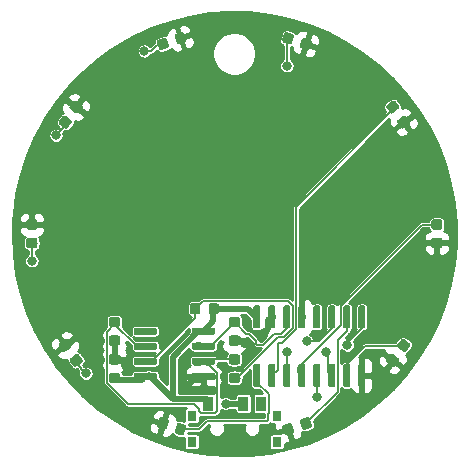
<source format=gbr>
G04 #@! TF.GenerationSoftware,KiCad,Pcbnew,(5.1.5-0-10_14)*
G04 #@! TF.CreationDate,2021-02-20T09:37:57-07:00*
G04 #@! TF.ProjectId,number_1_good_boy,6e756d62-6572-45f3-915f-676f6f645f62,rev?*
G04 #@! TF.SameCoordinates,Original*
G04 #@! TF.FileFunction,Copper,L1,Top*
G04 #@! TF.FilePolarity,Positive*
%FSLAX46Y46*%
G04 Gerber Fmt 4.6, Leading zero omitted, Abs format (unit mm)*
G04 Created by KiCad (PCBNEW (5.1.5-0-10_14)) date 2021-02-20 09:37:57*
%MOMM*%
%LPD*%
G04 APERTURE LIST*
%ADD10R,0.900000X1.250000*%
%ADD11R,0.800000X0.900000*%
%ADD12C,0.100000*%
%ADD13C,0.800000*%
%ADD14C,0.508000*%
%ADD15C,0.127000*%
%ADD16C,0.254000*%
G04 APERTURE END LIST*
D10*
X2250000Y-14385000D03*
X750000Y-14385000D03*
X-2250000Y-14385000D03*
D11*
X3600000Y-15410000D03*
X-3600000Y-15410000D03*
X3600000Y-17610000D03*
X-3600000Y-17610000D03*
G04 #@! TA.AperFunction,SMDPad,CuDef*
D12*
G36*
X-9882309Y-11781053D02*
G01*
X-9861074Y-11784203D01*
X-9840250Y-11789419D01*
X-9820038Y-11796651D01*
X-9800632Y-11805830D01*
X-9782219Y-11816866D01*
X-9764976Y-11829654D01*
X-9749070Y-11844070D01*
X-9734654Y-11859976D01*
X-9721866Y-11877219D01*
X-9710830Y-11895632D01*
X-9701651Y-11915038D01*
X-9694419Y-11935250D01*
X-9689203Y-11956074D01*
X-9686053Y-11977309D01*
X-9685000Y-11998750D01*
X-9685000Y-12436250D01*
X-9686053Y-12457691D01*
X-9689203Y-12478926D01*
X-9694419Y-12499750D01*
X-9701651Y-12519962D01*
X-9710830Y-12539368D01*
X-9721866Y-12557781D01*
X-9734654Y-12575024D01*
X-9749070Y-12590930D01*
X-9764976Y-12605346D01*
X-9782219Y-12618134D01*
X-9800632Y-12629170D01*
X-9820038Y-12638349D01*
X-9840250Y-12645581D01*
X-9861074Y-12650797D01*
X-9882309Y-12653947D01*
X-9903750Y-12655000D01*
X-10416250Y-12655000D01*
X-10437691Y-12653947D01*
X-10458926Y-12650797D01*
X-10479750Y-12645581D01*
X-10499962Y-12638349D01*
X-10519368Y-12629170D01*
X-10537781Y-12618134D01*
X-10555024Y-12605346D01*
X-10570930Y-12590930D01*
X-10585346Y-12575024D01*
X-10598134Y-12557781D01*
X-10609170Y-12539368D01*
X-10618349Y-12519962D01*
X-10625581Y-12499750D01*
X-10630797Y-12478926D01*
X-10633947Y-12457691D01*
X-10635000Y-12436250D01*
X-10635000Y-11998750D01*
X-10633947Y-11977309D01*
X-10630797Y-11956074D01*
X-10625581Y-11935250D01*
X-10618349Y-11915038D01*
X-10609170Y-11895632D01*
X-10598134Y-11877219D01*
X-10585346Y-11859976D01*
X-10570930Y-11844070D01*
X-10555024Y-11829654D01*
X-10537781Y-11816866D01*
X-10519368Y-11805830D01*
X-10499962Y-11796651D01*
X-10479750Y-11789419D01*
X-10458926Y-11784203D01*
X-10437691Y-11781053D01*
X-10416250Y-11780000D01*
X-9903750Y-11780000D01*
X-9882309Y-11781053D01*
G37*
G04 #@! TD.AperFunction*
G04 #@! TA.AperFunction,SMDPad,CuDef*
G36*
X-9882309Y-10206053D02*
G01*
X-9861074Y-10209203D01*
X-9840250Y-10214419D01*
X-9820038Y-10221651D01*
X-9800632Y-10230830D01*
X-9782219Y-10241866D01*
X-9764976Y-10254654D01*
X-9749070Y-10269070D01*
X-9734654Y-10284976D01*
X-9721866Y-10302219D01*
X-9710830Y-10320632D01*
X-9701651Y-10340038D01*
X-9694419Y-10360250D01*
X-9689203Y-10381074D01*
X-9686053Y-10402309D01*
X-9685000Y-10423750D01*
X-9685000Y-10861250D01*
X-9686053Y-10882691D01*
X-9689203Y-10903926D01*
X-9694419Y-10924750D01*
X-9701651Y-10944962D01*
X-9710830Y-10964368D01*
X-9721866Y-10982781D01*
X-9734654Y-11000024D01*
X-9749070Y-11015930D01*
X-9764976Y-11030346D01*
X-9782219Y-11043134D01*
X-9800632Y-11054170D01*
X-9820038Y-11063349D01*
X-9840250Y-11070581D01*
X-9861074Y-11075797D01*
X-9882309Y-11078947D01*
X-9903750Y-11080000D01*
X-10416250Y-11080000D01*
X-10437691Y-11078947D01*
X-10458926Y-11075797D01*
X-10479750Y-11070581D01*
X-10499962Y-11063349D01*
X-10519368Y-11054170D01*
X-10537781Y-11043134D01*
X-10555024Y-11030346D01*
X-10570930Y-11015930D01*
X-10585346Y-11000024D01*
X-10598134Y-10982781D01*
X-10609170Y-10964368D01*
X-10618349Y-10944962D01*
X-10625581Y-10924750D01*
X-10630797Y-10903926D01*
X-10633947Y-10882691D01*
X-10635000Y-10861250D01*
X-10635000Y-10423750D01*
X-10633947Y-10402309D01*
X-10630797Y-10381074D01*
X-10625581Y-10360250D01*
X-10618349Y-10340038D01*
X-10609170Y-10320632D01*
X-10598134Y-10302219D01*
X-10585346Y-10284976D01*
X-10570930Y-10269070D01*
X-10555024Y-10254654D01*
X-10537781Y-10241866D01*
X-10519368Y-10230830D01*
X-10499962Y-10221651D01*
X-10479750Y-10214419D01*
X-10458926Y-10209203D01*
X-10437691Y-10206053D01*
X-10416250Y-10205000D01*
X-9903750Y-10205000D01*
X-9882309Y-10206053D01*
G37*
G04 #@! TD.AperFunction*
G04 #@! TA.AperFunction,SMDPad,CuDef*
G36*
X-9882309Y-8606053D02*
G01*
X-9861074Y-8609203D01*
X-9840250Y-8614419D01*
X-9820038Y-8621651D01*
X-9800632Y-8630830D01*
X-9782219Y-8641866D01*
X-9764976Y-8654654D01*
X-9749070Y-8669070D01*
X-9734654Y-8684976D01*
X-9721866Y-8702219D01*
X-9710830Y-8720632D01*
X-9701651Y-8740038D01*
X-9694419Y-8760250D01*
X-9689203Y-8781074D01*
X-9686053Y-8802309D01*
X-9685000Y-8823750D01*
X-9685000Y-9261250D01*
X-9686053Y-9282691D01*
X-9689203Y-9303926D01*
X-9694419Y-9324750D01*
X-9701651Y-9344962D01*
X-9710830Y-9364368D01*
X-9721866Y-9382781D01*
X-9734654Y-9400024D01*
X-9749070Y-9415930D01*
X-9764976Y-9430346D01*
X-9782219Y-9443134D01*
X-9800632Y-9454170D01*
X-9820038Y-9463349D01*
X-9840250Y-9470581D01*
X-9861074Y-9475797D01*
X-9882309Y-9478947D01*
X-9903750Y-9480000D01*
X-10416250Y-9480000D01*
X-10437691Y-9478947D01*
X-10458926Y-9475797D01*
X-10479750Y-9470581D01*
X-10499962Y-9463349D01*
X-10519368Y-9454170D01*
X-10537781Y-9443134D01*
X-10555024Y-9430346D01*
X-10570930Y-9415930D01*
X-10585346Y-9400024D01*
X-10598134Y-9382781D01*
X-10609170Y-9364368D01*
X-10618349Y-9344962D01*
X-10625581Y-9324750D01*
X-10630797Y-9303926D01*
X-10633947Y-9282691D01*
X-10635000Y-9261250D01*
X-10635000Y-8823750D01*
X-10633947Y-8802309D01*
X-10630797Y-8781074D01*
X-10625581Y-8760250D01*
X-10618349Y-8740038D01*
X-10609170Y-8720632D01*
X-10598134Y-8702219D01*
X-10585346Y-8684976D01*
X-10570930Y-8669070D01*
X-10555024Y-8654654D01*
X-10537781Y-8641866D01*
X-10519368Y-8630830D01*
X-10499962Y-8621651D01*
X-10479750Y-8614419D01*
X-10458926Y-8609203D01*
X-10437691Y-8606053D01*
X-10416250Y-8605000D01*
X-9903750Y-8605000D01*
X-9882309Y-8606053D01*
G37*
G04 #@! TD.AperFunction*
G04 #@! TA.AperFunction,SMDPad,CuDef*
G36*
X-9882309Y-7031053D02*
G01*
X-9861074Y-7034203D01*
X-9840250Y-7039419D01*
X-9820038Y-7046651D01*
X-9800632Y-7055830D01*
X-9782219Y-7066866D01*
X-9764976Y-7079654D01*
X-9749070Y-7094070D01*
X-9734654Y-7109976D01*
X-9721866Y-7127219D01*
X-9710830Y-7145632D01*
X-9701651Y-7165038D01*
X-9694419Y-7185250D01*
X-9689203Y-7206074D01*
X-9686053Y-7227309D01*
X-9685000Y-7248750D01*
X-9685000Y-7686250D01*
X-9686053Y-7707691D01*
X-9689203Y-7728926D01*
X-9694419Y-7749750D01*
X-9701651Y-7769962D01*
X-9710830Y-7789368D01*
X-9721866Y-7807781D01*
X-9734654Y-7825024D01*
X-9749070Y-7840930D01*
X-9764976Y-7855346D01*
X-9782219Y-7868134D01*
X-9800632Y-7879170D01*
X-9820038Y-7888349D01*
X-9840250Y-7895581D01*
X-9861074Y-7900797D01*
X-9882309Y-7903947D01*
X-9903750Y-7905000D01*
X-10416250Y-7905000D01*
X-10437691Y-7903947D01*
X-10458926Y-7900797D01*
X-10479750Y-7895581D01*
X-10499962Y-7888349D01*
X-10519368Y-7879170D01*
X-10537781Y-7868134D01*
X-10555024Y-7855346D01*
X-10570930Y-7840930D01*
X-10585346Y-7825024D01*
X-10598134Y-7807781D01*
X-10609170Y-7789368D01*
X-10618349Y-7769962D01*
X-10625581Y-7749750D01*
X-10630797Y-7728926D01*
X-10633947Y-7707691D01*
X-10635000Y-7686250D01*
X-10635000Y-7248750D01*
X-10633947Y-7227309D01*
X-10630797Y-7206074D01*
X-10625581Y-7185250D01*
X-10618349Y-7165038D01*
X-10609170Y-7145632D01*
X-10598134Y-7127219D01*
X-10585346Y-7109976D01*
X-10570930Y-7094070D01*
X-10555024Y-7079654D01*
X-10537781Y-7066866D01*
X-10519368Y-7055830D01*
X-10499962Y-7046651D01*
X-10479750Y-7039419D01*
X-10458926Y-7034203D01*
X-10437691Y-7031053D01*
X-10416250Y-7030000D01*
X-9903750Y-7030000D01*
X-9882309Y-7031053D01*
G37*
G04 #@! TD.AperFunction*
G04 #@! TA.AperFunction,SMDPad,CuDef*
G36*
X5954410Y16591989D02*
G01*
X5975579Y16588423D01*
X5996297Y16582799D01*
X6412384Y16447604D01*
X6432450Y16439976D01*
X6451672Y16430418D01*
X6469865Y16419023D01*
X6486853Y16405899D01*
X6502473Y16391173D01*
X6516574Y16374987D01*
X6529021Y16357496D01*
X6539694Y16338870D01*
X6548489Y16319288D01*
X6555323Y16298938D01*
X6560129Y16278015D01*
X6562862Y16256723D01*
X6563494Y16235265D01*
X6562020Y16213849D01*
X6558454Y16192680D01*
X6552830Y16171963D01*
X6394459Y15684546D01*
X6386831Y15664479D01*
X6377274Y15645257D01*
X6365878Y15627065D01*
X6352754Y15610076D01*
X6338028Y15594456D01*
X6321842Y15580355D01*
X6304352Y15567908D01*
X6285726Y15557235D01*
X6266143Y15548440D01*
X6245793Y15541606D01*
X6224871Y15536800D01*
X6203578Y15534067D01*
X6182120Y15533435D01*
X6160704Y15534909D01*
X6139535Y15538475D01*
X6118817Y15544099D01*
X5702730Y15679294D01*
X5682664Y15686922D01*
X5663442Y15696480D01*
X5645249Y15707875D01*
X5628261Y15720999D01*
X5612641Y15735725D01*
X5598540Y15751911D01*
X5586093Y15769402D01*
X5575420Y15788028D01*
X5566625Y15807610D01*
X5559791Y15827960D01*
X5554985Y15848883D01*
X5552252Y15870175D01*
X5551620Y15891633D01*
X5553094Y15913049D01*
X5556660Y15934218D01*
X5562284Y15954935D01*
X5720655Y16442352D01*
X5728283Y16462419D01*
X5737840Y16481641D01*
X5749236Y16499833D01*
X5762360Y16516822D01*
X5777086Y16532442D01*
X5793272Y16546543D01*
X5810762Y16558990D01*
X5829388Y16569663D01*
X5848971Y16578458D01*
X5869321Y16585292D01*
X5890243Y16590098D01*
X5911536Y16592831D01*
X5932994Y16593463D01*
X5954410Y16591989D01*
G37*
G04 #@! TD.AperFunction*
G04 #@! TA.AperFunction,SMDPad,CuDef*
G36*
X4456496Y17078691D02*
G01*
X4477665Y17075125D01*
X4498383Y17069501D01*
X4914470Y16934306D01*
X4934536Y16926678D01*
X4953758Y16917120D01*
X4971951Y16905725D01*
X4988939Y16892601D01*
X5004559Y16877875D01*
X5018660Y16861689D01*
X5031107Y16844198D01*
X5041780Y16825572D01*
X5050575Y16805990D01*
X5057409Y16785640D01*
X5062215Y16764717D01*
X5064948Y16743425D01*
X5065580Y16721967D01*
X5064106Y16700551D01*
X5060540Y16679382D01*
X5054916Y16658665D01*
X4896545Y16171248D01*
X4888917Y16151181D01*
X4879360Y16131959D01*
X4867964Y16113767D01*
X4854840Y16096778D01*
X4840114Y16081158D01*
X4823928Y16067057D01*
X4806438Y16054610D01*
X4787812Y16043937D01*
X4768229Y16035142D01*
X4747879Y16028308D01*
X4726957Y16023502D01*
X4705664Y16020769D01*
X4684206Y16020137D01*
X4662790Y16021611D01*
X4641621Y16025177D01*
X4620903Y16030801D01*
X4204816Y16165996D01*
X4184750Y16173624D01*
X4165528Y16183182D01*
X4147335Y16194577D01*
X4130347Y16207701D01*
X4114727Y16222427D01*
X4100626Y16238613D01*
X4088179Y16256104D01*
X4077506Y16274730D01*
X4068711Y16294312D01*
X4061877Y16314662D01*
X4057071Y16335585D01*
X4054338Y16356877D01*
X4053706Y16378335D01*
X4055180Y16399751D01*
X4058746Y16420920D01*
X4064370Y16441637D01*
X4222741Y16929054D01*
X4230369Y16949121D01*
X4239926Y16968343D01*
X4251322Y16986535D01*
X4264446Y17003524D01*
X4279172Y17019144D01*
X4295358Y17033245D01*
X4312848Y17045692D01*
X4331474Y17056365D01*
X4351057Y17065160D01*
X4371407Y17071994D01*
X4392329Y17076800D01*
X4413622Y17079533D01*
X4435080Y17080165D01*
X4456496Y17078691D01*
G37*
G04 #@! TD.AperFunction*
G04 #@! TA.AperFunction,SMDPad,CuDef*
G36*
X13497130Y11266864D02*
G01*
X13518472Y11264550D01*
X13539485Y11260155D01*
X13559965Y11253722D01*
X13579717Y11245313D01*
X13598549Y11235008D01*
X13616280Y11222907D01*
X13632740Y11209126D01*
X13647770Y11193798D01*
X13661224Y11177071D01*
X13918380Y10823127D01*
X13930131Y10805162D01*
X13940064Y10786131D01*
X13948084Y10766218D01*
X13954114Y10745615D01*
X13958095Y10724521D01*
X13959989Y10703137D01*
X13959779Y10681671D01*
X13957465Y10660329D01*
X13953070Y10639317D01*
X13946637Y10618836D01*
X13938228Y10599085D01*
X13927923Y10580253D01*
X13915822Y10562521D01*
X13902041Y10546062D01*
X13886713Y10531032D01*
X13869986Y10517576D01*
X13455364Y10216336D01*
X13437398Y10204586D01*
X13418368Y10194653D01*
X13398455Y10186633D01*
X13377852Y10180603D01*
X13356757Y10176622D01*
X13335374Y10174728D01*
X13313908Y10174938D01*
X13292566Y10177252D01*
X13271553Y10181647D01*
X13251073Y10188080D01*
X13231321Y10196489D01*
X13212489Y10206794D01*
X13194758Y10218895D01*
X13178298Y10232676D01*
X13163268Y10248004D01*
X13149814Y10264731D01*
X12892658Y10618675D01*
X12880907Y10636640D01*
X12870974Y10655671D01*
X12862954Y10675584D01*
X12856924Y10696187D01*
X12852943Y10717281D01*
X12851049Y10738665D01*
X12851259Y10760131D01*
X12853573Y10781473D01*
X12857968Y10802485D01*
X12864401Y10822966D01*
X12872810Y10842717D01*
X12883115Y10861549D01*
X12895216Y10879281D01*
X12908997Y10895740D01*
X12924325Y10910770D01*
X12941052Y10924226D01*
X13355674Y11225466D01*
X13373640Y11237216D01*
X13392670Y11247149D01*
X13412583Y11255169D01*
X13433186Y11261199D01*
X13454281Y11265180D01*
X13475664Y11267074D01*
X13497130Y11266864D01*
G37*
G04 #@! TD.AperFunction*
G04 #@! TA.AperFunction,SMDPad,CuDef*
G36*
X14422892Y9992662D02*
G01*
X14444234Y9990348D01*
X14465247Y9985953D01*
X14485727Y9979520D01*
X14505479Y9971111D01*
X14524311Y9960806D01*
X14542042Y9948705D01*
X14558502Y9934924D01*
X14573532Y9919596D01*
X14586986Y9902869D01*
X14844142Y9548925D01*
X14855893Y9530960D01*
X14865826Y9511929D01*
X14873846Y9492016D01*
X14879876Y9471413D01*
X14883857Y9450319D01*
X14885751Y9428935D01*
X14885541Y9407469D01*
X14883227Y9386127D01*
X14878832Y9365115D01*
X14872399Y9344634D01*
X14863990Y9324883D01*
X14853685Y9306051D01*
X14841584Y9288319D01*
X14827803Y9271860D01*
X14812475Y9256830D01*
X14795748Y9243374D01*
X14381126Y8942134D01*
X14363160Y8930384D01*
X14344130Y8920451D01*
X14324217Y8912431D01*
X14303614Y8906401D01*
X14282519Y8902420D01*
X14261136Y8900526D01*
X14239670Y8900736D01*
X14218328Y8903050D01*
X14197315Y8907445D01*
X14176835Y8913878D01*
X14157083Y8922287D01*
X14138251Y8932592D01*
X14120520Y8944693D01*
X14104060Y8958474D01*
X14089030Y8973802D01*
X14075576Y8990529D01*
X13818420Y9344473D01*
X13806669Y9362438D01*
X13796736Y9381469D01*
X13788716Y9401382D01*
X13782686Y9421985D01*
X13778705Y9443079D01*
X13776811Y9464463D01*
X13777021Y9485929D01*
X13779335Y9507271D01*
X13783730Y9528283D01*
X13790163Y9548764D01*
X13798572Y9568515D01*
X13808877Y9587347D01*
X13820978Y9605079D01*
X13834759Y9621538D01*
X13850087Y9636568D01*
X13866814Y9650024D01*
X14281436Y9951264D01*
X14299402Y9963014D01*
X14318432Y9972947D01*
X14338345Y9980967D01*
X14358948Y9986997D01*
X14380043Y9990978D01*
X14401426Y9992872D01*
X14422892Y9992662D01*
G37*
G04 #@! TD.AperFunction*
G04 #@! TA.AperFunction,SMDPad,CuDef*
G36*
X17422691Y-351053D02*
G01*
X17443926Y-354203D01*
X17464750Y-359419D01*
X17484962Y-366651D01*
X17504368Y-375830D01*
X17522781Y-386866D01*
X17540024Y-399654D01*
X17555930Y-414070D01*
X17570346Y-429976D01*
X17583134Y-447219D01*
X17594170Y-465632D01*
X17603349Y-485038D01*
X17610581Y-505250D01*
X17615797Y-526074D01*
X17618947Y-547309D01*
X17620000Y-568750D01*
X17620000Y-1006250D01*
X17618947Y-1027691D01*
X17615797Y-1048926D01*
X17610581Y-1069750D01*
X17603349Y-1089962D01*
X17594170Y-1109368D01*
X17583134Y-1127781D01*
X17570346Y-1145024D01*
X17555930Y-1160930D01*
X17540024Y-1175346D01*
X17522781Y-1188134D01*
X17504368Y-1199170D01*
X17484962Y-1208349D01*
X17464750Y-1215581D01*
X17443926Y-1220797D01*
X17422691Y-1223947D01*
X17401250Y-1225000D01*
X16888750Y-1225000D01*
X16867309Y-1223947D01*
X16846074Y-1220797D01*
X16825250Y-1215581D01*
X16805038Y-1208349D01*
X16785632Y-1199170D01*
X16767219Y-1188134D01*
X16749976Y-1175346D01*
X16734070Y-1160930D01*
X16719654Y-1145024D01*
X16706866Y-1127781D01*
X16695830Y-1109368D01*
X16686651Y-1089962D01*
X16679419Y-1069750D01*
X16674203Y-1048926D01*
X16671053Y-1027691D01*
X16670000Y-1006250D01*
X16670000Y-568750D01*
X16671053Y-547309D01*
X16674203Y-526074D01*
X16679419Y-505250D01*
X16686651Y-485038D01*
X16695830Y-465632D01*
X16706866Y-447219D01*
X16719654Y-429976D01*
X16734070Y-414070D01*
X16749976Y-399654D01*
X16767219Y-386866D01*
X16785632Y-375830D01*
X16805038Y-366651D01*
X16825250Y-359419D01*
X16846074Y-354203D01*
X16867309Y-351053D01*
X16888750Y-350000D01*
X17401250Y-350000D01*
X17422691Y-351053D01*
G37*
G04 #@! TD.AperFunction*
G04 #@! TA.AperFunction,SMDPad,CuDef*
G36*
X17422691Y1223947D02*
G01*
X17443926Y1220797D01*
X17464750Y1215581D01*
X17484962Y1208349D01*
X17504368Y1199170D01*
X17522781Y1188134D01*
X17540024Y1175346D01*
X17555930Y1160930D01*
X17570346Y1145024D01*
X17583134Y1127781D01*
X17594170Y1109368D01*
X17603349Y1089962D01*
X17610581Y1069750D01*
X17615797Y1048926D01*
X17618947Y1027691D01*
X17620000Y1006250D01*
X17620000Y568750D01*
X17618947Y547309D01*
X17615797Y526074D01*
X17610581Y505250D01*
X17603349Y485038D01*
X17594170Y465632D01*
X17583134Y447219D01*
X17570346Y429976D01*
X17555930Y414070D01*
X17540024Y399654D01*
X17522781Y386866D01*
X17504368Y375830D01*
X17484962Y366651D01*
X17464750Y359419D01*
X17443926Y354203D01*
X17422691Y351053D01*
X17401250Y350000D01*
X16888750Y350000D01*
X16867309Y351053D01*
X16846074Y354203D01*
X16825250Y359419D01*
X16805038Y366651D01*
X16785632Y375830D01*
X16767219Y386866D01*
X16749976Y399654D01*
X16734070Y414070D01*
X16719654Y429976D01*
X16706866Y447219D01*
X16695830Y465632D01*
X16686651Y485038D01*
X16679419Y505250D01*
X16674203Y526074D01*
X16671053Y547309D01*
X16670000Y568750D01*
X16670000Y1006250D01*
X16671053Y1027691D01*
X16674203Y1048926D01*
X16679419Y1069750D01*
X16686651Y1089962D01*
X16695830Y1109368D01*
X16706866Y1127781D01*
X16719654Y1145024D01*
X16734070Y1160930D01*
X16749976Y1175346D01*
X16767219Y1188134D01*
X16785632Y1199170D01*
X16805038Y1208349D01*
X16825250Y1215581D01*
X16846074Y1220797D01*
X16867309Y1223947D01*
X16888750Y1225000D01*
X17401250Y1225000D01*
X17422691Y1223947D01*
G37*
G04 #@! TD.AperFunction*
G04 #@! TA.AperFunction,SMDPad,CuDef*
G36*
X14282520Y-8902420D02*
G01*
X14303614Y-8906401D01*
X14324217Y-8912431D01*
X14344130Y-8920451D01*
X14363161Y-8930384D01*
X14381126Y-8942134D01*
X14795748Y-9243374D01*
X14812475Y-9256829D01*
X14827803Y-9271859D01*
X14841584Y-9288319D01*
X14853685Y-9306050D01*
X14863990Y-9324882D01*
X14872399Y-9344634D01*
X14878832Y-9365114D01*
X14883227Y-9386127D01*
X14885541Y-9407469D01*
X14885751Y-9428935D01*
X14883857Y-9450318D01*
X14879876Y-9471413D01*
X14873846Y-9492016D01*
X14865826Y-9511929D01*
X14855893Y-9530959D01*
X14844142Y-9548925D01*
X14586986Y-9902869D01*
X14573531Y-9919596D01*
X14558501Y-9934924D01*
X14542042Y-9948705D01*
X14524310Y-9960806D01*
X14505478Y-9971111D01*
X14485727Y-9979520D01*
X14465246Y-9985953D01*
X14444234Y-9990348D01*
X14422892Y-9992662D01*
X14401426Y-9992872D01*
X14380042Y-9990978D01*
X14358948Y-9986997D01*
X14338345Y-9980967D01*
X14318432Y-9972947D01*
X14299401Y-9963014D01*
X14281436Y-9951264D01*
X13866814Y-9650024D01*
X13850087Y-9636569D01*
X13834759Y-9621539D01*
X13820978Y-9605079D01*
X13808877Y-9587348D01*
X13798572Y-9568516D01*
X13790163Y-9548764D01*
X13783730Y-9528284D01*
X13779335Y-9507271D01*
X13777021Y-9485929D01*
X13776811Y-9464463D01*
X13778705Y-9443080D01*
X13782686Y-9421985D01*
X13788716Y-9401382D01*
X13796736Y-9381469D01*
X13806669Y-9362439D01*
X13818420Y-9344473D01*
X14075576Y-8990529D01*
X14089031Y-8973802D01*
X14104061Y-8958474D01*
X14120520Y-8944693D01*
X14138252Y-8932592D01*
X14157084Y-8922287D01*
X14176835Y-8913878D01*
X14197316Y-8907445D01*
X14218328Y-8903050D01*
X14239670Y-8900736D01*
X14261136Y-8900526D01*
X14282520Y-8902420D01*
G37*
G04 #@! TD.AperFunction*
G04 #@! TA.AperFunction,SMDPad,CuDef*
G36*
X13356758Y-10176622D02*
G01*
X13377852Y-10180603D01*
X13398455Y-10186633D01*
X13418368Y-10194653D01*
X13437399Y-10204586D01*
X13455364Y-10216336D01*
X13869986Y-10517576D01*
X13886713Y-10531031D01*
X13902041Y-10546061D01*
X13915822Y-10562521D01*
X13927923Y-10580252D01*
X13938228Y-10599084D01*
X13946637Y-10618836D01*
X13953070Y-10639316D01*
X13957465Y-10660329D01*
X13959779Y-10681671D01*
X13959989Y-10703137D01*
X13958095Y-10724520D01*
X13954114Y-10745615D01*
X13948084Y-10766218D01*
X13940064Y-10786131D01*
X13930131Y-10805161D01*
X13918380Y-10823127D01*
X13661224Y-11177071D01*
X13647769Y-11193798D01*
X13632739Y-11209126D01*
X13616280Y-11222907D01*
X13598548Y-11235008D01*
X13579716Y-11245313D01*
X13559965Y-11253722D01*
X13539484Y-11260155D01*
X13518472Y-11264550D01*
X13497130Y-11266864D01*
X13475664Y-11267074D01*
X13454280Y-11265180D01*
X13433186Y-11261199D01*
X13412583Y-11255169D01*
X13392670Y-11247149D01*
X13373639Y-11237216D01*
X13355674Y-11225466D01*
X12941052Y-10924226D01*
X12924325Y-10910771D01*
X12908997Y-10895741D01*
X12895216Y-10879281D01*
X12883115Y-10861550D01*
X12872810Y-10842718D01*
X12864401Y-10822966D01*
X12857968Y-10802486D01*
X12853573Y-10781473D01*
X12851259Y-10760131D01*
X12851049Y-10738665D01*
X12852943Y-10717282D01*
X12856924Y-10696187D01*
X12862954Y-10675584D01*
X12870974Y-10655671D01*
X12880907Y-10636641D01*
X12892658Y-10618675D01*
X13149814Y-10264731D01*
X13163269Y-10248004D01*
X13178299Y-10232676D01*
X13194758Y-10218895D01*
X13212490Y-10206794D01*
X13231322Y-10196489D01*
X13251073Y-10188080D01*
X13271554Y-10181647D01*
X13292566Y-10177252D01*
X13313908Y-10174938D01*
X13335374Y-10174728D01*
X13356758Y-10176622D01*
G37*
G04 #@! TD.AperFunction*
G04 #@! TA.AperFunction,SMDPad,CuDef*
G36*
X4705664Y-16020769D02*
G01*
X4726956Y-16023502D01*
X4747879Y-16028308D01*
X4768229Y-16035142D01*
X4787811Y-16043937D01*
X4806437Y-16054610D01*
X4823928Y-16067057D01*
X4840114Y-16081158D01*
X4854840Y-16096778D01*
X4867964Y-16113766D01*
X4879359Y-16131959D01*
X4888917Y-16151181D01*
X4896545Y-16171248D01*
X5054916Y-16658665D01*
X5060540Y-16679382D01*
X5064106Y-16700551D01*
X5065580Y-16721967D01*
X5064948Y-16743425D01*
X5062215Y-16764718D01*
X5057409Y-16785640D01*
X5050575Y-16805990D01*
X5041780Y-16825573D01*
X5031107Y-16844199D01*
X5018660Y-16861689D01*
X5004559Y-16877875D01*
X4988939Y-16892601D01*
X4971950Y-16905725D01*
X4953758Y-16917121D01*
X4934536Y-16926678D01*
X4914470Y-16934306D01*
X4498383Y-17069501D01*
X4477665Y-17075125D01*
X4456496Y-17078691D01*
X4435080Y-17080165D01*
X4413622Y-17079533D01*
X4392330Y-17076800D01*
X4371407Y-17071994D01*
X4351057Y-17065160D01*
X4331475Y-17056365D01*
X4312849Y-17045692D01*
X4295358Y-17033245D01*
X4279172Y-17019144D01*
X4264446Y-17003524D01*
X4251322Y-16986536D01*
X4239927Y-16968343D01*
X4230369Y-16949121D01*
X4222741Y-16929054D01*
X4064370Y-16441637D01*
X4058746Y-16420920D01*
X4055180Y-16399751D01*
X4053706Y-16378335D01*
X4054338Y-16356877D01*
X4057071Y-16335584D01*
X4061877Y-16314662D01*
X4068711Y-16294312D01*
X4077506Y-16274729D01*
X4088179Y-16256103D01*
X4100626Y-16238613D01*
X4114727Y-16222427D01*
X4130347Y-16207701D01*
X4147336Y-16194577D01*
X4165528Y-16183181D01*
X4184750Y-16173624D01*
X4204816Y-16165996D01*
X4620903Y-16030801D01*
X4641621Y-16025177D01*
X4662790Y-16021611D01*
X4684206Y-16020137D01*
X4705664Y-16020769D01*
G37*
G04 #@! TD.AperFunction*
G04 #@! TA.AperFunction,SMDPad,CuDef*
G36*
X6203578Y-15534067D02*
G01*
X6224870Y-15536800D01*
X6245793Y-15541606D01*
X6266143Y-15548440D01*
X6285725Y-15557235D01*
X6304351Y-15567908D01*
X6321842Y-15580355D01*
X6338028Y-15594456D01*
X6352754Y-15610076D01*
X6365878Y-15627064D01*
X6377273Y-15645257D01*
X6386831Y-15664479D01*
X6394459Y-15684546D01*
X6552830Y-16171963D01*
X6558454Y-16192680D01*
X6562020Y-16213849D01*
X6563494Y-16235265D01*
X6562862Y-16256723D01*
X6560129Y-16278016D01*
X6555323Y-16298938D01*
X6548489Y-16319288D01*
X6539694Y-16338871D01*
X6529021Y-16357497D01*
X6516574Y-16374987D01*
X6502473Y-16391173D01*
X6486853Y-16405899D01*
X6469864Y-16419023D01*
X6451672Y-16430419D01*
X6432450Y-16439976D01*
X6412384Y-16447604D01*
X5996297Y-16582799D01*
X5975579Y-16588423D01*
X5954410Y-16591989D01*
X5932994Y-16593463D01*
X5911536Y-16592831D01*
X5890244Y-16590098D01*
X5869321Y-16585292D01*
X5848971Y-16578458D01*
X5829389Y-16569663D01*
X5810763Y-16558990D01*
X5793272Y-16546543D01*
X5777086Y-16532442D01*
X5762360Y-16516822D01*
X5749236Y-16499834D01*
X5737841Y-16481641D01*
X5728283Y-16462419D01*
X5720655Y-16442352D01*
X5562284Y-15954935D01*
X5556660Y-15934218D01*
X5553094Y-15913049D01*
X5551620Y-15891633D01*
X5552252Y-15870175D01*
X5554985Y-15848882D01*
X5559791Y-15827960D01*
X5566625Y-15807610D01*
X5575420Y-15788027D01*
X5586093Y-15769401D01*
X5598540Y-15751911D01*
X5612641Y-15735725D01*
X5628261Y-15720999D01*
X5645250Y-15707875D01*
X5663442Y-15696479D01*
X5682664Y-15686922D01*
X5702730Y-15679294D01*
X6118817Y-15544099D01*
X6139535Y-15538475D01*
X6160704Y-15534909D01*
X6182120Y-15533435D01*
X6203578Y-15534067D01*
G37*
G04 #@! TD.AperFunction*
G04 #@! TA.AperFunction,SMDPad,CuDef*
G36*
X-4662790Y-16021611D02*
G01*
X-4641621Y-16025177D01*
X-4620903Y-16030801D01*
X-4204816Y-16165996D01*
X-4184750Y-16173624D01*
X-4165528Y-16183182D01*
X-4147335Y-16194577D01*
X-4130347Y-16207701D01*
X-4114727Y-16222427D01*
X-4100626Y-16238613D01*
X-4088179Y-16256104D01*
X-4077506Y-16274730D01*
X-4068711Y-16294312D01*
X-4061877Y-16314662D01*
X-4057071Y-16335585D01*
X-4054338Y-16356877D01*
X-4053706Y-16378335D01*
X-4055180Y-16399751D01*
X-4058746Y-16420920D01*
X-4064370Y-16441637D01*
X-4222741Y-16929054D01*
X-4230369Y-16949121D01*
X-4239926Y-16968343D01*
X-4251322Y-16986535D01*
X-4264446Y-17003524D01*
X-4279172Y-17019144D01*
X-4295358Y-17033245D01*
X-4312848Y-17045692D01*
X-4331474Y-17056365D01*
X-4351057Y-17065160D01*
X-4371407Y-17071994D01*
X-4392329Y-17076800D01*
X-4413622Y-17079533D01*
X-4435080Y-17080165D01*
X-4456496Y-17078691D01*
X-4477665Y-17075125D01*
X-4498383Y-17069501D01*
X-4914470Y-16934306D01*
X-4934536Y-16926678D01*
X-4953758Y-16917120D01*
X-4971951Y-16905725D01*
X-4988939Y-16892601D01*
X-5004559Y-16877875D01*
X-5018660Y-16861689D01*
X-5031107Y-16844198D01*
X-5041780Y-16825572D01*
X-5050575Y-16805990D01*
X-5057409Y-16785640D01*
X-5062215Y-16764717D01*
X-5064948Y-16743425D01*
X-5065580Y-16721967D01*
X-5064106Y-16700551D01*
X-5060540Y-16679382D01*
X-5054916Y-16658665D01*
X-4896545Y-16171248D01*
X-4888917Y-16151181D01*
X-4879360Y-16131959D01*
X-4867964Y-16113767D01*
X-4854840Y-16096778D01*
X-4840114Y-16081158D01*
X-4823928Y-16067057D01*
X-4806438Y-16054610D01*
X-4787812Y-16043937D01*
X-4768229Y-16035142D01*
X-4747879Y-16028308D01*
X-4726957Y-16023502D01*
X-4705664Y-16020769D01*
X-4684206Y-16020137D01*
X-4662790Y-16021611D01*
G37*
G04 #@! TD.AperFunction*
G04 #@! TA.AperFunction,SMDPad,CuDef*
G36*
X-6160704Y-15534909D02*
G01*
X-6139535Y-15538475D01*
X-6118817Y-15544099D01*
X-5702730Y-15679294D01*
X-5682664Y-15686922D01*
X-5663442Y-15696480D01*
X-5645249Y-15707875D01*
X-5628261Y-15720999D01*
X-5612641Y-15735725D01*
X-5598540Y-15751911D01*
X-5586093Y-15769402D01*
X-5575420Y-15788028D01*
X-5566625Y-15807610D01*
X-5559791Y-15827960D01*
X-5554985Y-15848883D01*
X-5552252Y-15870175D01*
X-5551620Y-15891633D01*
X-5553094Y-15913049D01*
X-5556660Y-15934218D01*
X-5562284Y-15954935D01*
X-5720655Y-16442352D01*
X-5728283Y-16462419D01*
X-5737840Y-16481641D01*
X-5749236Y-16499833D01*
X-5762360Y-16516822D01*
X-5777086Y-16532442D01*
X-5793272Y-16546543D01*
X-5810762Y-16558990D01*
X-5829388Y-16569663D01*
X-5848971Y-16578458D01*
X-5869321Y-16585292D01*
X-5890243Y-16590098D01*
X-5911536Y-16592831D01*
X-5932994Y-16593463D01*
X-5954410Y-16591989D01*
X-5975579Y-16588423D01*
X-5996297Y-16582799D01*
X-6412384Y-16447604D01*
X-6432450Y-16439976D01*
X-6451672Y-16430418D01*
X-6469865Y-16419023D01*
X-6486853Y-16405899D01*
X-6502473Y-16391173D01*
X-6516574Y-16374987D01*
X-6529021Y-16357496D01*
X-6539694Y-16338870D01*
X-6548489Y-16319288D01*
X-6555323Y-16298938D01*
X-6560129Y-16278015D01*
X-6562862Y-16256723D01*
X-6563494Y-16235265D01*
X-6562020Y-16213849D01*
X-6558454Y-16192680D01*
X-6552830Y-16171963D01*
X-6394459Y-15684546D01*
X-6386831Y-15664479D01*
X-6377274Y-15645257D01*
X-6365878Y-15627065D01*
X-6352754Y-15610076D01*
X-6338028Y-15594456D01*
X-6321842Y-15580355D01*
X-6304352Y-15567908D01*
X-6285726Y-15557235D01*
X-6266143Y-15548440D01*
X-6245793Y-15541606D01*
X-6224871Y-15536800D01*
X-6203578Y-15534067D01*
X-6182120Y-15533435D01*
X-6160704Y-15534909D01*
G37*
G04 #@! TD.AperFunction*
G04 #@! TA.AperFunction,SMDPad,CuDef*
G36*
X-14239670Y-8900736D02*
G01*
X-14218328Y-8903050D01*
X-14197315Y-8907445D01*
X-14176835Y-8913878D01*
X-14157083Y-8922287D01*
X-14138251Y-8932592D01*
X-14120520Y-8944693D01*
X-14104060Y-8958474D01*
X-14089030Y-8973802D01*
X-14075576Y-8990529D01*
X-13818420Y-9344473D01*
X-13806669Y-9362438D01*
X-13796736Y-9381469D01*
X-13788716Y-9401382D01*
X-13782686Y-9421985D01*
X-13778705Y-9443079D01*
X-13776811Y-9464463D01*
X-13777021Y-9485929D01*
X-13779335Y-9507271D01*
X-13783730Y-9528283D01*
X-13790163Y-9548764D01*
X-13798572Y-9568515D01*
X-13808877Y-9587347D01*
X-13820978Y-9605079D01*
X-13834759Y-9621538D01*
X-13850087Y-9636568D01*
X-13866814Y-9650024D01*
X-14281436Y-9951264D01*
X-14299402Y-9963014D01*
X-14318432Y-9972947D01*
X-14338345Y-9980967D01*
X-14358948Y-9986997D01*
X-14380043Y-9990978D01*
X-14401426Y-9992872D01*
X-14422892Y-9992662D01*
X-14444234Y-9990348D01*
X-14465247Y-9985953D01*
X-14485727Y-9979520D01*
X-14505479Y-9971111D01*
X-14524311Y-9960806D01*
X-14542042Y-9948705D01*
X-14558502Y-9934924D01*
X-14573532Y-9919596D01*
X-14586986Y-9902869D01*
X-14844142Y-9548925D01*
X-14855893Y-9530960D01*
X-14865826Y-9511929D01*
X-14873846Y-9492016D01*
X-14879876Y-9471413D01*
X-14883857Y-9450319D01*
X-14885751Y-9428935D01*
X-14885541Y-9407469D01*
X-14883227Y-9386127D01*
X-14878832Y-9365115D01*
X-14872399Y-9344634D01*
X-14863990Y-9324883D01*
X-14853685Y-9306051D01*
X-14841584Y-9288319D01*
X-14827803Y-9271860D01*
X-14812475Y-9256830D01*
X-14795748Y-9243374D01*
X-14381126Y-8942134D01*
X-14363160Y-8930384D01*
X-14344130Y-8920451D01*
X-14324217Y-8912431D01*
X-14303614Y-8906401D01*
X-14282519Y-8902420D01*
X-14261136Y-8900526D01*
X-14239670Y-8900736D01*
G37*
G04 #@! TD.AperFunction*
G04 #@! TA.AperFunction,SMDPad,CuDef*
G36*
X-13313908Y-10174938D02*
G01*
X-13292566Y-10177252D01*
X-13271553Y-10181647D01*
X-13251073Y-10188080D01*
X-13231321Y-10196489D01*
X-13212489Y-10206794D01*
X-13194758Y-10218895D01*
X-13178298Y-10232676D01*
X-13163268Y-10248004D01*
X-13149814Y-10264731D01*
X-12892658Y-10618675D01*
X-12880907Y-10636640D01*
X-12870974Y-10655671D01*
X-12862954Y-10675584D01*
X-12856924Y-10696187D01*
X-12852943Y-10717281D01*
X-12851049Y-10738665D01*
X-12851259Y-10760131D01*
X-12853573Y-10781473D01*
X-12857968Y-10802485D01*
X-12864401Y-10822966D01*
X-12872810Y-10842717D01*
X-12883115Y-10861549D01*
X-12895216Y-10879281D01*
X-12908997Y-10895740D01*
X-12924325Y-10910770D01*
X-12941052Y-10924226D01*
X-13355674Y-11225466D01*
X-13373640Y-11237216D01*
X-13392670Y-11247149D01*
X-13412583Y-11255169D01*
X-13433186Y-11261199D01*
X-13454281Y-11265180D01*
X-13475664Y-11267074D01*
X-13497130Y-11266864D01*
X-13518472Y-11264550D01*
X-13539485Y-11260155D01*
X-13559965Y-11253722D01*
X-13579717Y-11245313D01*
X-13598549Y-11235008D01*
X-13616280Y-11222907D01*
X-13632740Y-11209126D01*
X-13647770Y-11193798D01*
X-13661224Y-11177071D01*
X-13918380Y-10823127D01*
X-13930131Y-10805162D01*
X-13940064Y-10786131D01*
X-13948084Y-10766218D01*
X-13954114Y-10745615D01*
X-13958095Y-10724521D01*
X-13959989Y-10703137D01*
X-13959779Y-10681671D01*
X-13957465Y-10660329D01*
X-13953070Y-10639317D01*
X-13946637Y-10618836D01*
X-13938228Y-10599085D01*
X-13927923Y-10580253D01*
X-13915822Y-10562521D01*
X-13902041Y-10546062D01*
X-13886713Y-10531032D01*
X-13869986Y-10517576D01*
X-13455364Y-10216336D01*
X-13437398Y-10204586D01*
X-13418368Y-10194653D01*
X-13398455Y-10186633D01*
X-13377852Y-10180603D01*
X-13356757Y-10176622D01*
X-13335374Y-10174728D01*
X-13313908Y-10174938D01*
G37*
G04 #@! TD.AperFunction*
G04 #@! TA.AperFunction,SMDPad,CuDef*
G36*
X-16867309Y-351053D02*
G01*
X-16846074Y-354203D01*
X-16825250Y-359419D01*
X-16805038Y-366651D01*
X-16785632Y-375830D01*
X-16767219Y-386866D01*
X-16749976Y-399654D01*
X-16734070Y-414070D01*
X-16719654Y-429976D01*
X-16706866Y-447219D01*
X-16695830Y-465632D01*
X-16686651Y-485038D01*
X-16679419Y-505250D01*
X-16674203Y-526074D01*
X-16671053Y-547309D01*
X-16670000Y-568750D01*
X-16670000Y-1006250D01*
X-16671053Y-1027691D01*
X-16674203Y-1048926D01*
X-16679419Y-1069750D01*
X-16686651Y-1089962D01*
X-16695830Y-1109368D01*
X-16706866Y-1127781D01*
X-16719654Y-1145024D01*
X-16734070Y-1160930D01*
X-16749976Y-1175346D01*
X-16767219Y-1188134D01*
X-16785632Y-1199170D01*
X-16805038Y-1208349D01*
X-16825250Y-1215581D01*
X-16846074Y-1220797D01*
X-16867309Y-1223947D01*
X-16888750Y-1225000D01*
X-17401250Y-1225000D01*
X-17422691Y-1223947D01*
X-17443926Y-1220797D01*
X-17464750Y-1215581D01*
X-17484962Y-1208349D01*
X-17504368Y-1199170D01*
X-17522781Y-1188134D01*
X-17540024Y-1175346D01*
X-17555930Y-1160930D01*
X-17570346Y-1145024D01*
X-17583134Y-1127781D01*
X-17594170Y-1109368D01*
X-17603349Y-1089962D01*
X-17610581Y-1069750D01*
X-17615797Y-1048926D01*
X-17618947Y-1027691D01*
X-17620000Y-1006250D01*
X-17620000Y-568750D01*
X-17618947Y-547309D01*
X-17615797Y-526074D01*
X-17610581Y-505250D01*
X-17603349Y-485038D01*
X-17594170Y-465632D01*
X-17583134Y-447219D01*
X-17570346Y-429976D01*
X-17555930Y-414070D01*
X-17540024Y-399654D01*
X-17522781Y-386866D01*
X-17504368Y-375830D01*
X-17484962Y-366651D01*
X-17464750Y-359419D01*
X-17443926Y-354203D01*
X-17422691Y-351053D01*
X-17401250Y-350000D01*
X-16888750Y-350000D01*
X-16867309Y-351053D01*
G37*
G04 #@! TD.AperFunction*
G04 #@! TA.AperFunction,SMDPad,CuDef*
G36*
X-16867309Y1223947D02*
G01*
X-16846074Y1220797D01*
X-16825250Y1215581D01*
X-16805038Y1208349D01*
X-16785632Y1199170D01*
X-16767219Y1188134D01*
X-16749976Y1175346D01*
X-16734070Y1160930D01*
X-16719654Y1145024D01*
X-16706866Y1127781D01*
X-16695830Y1109368D01*
X-16686651Y1089962D01*
X-16679419Y1069750D01*
X-16674203Y1048926D01*
X-16671053Y1027691D01*
X-16670000Y1006250D01*
X-16670000Y568750D01*
X-16671053Y547309D01*
X-16674203Y526074D01*
X-16679419Y505250D01*
X-16686651Y485038D01*
X-16695830Y465632D01*
X-16706866Y447219D01*
X-16719654Y429976D01*
X-16734070Y414070D01*
X-16749976Y399654D01*
X-16767219Y386866D01*
X-16785632Y375830D01*
X-16805038Y366651D01*
X-16825250Y359419D01*
X-16846074Y354203D01*
X-16867309Y351053D01*
X-16888750Y350000D01*
X-17401250Y350000D01*
X-17422691Y351053D01*
X-17443926Y354203D01*
X-17464750Y359419D01*
X-17484962Y366651D01*
X-17504368Y375830D01*
X-17522781Y386866D01*
X-17540024Y399654D01*
X-17555930Y414070D01*
X-17570346Y429976D01*
X-17583134Y447219D01*
X-17594170Y465632D01*
X-17603349Y485038D01*
X-17610581Y505250D01*
X-17615797Y526074D01*
X-17618947Y547309D01*
X-17620000Y568750D01*
X-17620000Y1006250D01*
X-17618947Y1027691D01*
X-17615797Y1048926D01*
X-17610581Y1069750D01*
X-17603349Y1089962D01*
X-17594170Y1109368D01*
X-17583134Y1127781D01*
X-17570346Y1145024D01*
X-17555930Y1160930D01*
X-17540024Y1175346D01*
X-17522781Y1188134D01*
X-17504368Y1199170D01*
X-17484962Y1208349D01*
X-17464750Y1215581D01*
X-17443926Y1220797D01*
X-17422691Y1223947D01*
X-17401250Y1225000D01*
X-16888750Y1225000D01*
X-16867309Y1223947D01*
G37*
G04 #@! TD.AperFunction*
G04 #@! TA.AperFunction,SMDPad,CuDef*
G36*
X-13454280Y11265180D02*
G01*
X-13433186Y11261199D01*
X-13412583Y11255169D01*
X-13392670Y11247149D01*
X-13373639Y11237216D01*
X-13355674Y11225466D01*
X-12941052Y10924226D01*
X-12924325Y10910771D01*
X-12908997Y10895741D01*
X-12895216Y10879281D01*
X-12883115Y10861550D01*
X-12872810Y10842718D01*
X-12864401Y10822966D01*
X-12857968Y10802486D01*
X-12853573Y10781473D01*
X-12851259Y10760131D01*
X-12851049Y10738665D01*
X-12852943Y10717282D01*
X-12856924Y10696187D01*
X-12862954Y10675584D01*
X-12870974Y10655671D01*
X-12880907Y10636641D01*
X-12892658Y10618675D01*
X-13149814Y10264731D01*
X-13163269Y10248004D01*
X-13178299Y10232676D01*
X-13194758Y10218895D01*
X-13212490Y10206794D01*
X-13231322Y10196489D01*
X-13251073Y10188080D01*
X-13271554Y10181647D01*
X-13292566Y10177252D01*
X-13313908Y10174938D01*
X-13335374Y10174728D01*
X-13356758Y10176622D01*
X-13377852Y10180603D01*
X-13398455Y10186633D01*
X-13418368Y10194653D01*
X-13437399Y10204586D01*
X-13455364Y10216336D01*
X-13869986Y10517576D01*
X-13886713Y10531031D01*
X-13902041Y10546061D01*
X-13915822Y10562521D01*
X-13927923Y10580252D01*
X-13938228Y10599084D01*
X-13946637Y10618836D01*
X-13953070Y10639316D01*
X-13957465Y10660329D01*
X-13959779Y10681671D01*
X-13959989Y10703137D01*
X-13958095Y10724520D01*
X-13954114Y10745615D01*
X-13948084Y10766218D01*
X-13940064Y10786131D01*
X-13930131Y10805161D01*
X-13918380Y10823127D01*
X-13661224Y11177071D01*
X-13647769Y11193798D01*
X-13632739Y11209126D01*
X-13616280Y11222907D01*
X-13598548Y11235008D01*
X-13579716Y11245313D01*
X-13559965Y11253722D01*
X-13539484Y11260155D01*
X-13518472Y11264550D01*
X-13497130Y11266864D01*
X-13475664Y11267074D01*
X-13454280Y11265180D01*
G37*
G04 #@! TD.AperFunction*
G04 #@! TA.AperFunction,SMDPad,CuDef*
G36*
X-14380042Y9990978D02*
G01*
X-14358948Y9986997D01*
X-14338345Y9980967D01*
X-14318432Y9972947D01*
X-14299401Y9963014D01*
X-14281436Y9951264D01*
X-13866814Y9650024D01*
X-13850087Y9636569D01*
X-13834759Y9621539D01*
X-13820978Y9605079D01*
X-13808877Y9587348D01*
X-13798572Y9568516D01*
X-13790163Y9548764D01*
X-13783730Y9528284D01*
X-13779335Y9507271D01*
X-13777021Y9485929D01*
X-13776811Y9464463D01*
X-13778705Y9443080D01*
X-13782686Y9421985D01*
X-13788716Y9401382D01*
X-13796736Y9381469D01*
X-13806669Y9362439D01*
X-13818420Y9344473D01*
X-14075576Y8990529D01*
X-14089031Y8973802D01*
X-14104061Y8958474D01*
X-14120520Y8944693D01*
X-14138252Y8932592D01*
X-14157084Y8922287D01*
X-14176835Y8913878D01*
X-14197316Y8907445D01*
X-14218328Y8903050D01*
X-14239670Y8900736D01*
X-14261136Y8900526D01*
X-14282520Y8902420D01*
X-14303614Y8906401D01*
X-14324217Y8912431D01*
X-14344130Y8920451D01*
X-14363161Y8930384D01*
X-14381126Y8942134D01*
X-14795748Y9243374D01*
X-14812475Y9256829D01*
X-14827803Y9271859D01*
X-14841584Y9288319D01*
X-14853685Y9306050D01*
X-14863990Y9324882D01*
X-14872399Y9344634D01*
X-14878832Y9365114D01*
X-14883227Y9386127D01*
X-14885541Y9407469D01*
X-14885751Y9428935D01*
X-14883857Y9450318D01*
X-14879876Y9471413D01*
X-14873846Y9492016D01*
X-14865826Y9511929D01*
X-14855893Y9530959D01*
X-14844142Y9548925D01*
X-14586986Y9902869D01*
X-14573531Y9919596D01*
X-14558501Y9934924D01*
X-14542042Y9948705D01*
X-14524310Y9960806D01*
X-14505478Y9971111D01*
X-14485727Y9979520D01*
X-14465246Y9985953D01*
X-14444234Y9990348D01*
X-14422892Y9992662D01*
X-14401426Y9992872D01*
X-14380042Y9990978D01*
G37*
G04 #@! TD.AperFunction*
G04 #@! TA.AperFunction,SMDPad,CuDef*
G36*
X-5911536Y16592831D02*
G01*
X-5890244Y16590098D01*
X-5869321Y16585292D01*
X-5848971Y16578458D01*
X-5829389Y16569663D01*
X-5810763Y16558990D01*
X-5793272Y16546543D01*
X-5777086Y16532442D01*
X-5762360Y16516822D01*
X-5749236Y16499834D01*
X-5737841Y16481641D01*
X-5728283Y16462419D01*
X-5720655Y16442352D01*
X-5562284Y15954935D01*
X-5556660Y15934218D01*
X-5553094Y15913049D01*
X-5551620Y15891633D01*
X-5552252Y15870175D01*
X-5554985Y15848882D01*
X-5559791Y15827960D01*
X-5566625Y15807610D01*
X-5575420Y15788027D01*
X-5586093Y15769401D01*
X-5598540Y15751911D01*
X-5612641Y15735725D01*
X-5628261Y15720999D01*
X-5645250Y15707875D01*
X-5663442Y15696479D01*
X-5682664Y15686922D01*
X-5702730Y15679294D01*
X-6118817Y15544099D01*
X-6139535Y15538475D01*
X-6160704Y15534909D01*
X-6182120Y15533435D01*
X-6203578Y15534067D01*
X-6224870Y15536800D01*
X-6245793Y15541606D01*
X-6266143Y15548440D01*
X-6285725Y15557235D01*
X-6304351Y15567908D01*
X-6321842Y15580355D01*
X-6338028Y15594456D01*
X-6352754Y15610076D01*
X-6365878Y15627064D01*
X-6377273Y15645257D01*
X-6386831Y15664479D01*
X-6394459Y15684546D01*
X-6552830Y16171963D01*
X-6558454Y16192680D01*
X-6562020Y16213849D01*
X-6563494Y16235265D01*
X-6562862Y16256723D01*
X-6560129Y16278016D01*
X-6555323Y16298938D01*
X-6548489Y16319288D01*
X-6539694Y16338871D01*
X-6529021Y16357497D01*
X-6516574Y16374987D01*
X-6502473Y16391173D01*
X-6486853Y16405899D01*
X-6469864Y16419023D01*
X-6451672Y16430419D01*
X-6432450Y16439976D01*
X-6412384Y16447604D01*
X-5996297Y16582799D01*
X-5975579Y16588423D01*
X-5954410Y16591989D01*
X-5932994Y16593463D01*
X-5911536Y16592831D01*
G37*
G04 #@! TD.AperFunction*
G04 #@! TA.AperFunction,SMDPad,CuDef*
G36*
X-4413622Y17079533D02*
G01*
X-4392330Y17076800D01*
X-4371407Y17071994D01*
X-4351057Y17065160D01*
X-4331475Y17056365D01*
X-4312849Y17045692D01*
X-4295358Y17033245D01*
X-4279172Y17019144D01*
X-4264446Y17003524D01*
X-4251322Y16986536D01*
X-4239927Y16968343D01*
X-4230369Y16949121D01*
X-4222741Y16929054D01*
X-4064370Y16441637D01*
X-4058746Y16420920D01*
X-4055180Y16399751D01*
X-4053706Y16378335D01*
X-4054338Y16356877D01*
X-4057071Y16335584D01*
X-4061877Y16314662D01*
X-4068711Y16294312D01*
X-4077506Y16274729D01*
X-4088179Y16256103D01*
X-4100626Y16238613D01*
X-4114727Y16222427D01*
X-4130347Y16207701D01*
X-4147336Y16194577D01*
X-4165528Y16183181D01*
X-4184750Y16173624D01*
X-4204816Y16165996D01*
X-4620903Y16030801D01*
X-4641621Y16025177D01*
X-4662790Y16021611D01*
X-4684206Y16020137D01*
X-4705664Y16020769D01*
X-4726956Y16023502D01*
X-4747879Y16028308D01*
X-4768229Y16035142D01*
X-4787811Y16043937D01*
X-4806437Y16054610D01*
X-4823928Y16067057D01*
X-4840114Y16081158D01*
X-4854840Y16096778D01*
X-4867964Y16113766D01*
X-4879359Y16131959D01*
X-4888917Y16151181D01*
X-4896545Y16171248D01*
X-5054916Y16658665D01*
X-5060540Y16679382D01*
X-5064106Y16700551D01*
X-5065580Y16721967D01*
X-5064948Y16743425D01*
X-5062215Y16764718D01*
X-5057409Y16785640D01*
X-5050575Y16805990D01*
X-5041780Y16825573D01*
X-5031107Y16844199D01*
X-5018660Y16861689D01*
X-5004559Y16877875D01*
X-4988939Y16892601D01*
X-4971950Y16905725D01*
X-4953758Y16917121D01*
X-4934536Y16926678D01*
X-4914470Y16934306D01*
X-4498383Y17069501D01*
X-4477665Y17075125D01*
X-4456496Y17078691D01*
X-4435080Y17080165D01*
X-4413622Y17079533D01*
G37*
G04 #@! TD.AperFunction*
G04 #@! TA.AperFunction,SMDPad,CuDef*
G36*
X-3087309Y-5876053D02*
G01*
X-3066074Y-5879203D01*
X-3045250Y-5884419D01*
X-3025038Y-5891651D01*
X-3005632Y-5900830D01*
X-2987219Y-5911866D01*
X-2969976Y-5924654D01*
X-2954070Y-5939070D01*
X-2939654Y-5954976D01*
X-2926866Y-5972219D01*
X-2915830Y-5990632D01*
X-2906651Y-6010038D01*
X-2899419Y-6030250D01*
X-2894203Y-6051074D01*
X-2891053Y-6072309D01*
X-2890000Y-6093750D01*
X-2890000Y-6606250D01*
X-2891053Y-6627691D01*
X-2894203Y-6648926D01*
X-2899419Y-6669750D01*
X-2906651Y-6689962D01*
X-2915830Y-6709368D01*
X-2926866Y-6727781D01*
X-2939654Y-6745024D01*
X-2954070Y-6760930D01*
X-2969976Y-6775346D01*
X-2987219Y-6788134D01*
X-3005632Y-6799170D01*
X-3025038Y-6808349D01*
X-3045250Y-6815581D01*
X-3066074Y-6820797D01*
X-3087309Y-6823947D01*
X-3108750Y-6825000D01*
X-3546250Y-6825000D01*
X-3567691Y-6823947D01*
X-3588926Y-6820797D01*
X-3609750Y-6815581D01*
X-3629962Y-6808349D01*
X-3649368Y-6799170D01*
X-3667781Y-6788134D01*
X-3685024Y-6775346D01*
X-3700930Y-6760930D01*
X-3715346Y-6745024D01*
X-3728134Y-6727781D01*
X-3739170Y-6709368D01*
X-3748349Y-6689962D01*
X-3755581Y-6669750D01*
X-3760797Y-6648926D01*
X-3763947Y-6627691D01*
X-3765000Y-6606250D01*
X-3765000Y-6093750D01*
X-3763947Y-6072309D01*
X-3760797Y-6051074D01*
X-3755581Y-6030250D01*
X-3748349Y-6010038D01*
X-3739170Y-5990632D01*
X-3728134Y-5972219D01*
X-3715346Y-5954976D01*
X-3700930Y-5939070D01*
X-3685024Y-5924654D01*
X-3667781Y-5911866D01*
X-3649368Y-5900830D01*
X-3629962Y-5891651D01*
X-3609750Y-5884419D01*
X-3588926Y-5879203D01*
X-3567691Y-5876053D01*
X-3546250Y-5875000D01*
X-3108750Y-5875000D01*
X-3087309Y-5876053D01*
G37*
G04 #@! TD.AperFunction*
G04 #@! TA.AperFunction,SMDPad,CuDef*
G36*
X-1512309Y-5876053D02*
G01*
X-1491074Y-5879203D01*
X-1470250Y-5884419D01*
X-1450038Y-5891651D01*
X-1430632Y-5900830D01*
X-1412219Y-5911866D01*
X-1394976Y-5924654D01*
X-1379070Y-5939070D01*
X-1364654Y-5954976D01*
X-1351866Y-5972219D01*
X-1340830Y-5990632D01*
X-1331651Y-6010038D01*
X-1324419Y-6030250D01*
X-1319203Y-6051074D01*
X-1316053Y-6072309D01*
X-1315000Y-6093750D01*
X-1315000Y-6606250D01*
X-1316053Y-6627691D01*
X-1319203Y-6648926D01*
X-1324419Y-6669750D01*
X-1331651Y-6689962D01*
X-1340830Y-6709368D01*
X-1351866Y-6727781D01*
X-1364654Y-6745024D01*
X-1379070Y-6760930D01*
X-1394976Y-6775346D01*
X-1412219Y-6788134D01*
X-1430632Y-6799170D01*
X-1450038Y-6808349D01*
X-1470250Y-6815581D01*
X-1491074Y-6820797D01*
X-1512309Y-6823947D01*
X-1533750Y-6825000D01*
X-1971250Y-6825000D01*
X-1992691Y-6823947D01*
X-2013926Y-6820797D01*
X-2034750Y-6815581D01*
X-2054962Y-6808349D01*
X-2074368Y-6799170D01*
X-2092781Y-6788134D01*
X-2110024Y-6775346D01*
X-2125930Y-6760930D01*
X-2140346Y-6745024D01*
X-2153134Y-6727781D01*
X-2164170Y-6709368D01*
X-2173349Y-6689962D01*
X-2180581Y-6669750D01*
X-2185797Y-6648926D01*
X-2188947Y-6627691D01*
X-2190000Y-6606250D01*
X-2190000Y-6093750D01*
X-2188947Y-6072309D01*
X-2185797Y-6051074D01*
X-2180581Y-6030250D01*
X-2173349Y-6010038D01*
X-2164170Y-5990632D01*
X-2153134Y-5972219D01*
X-2140346Y-5954976D01*
X-2125930Y-5939070D01*
X-2110024Y-5924654D01*
X-2092781Y-5911866D01*
X-2074368Y-5900830D01*
X-2054962Y-5891651D01*
X-2034750Y-5884419D01*
X-2013926Y-5879203D01*
X-1992691Y-5876053D01*
X-1971250Y-5875000D01*
X-1533750Y-5875000D01*
X-1512309Y-5876053D01*
G37*
G04 #@! TD.AperFunction*
G04 #@! TA.AperFunction,SMDPad,CuDef*
G36*
X277691Y-11781053D02*
G01*
X298926Y-11784203D01*
X319750Y-11789419D01*
X339962Y-11796651D01*
X359368Y-11805830D01*
X377781Y-11816866D01*
X395024Y-11829654D01*
X410930Y-11844070D01*
X425346Y-11859976D01*
X438134Y-11877219D01*
X449170Y-11895632D01*
X458349Y-11915038D01*
X465581Y-11935250D01*
X470797Y-11956074D01*
X473947Y-11977309D01*
X475000Y-11998750D01*
X475000Y-12436250D01*
X473947Y-12457691D01*
X470797Y-12478926D01*
X465581Y-12499750D01*
X458349Y-12519962D01*
X449170Y-12539368D01*
X438134Y-12557781D01*
X425346Y-12575024D01*
X410930Y-12590930D01*
X395024Y-12605346D01*
X377781Y-12618134D01*
X359368Y-12629170D01*
X339962Y-12638349D01*
X319750Y-12645581D01*
X298926Y-12650797D01*
X277691Y-12653947D01*
X256250Y-12655000D01*
X-256250Y-12655000D01*
X-277691Y-12653947D01*
X-298926Y-12650797D01*
X-319750Y-12645581D01*
X-339962Y-12638349D01*
X-359368Y-12629170D01*
X-377781Y-12618134D01*
X-395024Y-12605346D01*
X-410930Y-12590930D01*
X-425346Y-12575024D01*
X-438134Y-12557781D01*
X-449170Y-12539368D01*
X-458349Y-12519962D01*
X-465581Y-12499750D01*
X-470797Y-12478926D01*
X-473947Y-12457691D01*
X-475000Y-12436250D01*
X-475000Y-11998750D01*
X-473947Y-11977309D01*
X-470797Y-11956074D01*
X-465581Y-11935250D01*
X-458349Y-11915038D01*
X-449170Y-11895632D01*
X-438134Y-11877219D01*
X-425346Y-11859976D01*
X-410930Y-11844070D01*
X-395024Y-11829654D01*
X-377781Y-11816866D01*
X-359368Y-11805830D01*
X-339962Y-11796651D01*
X-319750Y-11789419D01*
X-298926Y-11784203D01*
X-277691Y-11781053D01*
X-256250Y-11780000D01*
X256250Y-11780000D01*
X277691Y-11781053D01*
G37*
G04 #@! TD.AperFunction*
G04 #@! TA.AperFunction,SMDPad,CuDef*
G36*
X277691Y-10206053D02*
G01*
X298926Y-10209203D01*
X319750Y-10214419D01*
X339962Y-10221651D01*
X359368Y-10230830D01*
X377781Y-10241866D01*
X395024Y-10254654D01*
X410930Y-10269070D01*
X425346Y-10284976D01*
X438134Y-10302219D01*
X449170Y-10320632D01*
X458349Y-10340038D01*
X465581Y-10360250D01*
X470797Y-10381074D01*
X473947Y-10402309D01*
X475000Y-10423750D01*
X475000Y-10861250D01*
X473947Y-10882691D01*
X470797Y-10903926D01*
X465581Y-10924750D01*
X458349Y-10944962D01*
X449170Y-10964368D01*
X438134Y-10982781D01*
X425346Y-11000024D01*
X410930Y-11015930D01*
X395024Y-11030346D01*
X377781Y-11043134D01*
X359368Y-11054170D01*
X339962Y-11063349D01*
X319750Y-11070581D01*
X298926Y-11075797D01*
X277691Y-11078947D01*
X256250Y-11080000D01*
X-256250Y-11080000D01*
X-277691Y-11078947D01*
X-298926Y-11075797D01*
X-319750Y-11070581D01*
X-339962Y-11063349D01*
X-359368Y-11054170D01*
X-377781Y-11043134D01*
X-395024Y-11030346D01*
X-410930Y-11015930D01*
X-425346Y-11000024D01*
X-438134Y-10982781D01*
X-449170Y-10964368D01*
X-458349Y-10944962D01*
X-465581Y-10924750D01*
X-470797Y-10903926D01*
X-473947Y-10882691D01*
X-475000Y-10861250D01*
X-475000Y-10423750D01*
X-473947Y-10402309D01*
X-470797Y-10381074D01*
X-465581Y-10360250D01*
X-458349Y-10340038D01*
X-449170Y-10320632D01*
X-438134Y-10302219D01*
X-425346Y-10284976D01*
X-410930Y-10269070D01*
X-395024Y-10254654D01*
X-377781Y-10241866D01*
X-359368Y-10230830D01*
X-339962Y-10221651D01*
X-319750Y-10214419D01*
X-298926Y-10209203D01*
X-277691Y-10206053D01*
X-256250Y-10205000D01*
X256250Y-10205000D01*
X277691Y-10206053D01*
G37*
G04 #@! TD.AperFunction*
G04 #@! TA.AperFunction,SMDPad,CuDef*
G36*
X277691Y-7031053D02*
G01*
X298926Y-7034203D01*
X319750Y-7039419D01*
X339962Y-7046651D01*
X359368Y-7055830D01*
X377781Y-7066866D01*
X395024Y-7079654D01*
X410930Y-7094070D01*
X425346Y-7109976D01*
X438134Y-7127219D01*
X449170Y-7145632D01*
X458349Y-7165038D01*
X465581Y-7185250D01*
X470797Y-7206074D01*
X473947Y-7227309D01*
X475000Y-7248750D01*
X475000Y-7686250D01*
X473947Y-7707691D01*
X470797Y-7728926D01*
X465581Y-7749750D01*
X458349Y-7769962D01*
X449170Y-7789368D01*
X438134Y-7807781D01*
X425346Y-7825024D01*
X410930Y-7840930D01*
X395024Y-7855346D01*
X377781Y-7868134D01*
X359368Y-7879170D01*
X339962Y-7888349D01*
X319750Y-7895581D01*
X298926Y-7900797D01*
X277691Y-7903947D01*
X256250Y-7905000D01*
X-256250Y-7905000D01*
X-277691Y-7903947D01*
X-298926Y-7900797D01*
X-319750Y-7895581D01*
X-339962Y-7888349D01*
X-359368Y-7879170D01*
X-377781Y-7868134D01*
X-395024Y-7855346D01*
X-410930Y-7840930D01*
X-425346Y-7825024D01*
X-438134Y-7807781D01*
X-449170Y-7789368D01*
X-458349Y-7769962D01*
X-465581Y-7749750D01*
X-470797Y-7728926D01*
X-473947Y-7707691D01*
X-475000Y-7686250D01*
X-475000Y-7248750D01*
X-473947Y-7227309D01*
X-470797Y-7206074D01*
X-465581Y-7185250D01*
X-458349Y-7165038D01*
X-449170Y-7145632D01*
X-438134Y-7127219D01*
X-425346Y-7109976D01*
X-410930Y-7094070D01*
X-395024Y-7079654D01*
X-377781Y-7066866D01*
X-359368Y-7055830D01*
X-339962Y-7046651D01*
X-319750Y-7039419D01*
X-298926Y-7034203D01*
X-277691Y-7031053D01*
X-256250Y-7030000D01*
X256250Y-7030000D01*
X277691Y-7031053D01*
G37*
G04 #@! TD.AperFunction*
G04 #@! TA.AperFunction,SMDPad,CuDef*
G36*
X277691Y-8606053D02*
G01*
X298926Y-8609203D01*
X319750Y-8614419D01*
X339962Y-8621651D01*
X359368Y-8630830D01*
X377781Y-8641866D01*
X395024Y-8654654D01*
X410930Y-8669070D01*
X425346Y-8684976D01*
X438134Y-8702219D01*
X449170Y-8720632D01*
X458349Y-8740038D01*
X465581Y-8760250D01*
X470797Y-8781074D01*
X473947Y-8802309D01*
X475000Y-8823750D01*
X475000Y-9261250D01*
X473947Y-9282691D01*
X470797Y-9303926D01*
X465581Y-9324750D01*
X458349Y-9344962D01*
X449170Y-9364368D01*
X438134Y-9382781D01*
X425346Y-9400024D01*
X410930Y-9415930D01*
X395024Y-9430346D01*
X377781Y-9443134D01*
X359368Y-9454170D01*
X339962Y-9463349D01*
X319750Y-9470581D01*
X298926Y-9475797D01*
X277691Y-9478947D01*
X256250Y-9480000D01*
X-256250Y-9480000D01*
X-277691Y-9478947D01*
X-298926Y-9475797D01*
X-319750Y-9470581D01*
X-339962Y-9463349D01*
X-359368Y-9454170D01*
X-377781Y-9443134D01*
X-395024Y-9430346D01*
X-410930Y-9415930D01*
X-425346Y-9400024D01*
X-438134Y-9382781D01*
X-449170Y-9364368D01*
X-458349Y-9344962D01*
X-465581Y-9324750D01*
X-470797Y-9303926D01*
X-473947Y-9282691D01*
X-475000Y-9261250D01*
X-475000Y-8823750D01*
X-473947Y-8802309D01*
X-470797Y-8781074D01*
X-465581Y-8760250D01*
X-458349Y-8740038D01*
X-449170Y-8720632D01*
X-438134Y-8702219D01*
X-425346Y-8684976D01*
X-410930Y-8669070D01*
X-395024Y-8654654D01*
X-377781Y-8641866D01*
X-359368Y-8630830D01*
X-339962Y-8621651D01*
X-319750Y-8614419D01*
X-298926Y-8609203D01*
X-277691Y-8606053D01*
X-256250Y-8605000D01*
X256250Y-8605000D01*
X277691Y-8606053D01*
G37*
G04 #@! TD.AperFunction*
G04 #@! TA.AperFunction,SMDPad,CuDef*
G36*
X-1765297Y-11765722D02*
G01*
X-1750736Y-11767882D01*
X-1736457Y-11771459D01*
X-1722597Y-11776418D01*
X-1709290Y-11782712D01*
X-1696664Y-11790280D01*
X-1684841Y-11799048D01*
X-1673934Y-11808934D01*
X-1664048Y-11819841D01*
X-1655280Y-11831664D01*
X-1647712Y-11844290D01*
X-1641418Y-11857597D01*
X-1636459Y-11871457D01*
X-1632882Y-11885736D01*
X-1630722Y-11900297D01*
X-1630000Y-11915000D01*
X-1630000Y-12215000D01*
X-1630722Y-12229703D01*
X-1632882Y-12244264D01*
X-1636459Y-12258543D01*
X-1641418Y-12272403D01*
X-1647712Y-12285710D01*
X-1655280Y-12298336D01*
X-1664048Y-12310159D01*
X-1673934Y-12321066D01*
X-1684841Y-12330952D01*
X-1696664Y-12339720D01*
X-1709290Y-12347288D01*
X-1722597Y-12353582D01*
X-1736457Y-12358541D01*
X-1750736Y-12362118D01*
X-1765297Y-12364278D01*
X-1780000Y-12365000D01*
X-3430000Y-12365000D01*
X-3444703Y-12364278D01*
X-3459264Y-12362118D01*
X-3473543Y-12358541D01*
X-3487403Y-12353582D01*
X-3500710Y-12347288D01*
X-3513336Y-12339720D01*
X-3525159Y-12330952D01*
X-3536066Y-12321066D01*
X-3545952Y-12310159D01*
X-3554720Y-12298336D01*
X-3562288Y-12285710D01*
X-3568582Y-12272403D01*
X-3573541Y-12258543D01*
X-3577118Y-12244264D01*
X-3579278Y-12229703D01*
X-3580000Y-12215000D01*
X-3580000Y-11915000D01*
X-3579278Y-11900297D01*
X-3577118Y-11885736D01*
X-3573541Y-11871457D01*
X-3568582Y-11857597D01*
X-3562288Y-11844290D01*
X-3554720Y-11831664D01*
X-3545952Y-11819841D01*
X-3536066Y-11808934D01*
X-3525159Y-11799048D01*
X-3513336Y-11790280D01*
X-3500710Y-11782712D01*
X-3487403Y-11776418D01*
X-3473543Y-11771459D01*
X-3459264Y-11767882D01*
X-3444703Y-11765722D01*
X-3430000Y-11765000D01*
X-1780000Y-11765000D01*
X-1765297Y-11765722D01*
G37*
G04 #@! TD.AperFunction*
G04 #@! TA.AperFunction,SMDPad,CuDef*
G36*
X-1765297Y-10495722D02*
G01*
X-1750736Y-10497882D01*
X-1736457Y-10501459D01*
X-1722597Y-10506418D01*
X-1709290Y-10512712D01*
X-1696664Y-10520280D01*
X-1684841Y-10529048D01*
X-1673934Y-10538934D01*
X-1664048Y-10549841D01*
X-1655280Y-10561664D01*
X-1647712Y-10574290D01*
X-1641418Y-10587597D01*
X-1636459Y-10601457D01*
X-1632882Y-10615736D01*
X-1630722Y-10630297D01*
X-1630000Y-10645000D01*
X-1630000Y-10945000D01*
X-1630722Y-10959703D01*
X-1632882Y-10974264D01*
X-1636459Y-10988543D01*
X-1641418Y-11002403D01*
X-1647712Y-11015710D01*
X-1655280Y-11028336D01*
X-1664048Y-11040159D01*
X-1673934Y-11051066D01*
X-1684841Y-11060952D01*
X-1696664Y-11069720D01*
X-1709290Y-11077288D01*
X-1722597Y-11083582D01*
X-1736457Y-11088541D01*
X-1750736Y-11092118D01*
X-1765297Y-11094278D01*
X-1780000Y-11095000D01*
X-3430000Y-11095000D01*
X-3444703Y-11094278D01*
X-3459264Y-11092118D01*
X-3473543Y-11088541D01*
X-3487403Y-11083582D01*
X-3500710Y-11077288D01*
X-3513336Y-11069720D01*
X-3525159Y-11060952D01*
X-3536066Y-11051066D01*
X-3545952Y-11040159D01*
X-3554720Y-11028336D01*
X-3562288Y-11015710D01*
X-3568582Y-11002403D01*
X-3573541Y-10988543D01*
X-3577118Y-10974264D01*
X-3579278Y-10959703D01*
X-3580000Y-10945000D01*
X-3580000Y-10645000D01*
X-3579278Y-10630297D01*
X-3577118Y-10615736D01*
X-3573541Y-10601457D01*
X-3568582Y-10587597D01*
X-3562288Y-10574290D01*
X-3554720Y-10561664D01*
X-3545952Y-10549841D01*
X-3536066Y-10538934D01*
X-3525159Y-10529048D01*
X-3513336Y-10520280D01*
X-3500710Y-10512712D01*
X-3487403Y-10506418D01*
X-3473543Y-10501459D01*
X-3459264Y-10497882D01*
X-3444703Y-10495722D01*
X-3430000Y-10495000D01*
X-1780000Y-10495000D01*
X-1765297Y-10495722D01*
G37*
G04 #@! TD.AperFunction*
G04 #@! TA.AperFunction,SMDPad,CuDef*
G36*
X-1765297Y-9225722D02*
G01*
X-1750736Y-9227882D01*
X-1736457Y-9231459D01*
X-1722597Y-9236418D01*
X-1709290Y-9242712D01*
X-1696664Y-9250280D01*
X-1684841Y-9259048D01*
X-1673934Y-9268934D01*
X-1664048Y-9279841D01*
X-1655280Y-9291664D01*
X-1647712Y-9304290D01*
X-1641418Y-9317597D01*
X-1636459Y-9331457D01*
X-1632882Y-9345736D01*
X-1630722Y-9360297D01*
X-1630000Y-9375000D01*
X-1630000Y-9675000D01*
X-1630722Y-9689703D01*
X-1632882Y-9704264D01*
X-1636459Y-9718543D01*
X-1641418Y-9732403D01*
X-1647712Y-9745710D01*
X-1655280Y-9758336D01*
X-1664048Y-9770159D01*
X-1673934Y-9781066D01*
X-1684841Y-9790952D01*
X-1696664Y-9799720D01*
X-1709290Y-9807288D01*
X-1722597Y-9813582D01*
X-1736457Y-9818541D01*
X-1750736Y-9822118D01*
X-1765297Y-9824278D01*
X-1780000Y-9825000D01*
X-3430000Y-9825000D01*
X-3444703Y-9824278D01*
X-3459264Y-9822118D01*
X-3473543Y-9818541D01*
X-3487403Y-9813582D01*
X-3500710Y-9807288D01*
X-3513336Y-9799720D01*
X-3525159Y-9790952D01*
X-3536066Y-9781066D01*
X-3545952Y-9770159D01*
X-3554720Y-9758336D01*
X-3562288Y-9745710D01*
X-3568582Y-9732403D01*
X-3573541Y-9718543D01*
X-3577118Y-9704264D01*
X-3579278Y-9689703D01*
X-3580000Y-9675000D01*
X-3580000Y-9375000D01*
X-3579278Y-9360297D01*
X-3577118Y-9345736D01*
X-3573541Y-9331457D01*
X-3568582Y-9317597D01*
X-3562288Y-9304290D01*
X-3554720Y-9291664D01*
X-3545952Y-9279841D01*
X-3536066Y-9268934D01*
X-3525159Y-9259048D01*
X-3513336Y-9250280D01*
X-3500710Y-9242712D01*
X-3487403Y-9236418D01*
X-3473543Y-9231459D01*
X-3459264Y-9227882D01*
X-3444703Y-9225722D01*
X-3430000Y-9225000D01*
X-1780000Y-9225000D01*
X-1765297Y-9225722D01*
G37*
G04 #@! TD.AperFunction*
G04 #@! TA.AperFunction,SMDPad,CuDef*
G36*
X-1765297Y-7955722D02*
G01*
X-1750736Y-7957882D01*
X-1736457Y-7961459D01*
X-1722597Y-7966418D01*
X-1709290Y-7972712D01*
X-1696664Y-7980280D01*
X-1684841Y-7989048D01*
X-1673934Y-7998934D01*
X-1664048Y-8009841D01*
X-1655280Y-8021664D01*
X-1647712Y-8034290D01*
X-1641418Y-8047597D01*
X-1636459Y-8061457D01*
X-1632882Y-8075736D01*
X-1630722Y-8090297D01*
X-1630000Y-8105000D01*
X-1630000Y-8405000D01*
X-1630722Y-8419703D01*
X-1632882Y-8434264D01*
X-1636459Y-8448543D01*
X-1641418Y-8462403D01*
X-1647712Y-8475710D01*
X-1655280Y-8488336D01*
X-1664048Y-8500159D01*
X-1673934Y-8511066D01*
X-1684841Y-8520952D01*
X-1696664Y-8529720D01*
X-1709290Y-8537288D01*
X-1722597Y-8543582D01*
X-1736457Y-8548541D01*
X-1750736Y-8552118D01*
X-1765297Y-8554278D01*
X-1780000Y-8555000D01*
X-3430000Y-8555000D01*
X-3444703Y-8554278D01*
X-3459264Y-8552118D01*
X-3473543Y-8548541D01*
X-3487403Y-8543582D01*
X-3500710Y-8537288D01*
X-3513336Y-8529720D01*
X-3525159Y-8520952D01*
X-3536066Y-8511066D01*
X-3545952Y-8500159D01*
X-3554720Y-8488336D01*
X-3562288Y-8475710D01*
X-3568582Y-8462403D01*
X-3573541Y-8448543D01*
X-3577118Y-8434264D01*
X-3579278Y-8419703D01*
X-3580000Y-8405000D01*
X-3580000Y-8105000D01*
X-3579278Y-8090297D01*
X-3577118Y-8075736D01*
X-3573541Y-8061457D01*
X-3568582Y-8047597D01*
X-3562288Y-8034290D01*
X-3554720Y-8021664D01*
X-3545952Y-8009841D01*
X-3536066Y-7998934D01*
X-3525159Y-7989048D01*
X-3513336Y-7980280D01*
X-3500710Y-7972712D01*
X-3487403Y-7966418D01*
X-3473543Y-7961459D01*
X-3459264Y-7957882D01*
X-3444703Y-7955722D01*
X-3430000Y-7955000D01*
X-1780000Y-7955000D01*
X-1765297Y-7955722D01*
G37*
G04 #@! TD.AperFunction*
G04 #@! TA.AperFunction,SMDPad,CuDef*
G36*
X-6715297Y-7955722D02*
G01*
X-6700736Y-7957882D01*
X-6686457Y-7961459D01*
X-6672597Y-7966418D01*
X-6659290Y-7972712D01*
X-6646664Y-7980280D01*
X-6634841Y-7989048D01*
X-6623934Y-7998934D01*
X-6614048Y-8009841D01*
X-6605280Y-8021664D01*
X-6597712Y-8034290D01*
X-6591418Y-8047597D01*
X-6586459Y-8061457D01*
X-6582882Y-8075736D01*
X-6580722Y-8090297D01*
X-6580000Y-8105000D01*
X-6580000Y-8405000D01*
X-6580722Y-8419703D01*
X-6582882Y-8434264D01*
X-6586459Y-8448543D01*
X-6591418Y-8462403D01*
X-6597712Y-8475710D01*
X-6605280Y-8488336D01*
X-6614048Y-8500159D01*
X-6623934Y-8511066D01*
X-6634841Y-8520952D01*
X-6646664Y-8529720D01*
X-6659290Y-8537288D01*
X-6672597Y-8543582D01*
X-6686457Y-8548541D01*
X-6700736Y-8552118D01*
X-6715297Y-8554278D01*
X-6730000Y-8555000D01*
X-8380000Y-8555000D01*
X-8394703Y-8554278D01*
X-8409264Y-8552118D01*
X-8423543Y-8548541D01*
X-8437403Y-8543582D01*
X-8450710Y-8537288D01*
X-8463336Y-8529720D01*
X-8475159Y-8520952D01*
X-8486066Y-8511066D01*
X-8495952Y-8500159D01*
X-8504720Y-8488336D01*
X-8512288Y-8475710D01*
X-8518582Y-8462403D01*
X-8523541Y-8448543D01*
X-8527118Y-8434264D01*
X-8529278Y-8419703D01*
X-8530000Y-8405000D01*
X-8530000Y-8105000D01*
X-8529278Y-8090297D01*
X-8527118Y-8075736D01*
X-8523541Y-8061457D01*
X-8518582Y-8047597D01*
X-8512288Y-8034290D01*
X-8504720Y-8021664D01*
X-8495952Y-8009841D01*
X-8486066Y-7998934D01*
X-8475159Y-7989048D01*
X-8463336Y-7980280D01*
X-8450710Y-7972712D01*
X-8437403Y-7966418D01*
X-8423543Y-7961459D01*
X-8409264Y-7957882D01*
X-8394703Y-7955722D01*
X-8380000Y-7955000D01*
X-6730000Y-7955000D01*
X-6715297Y-7955722D01*
G37*
G04 #@! TD.AperFunction*
G04 #@! TA.AperFunction,SMDPad,CuDef*
G36*
X-6715297Y-9225722D02*
G01*
X-6700736Y-9227882D01*
X-6686457Y-9231459D01*
X-6672597Y-9236418D01*
X-6659290Y-9242712D01*
X-6646664Y-9250280D01*
X-6634841Y-9259048D01*
X-6623934Y-9268934D01*
X-6614048Y-9279841D01*
X-6605280Y-9291664D01*
X-6597712Y-9304290D01*
X-6591418Y-9317597D01*
X-6586459Y-9331457D01*
X-6582882Y-9345736D01*
X-6580722Y-9360297D01*
X-6580000Y-9375000D01*
X-6580000Y-9675000D01*
X-6580722Y-9689703D01*
X-6582882Y-9704264D01*
X-6586459Y-9718543D01*
X-6591418Y-9732403D01*
X-6597712Y-9745710D01*
X-6605280Y-9758336D01*
X-6614048Y-9770159D01*
X-6623934Y-9781066D01*
X-6634841Y-9790952D01*
X-6646664Y-9799720D01*
X-6659290Y-9807288D01*
X-6672597Y-9813582D01*
X-6686457Y-9818541D01*
X-6700736Y-9822118D01*
X-6715297Y-9824278D01*
X-6730000Y-9825000D01*
X-8380000Y-9825000D01*
X-8394703Y-9824278D01*
X-8409264Y-9822118D01*
X-8423543Y-9818541D01*
X-8437403Y-9813582D01*
X-8450710Y-9807288D01*
X-8463336Y-9799720D01*
X-8475159Y-9790952D01*
X-8486066Y-9781066D01*
X-8495952Y-9770159D01*
X-8504720Y-9758336D01*
X-8512288Y-9745710D01*
X-8518582Y-9732403D01*
X-8523541Y-9718543D01*
X-8527118Y-9704264D01*
X-8529278Y-9689703D01*
X-8530000Y-9675000D01*
X-8530000Y-9375000D01*
X-8529278Y-9360297D01*
X-8527118Y-9345736D01*
X-8523541Y-9331457D01*
X-8518582Y-9317597D01*
X-8512288Y-9304290D01*
X-8504720Y-9291664D01*
X-8495952Y-9279841D01*
X-8486066Y-9268934D01*
X-8475159Y-9259048D01*
X-8463336Y-9250280D01*
X-8450710Y-9242712D01*
X-8437403Y-9236418D01*
X-8423543Y-9231459D01*
X-8409264Y-9227882D01*
X-8394703Y-9225722D01*
X-8380000Y-9225000D01*
X-6730000Y-9225000D01*
X-6715297Y-9225722D01*
G37*
G04 #@! TD.AperFunction*
G04 #@! TA.AperFunction,SMDPad,CuDef*
G36*
X-6715297Y-10495722D02*
G01*
X-6700736Y-10497882D01*
X-6686457Y-10501459D01*
X-6672597Y-10506418D01*
X-6659290Y-10512712D01*
X-6646664Y-10520280D01*
X-6634841Y-10529048D01*
X-6623934Y-10538934D01*
X-6614048Y-10549841D01*
X-6605280Y-10561664D01*
X-6597712Y-10574290D01*
X-6591418Y-10587597D01*
X-6586459Y-10601457D01*
X-6582882Y-10615736D01*
X-6580722Y-10630297D01*
X-6580000Y-10645000D01*
X-6580000Y-10945000D01*
X-6580722Y-10959703D01*
X-6582882Y-10974264D01*
X-6586459Y-10988543D01*
X-6591418Y-11002403D01*
X-6597712Y-11015710D01*
X-6605280Y-11028336D01*
X-6614048Y-11040159D01*
X-6623934Y-11051066D01*
X-6634841Y-11060952D01*
X-6646664Y-11069720D01*
X-6659290Y-11077288D01*
X-6672597Y-11083582D01*
X-6686457Y-11088541D01*
X-6700736Y-11092118D01*
X-6715297Y-11094278D01*
X-6730000Y-11095000D01*
X-8380000Y-11095000D01*
X-8394703Y-11094278D01*
X-8409264Y-11092118D01*
X-8423543Y-11088541D01*
X-8437403Y-11083582D01*
X-8450710Y-11077288D01*
X-8463336Y-11069720D01*
X-8475159Y-11060952D01*
X-8486066Y-11051066D01*
X-8495952Y-11040159D01*
X-8504720Y-11028336D01*
X-8512288Y-11015710D01*
X-8518582Y-11002403D01*
X-8523541Y-10988543D01*
X-8527118Y-10974264D01*
X-8529278Y-10959703D01*
X-8530000Y-10945000D01*
X-8530000Y-10645000D01*
X-8529278Y-10630297D01*
X-8527118Y-10615736D01*
X-8523541Y-10601457D01*
X-8518582Y-10587597D01*
X-8512288Y-10574290D01*
X-8504720Y-10561664D01*
X-8495952Y-10549841D01*
X-8486066Y-10538934D01*
X-8475159Y-10529048D01*
X-8463336Y-10520280D01*
X-8450710Y-10512712D01*
X-8437403Y-10506418D01*
X-8423543Y-10501459D01*
X-8409264Y-10497882D01*
X-8394703Y-10495722D01*
X-8380000Y-10495000D01*
X-6730000Y-10495000D01*
X-6715297Y-10495722D01*
G37*
G04 #@! TD.AperFunction*
G04 #@! TA.AperFunction,SMDPad,CuDef*
G36*
X-6715297Y-11765722D02*
G01*
X-6700736Y-11767882D01*
X-6686457Y-11771459D01*
X-6672597Y-11776418D01*
X-6659290Y-11782712D01*
X-6646664Y-11790280D01*
X-6634841Y-11799048D01*
X-6623934Y-11808934D01*
X-6614048Y-11819841D01*
X-6605280Y-11831664D01*
X-6597712Y-11844290D01*
X-6591418Y-11857597D01*
X-6586459Y-11871457D01*
X-6582882Y-11885736D01*
X-6580722Y-11900297D01*
X-6580000Y-11915000D01*
X-6580000Y-12215000D01*
X-6580722Y-12229703D01*
X-6582882Y-12244264D01*
X-6586459Y-12258543D01*
X-6591418Y-12272403D01*
X-6597712Y-12285710D01*
X-6605280Y-12298336D01*
X-6614048Y-12310159D01*
X-6623934Y-12321066D01*
X-6634841Y-12330952D01*
X-6646664Y-12339720D01*
X-6659290Y-12347288D01*
X-6672597Y-12353582D01*
X-6686457Y-12358541D01*
X-6700736Y-12362118D01*
X-6715297Y-12364278D01*
X-6730000Y-12365000D01*
X-8380000Y-12365000D01*
X-8394703Y-12364278D01*
X-8409264Y-12362118D01*
X-8423543Y-12358541D01*
X-8437403Y-12353582D01*
X-8450710Y-12347288D01*
X-8463336Y-12339720D01*
X-8475159Y-12330952D01*
X-8486066Y-12321066D01*
X-8495952Y-12310159D01*
X-8504720Y-12298336D01*
X-8512288Y-12285710D01*
X-8518582Y-12272403D01*
X-8523541Y-12258543D01*
X-8527118Y-12244264D01*
X-8529278Y-12229703D01*
X-8530000Y-12215000D01*
X-8530000Y-11915000D01*
X-8529278Y-11900297D01*
X-8527118Y-11885736D01*
X-8523541Y-11871457D01*
X-8518582Y-11857597D01*
X-8512288Y-11844290D01*
X-8504720Y-11831664D01*
X-8495952Y-11819841D01*
X-8486066Y-11808934D01*
X-8475159Y-11799048D01*
X-8463336Y-11790280D01*
X-8450710Y-11782712D01*
X-8437403Y-11776418D01*
X-8423543Y-11771459D01*
X-8409264Y-11767882D01*
X-8394703Y-11765722D01*
X-8380000Y-11765000D01*
X-6730000Y-11765000D01*
X-6715297Y-11765722D01*
G37*
G04 #@! TD.AperFunction*
G04 #@! TA.AperFunction,SMDPad,CuDef*
G36*
X2069703Y-11025722D02*
G01*
X2084264Y-11027882D01*
X2098543Y-11031459D01*
X2112403Y-11036418D01*
X2125710Y-11042712D01*
X2138336Y-11050280D01*
X2150159Y-11059048D01*
X2161066Y-11068934D01*
X2170952Y-11079841D01*
X2179720Y-11091664D01*
X2187288Y-11104290D01*
X2193582Y-11117597D01*
X2198541Y-11131457D01*
X2202118Y-11145736D01*
X2204278Y-11160297D01*
X2205000Y-11175000D01*
X2205000Y-12825000D01*
X2204278Y-12839703D01*
X2202118Y-12854264D01*
X2198541Y-12868543D01*
X2193582Y-12882403D01*
X2187288Y-12895710D01*
X2179720Y-12908336D01*
X2170952Y-12920159D01*
X2161066Y-12931066D01*
X2150159Y-12940952D01*
X2138336Y-12949720D01*
X2125710Y-12957288D01*
X2112403Y-12963582D01*
X2098543Y-12968541D01*
X2084264Y-12972118D01*
X2069703Y-12974278D01*
X2055000Y-12975000D01*
X1755000Y-12975000D01*
X1740297Y-12974278D01*
X1725736Y-12972118D01*
X1711457Y-12968541D01*
X1697597Y-12963582D01*
X1684290Y-12957288D01*
X1671664Y-12949720D01*
X1659841Y-12940952D01*
X1648934Y-12931066D01*
X1639048Y-12920159D01*
X1630280Y-12908336D01*
X1622712Y-12895710D01*
X1616418Y-12882403D01*
X1611459Y-12868543D01*
X1607882Y-12854264D01*
X1605722Y-12839703D01*
X1605000Y-12825000D01*
X1605000Y-11175000D01*
X1605722Y-11160297D01*
X1607882Y-11145736D01*
X1611459Y-11131457D01*
X1616418Y-11117597D01*
X1622712Y-11104290D01*
X1630280Y-11091664D01*
X1639048Y-11079841D01*
X1648934Y-11068934D01*
X1659841Y-11059048D01*
X1671664Y-11050280D01*
X1684290Y-11042712D01*
X1697597Y-11036418D01*
X1711457Y-11031459D01*
X1725736Y-11027882D01*
X1740297Y-11025722D01*
X1755000Y-11025000D01*
X2055000Y-11025000D01*
X2069703Y-11025722D01*
G37*
G04 #@! TD.AperFunction*
G04 #@! TA.AperFunction,SMDPad,CuDef*
G36*
X3339703Y-11025722D02*
G01*
X3354264Y-11027882D01*
X3368543Y-11031459D01*
X3382403Y-11036418D01*
X3395710Y-11042712D01*
X3408336Y-11050280D01*
X3420159Y-11059048D01*
X3431066Y-11068934D01*
X3440952Y-11079841D01*
X3449720Y-11091664D01*
X3457288Y-11104290D01*
X3463582Y-11117597D01*
X3468541Y-11131457D01*
X3472118Y-11145736D01*
X3474278Y-11160297D01*
X3475000Y-11175000D01*
X3475000Y-12825000D01*
X3474278Y-12839703D01*
X3472118Y-12854264D01*
X3468541Y-12868543D01*
X3463582Y-12882403D01*
X3457288Y-12895710D01*
X3449720Y-12908336D01*
X3440952Y-12920159D01*
X3431066Y-12931066D01*
X3420159Y-12940952D01*
X3408336Y-12949720D01*
X3395710Y-12957288D01*
X3382403Y-12963582D01*
X3368543Y-12968541D01*
X3354264Y-12972118D01*
X3339703Y-12974278D01*
X3325000Y-12975000D01*
X3025000Y-12975000D01*
X3010297Y-12974278D01*
X2995736Y-12972118D01*
X2981457Y-12968541D01*
X2967597Y-12963582D01*
X2954290Y-12957288D01*
X2941664Y-12949720D01*
X2929841Y-12940952D01*
X2918934Y-12931066D01*
X2909048Y-12920159D01*
X2900280Y-12908336D01*
X2892712Y-12895710D01*
X2886418Y-12882403D01*
X2881459Y-12868543D01*
X2877882Y-12854264D01*
X2875722Y-12839703D01*
X2875000Y-12825000D01*
X2875000Y-11175000D01*
X2875722Y-11160297D01*
X2877882Y-11145736D01*
X2881459Y-11131457D01*
X2886418Y-11117597D01*
X2892712Y-11104290D01*
X2900280Y-11091664D01*
X2909048Y-11079841D01*
X2918934Y-11068934D01*
X2929841Y-11059048D01*
X2941664Y-11050280D01*
X2954290Y-11042712D01*
X2967597Y-11036418D01*
X2981457Y-11031459D01*
X2995736Y-11027882D01*
X3010297Y-11025722D01*
X3025000Y-11025000D01*
X3325000Y-11025000D01*
X3339703Y-11025722D01*
G37*
G04 #@! TD.AperFunction*
G04 #@! TA.AperFunction,SMDPad,CuDef*
G36*
X4609703Y-11025722D02*
G01*
X4624264Y-11027882D01*
X4638543Y-11031459D01*
X4652403Y-11036418D01*
X4665710Y-11042712D01*
X4678336Y-11050280D01*
X4690159Y-11059048D01*
X4701066Y-11068934D01*
X4710952Y-11079841D01*
X4719720Y-11091664D01*
X4727288Y-11104290D01*
X4733582Y-11117597D01*
X4738541Y-11131457D01*
X4742118Y-11145736D01*
X4744278Y-11160297D01*
X4745000Y-11175000D01*
X4745000Y-12825000D01*
X4744278Y-12839703D01*
X4742118Y-12854264D01*
X4738541Y-12868543D01*
X4733582Y-12882403D01*
X4727288Y-12895710D01*
X4719720Y-12908336D01*
X4710952Y-12920159D01*
X4701066Y-12931066D01*
X4690159Y-12940952D01*
X4678336Y-12949720D01*
X4665710Y-12957288D01*
X4652403Y-12963582D01*
X4638543Y-12968541D01*
X4624264Y-12972118D01*
X4609703Y-12974278D01*
X4595000Y-12975000D01*
X4295000Y-12975000D01*
X4280297Y-12974278D01*
X4265736Y-12972118D01*
X4251457Y-12968541D01*
X4237597Y-12963582D01*
X4224290Y-12957288D01*
X4211664Y-12949720D01*
X4199841Y-12940952D01*
X4188934Y-12931066D01*
X4179048Y-12920159D01*
X4170280Y-12908336D01*
X4162712Y-12895710D01*
X4156418Y-12882403D01*
X4151459Y-12868543D01*
X4147882Y-12854264D01*
X4145722Y-12839703D01*
X4145000Y-12825000D01*
X4145000Y-11175000D01*
X4145722Y-11160297D01*
X4147882Y-11145736D01*
X4151459Y-11131457D01*
X4156418Y-11117597D01*
X4162712Y-11104290D01*
X4170280Y-11091664D01*
X4179048Y-11079841D01*
X4188934Y-11068934D01*
X4199841Y-11059048D01*
X4211664Y-11050280D01*
X4224290Y-11042712D01*
X4237597Y-11036418D01*
X4251457Y-11031459D01*
X4265736Y-11027882D01*
X4280297Y-11025722D01*
X4295000Y-11025000D01*
X4595000Y-11025000D01*
X4609703Y-11025722D01*
G37*
G04 #@! TD.AperFunction*
G04 #@! TA.AperFunction,SMDPad,CuDef*
G36*
X5879703Y-11025722D02*
G01*
X5894264Y-11027882D01*
X5908543Y-11031459D01*
X5922403Y-11036418D01*
X5935710Y-11042712D01*
X5948336Y-11050280D01*
X5960159Y-11059048D01*
X5971066Y-11068934D01*
X5980952Y-11079841D01*
X5989720Y-11091664D01*
X5997288Y-11104290D01*
X6003582Y-11117597D01*
X6008541Y-11131457D01*
X6012118Y-11145736D01*
X6014278Y-11160297D01*
X6015000Y-11175000D01*
X6015000Y-12825000D01*
X6014278Y-12839703D01*
X6012118Y-12854264D01*
X6008541Y-12868543D01*
X6003582Y-12882403D01*
X5997288Y-12895710D01*
X5989720Y-12908336D01*
X5980952Y-12920159D01*
X5971066Y-12931066D01*
X5960159Y-12940952D01*
X5948336Y-12949720D01*
X5935710Y-12957288D01*
X5922403Y-12963582D01*
X5908543Y-12968541D01*
X5894264Y-12972118D01*
X5879703Y-12974278D01*
X5865000Y-12975000D01*
X5565000Y-12975000D01*
X5550297Y-12974278D01*
X5535736Y-12972118D01*
X5521457Y-12968541D01*
X5507597Y-12963582D01*
X5494290Y-12957288D01*
X5481664Y-12949720D01*
X5469841Y-12940952D01*
X5458934Y-12931066D01*
X5449048Y-12920159D01*
X5440280Y-12908336D01*
X5432712Y-12895710D01*
X5426418Y-12882403D01*
X5421459Y-12868543D01*
X5417882Y-12854264D01*
X5415722Y-12839703D01*
X5415000Y-12825000D01*
X5415000Y-11175000D01*
X5415722Y-11160297D01*
X5417882Y-11145736D01*
X5421459Y-11131457D01*
X5426418Y-11117597D01*
X5432712Y-11104290D01*
X5440280Y-11091664D01*
X5449048Y-11079841D01*
X5458934Y-11068934D01*
X5469841Y-11059048D01*
X5481664Y-11050280D01*
X5494290Y-11042712D01*
X5507597Y-11036418D01*
X5521457Y-11031459D01*
X5535736Y-11027882D01*
X5550297Y-11025722D01*
X5565000Y-11025000D01*
X5865000Y-11025000D01*
X5879703Y-11025722D01*
G37*
G04 #@! TD.AperFunction*
G04 #@! TA.AperFunction,SMDPad,CuDef*
G36*
X7149703Y-11025722D02*
G01*
X7164264Y-11027882D01*
X7178543Y-11031459D01*
X7192403Y-11036418D01*
X7205710Y-11042712D01*
X7218336Y-11050280D01*
X7230159Y-11059048D01*
X7241066Y-11068934D01*
X7250952Y-11079841D01*
X7259720Y-11091664D01*
X7267288Y-11104290D01*
X7273582Y-11117597D01*
X7278541Y-11131457D01*
X7282118Y-11145736D01*
X7284278Y-11160297D01*
X7285000Y-11175000D01*
X7285000Y-12825000D01*
X7284278Y-12839703D01*
X7282118Y-12854264D01*
X7278541Y-12868543D01*
X7273582Y-12882403D01*
X7267288Y-12895710D01*
X7259720Y-12908336D01*
X7250952Y-12920159D01*
X7241066Y-12931066D01*
X7230159Y-12940952D01*
X7218336Y-12949720D01*
X7205710Y-12957288D01*
X7192403Y-12963582D01*
X7178543Y-12968541D01*
X7164264Y-12972118D01*
X7149703Y-12974278D01*
X7135000Y-12975000D01*
X6835000Y-12975000D01*
X6820297Y-12974278D01*
X6805736Y-12972118D01*
X6791457Y-12968541D01*
X6777597Y-12963582D01*
X6764290Y-12957288D01*
X6751664Y-12949720D01*
X6739841Y-12940952D01*
X6728934Y-12931066D01*
X6719048Y-12920159D01*
X6710280Y-12908336D01*
X6702712Y-12895710D01*
X6696418Y-12882403D01*
X6691459Y-12868543D01*
X6687882Y-12854264D01*
X6685722Y-12839703D01*
X6685000Y-12825000D01*
X6685000Y-11175000D01*
X6685722Y-11160297D01*
X6687882Y-11145736D01*
X6691459Y-11131457D01*
X6696418Y-11117597D01*
X6702712Y-11104290D01*
X6710280Y-11091664D01*
X6719048Y-11079841D01*
X6728934Y-11068934D01*
X6739841Y-11059048D01*
X6751664Y-11050280D01*
X6764290Y-11042712D01*
X6777597Y-11036418D01*
X6791457Y-11031459D01*
X6805736Y-11027882D01*
X6820297Y-11025722D01*
X6835000Y-11025000D01*
X7135000Y-11025000D01*
X7149703Y-11025722D01*
G37*
G04 #@! TD.AperFunction*
G04 #@! TA.AperFunction,SMDPad,CuDef*
G36*
X8419703Y-11025722D02*
G01*
X8434264Y-11027882D01*
X8448543Y-11031459D01*
X8462403Y-11036418D01*
X8475710Y-11042712D01*
X8488336Y-11050280D01*
X8500159Y-11059048D01*
X8511066Y-11068934D01*
X8520952Y-11079841D01*
X8529720Y-11091664D01*
X8537288Y-11104290D01*
X8543582Y-11117597D01*
X8548541Y-11131457D01*
X8552118Y-11145736D01*
X8554278Y-11160297D01*
X8555000Y-11175000D01*
X8555000Y-12825000D01*
X8554278Y-12839703D01*
X8552118Y-12854264D01*
X8548541Y-12868543D01*
X8543582Y-12882403D01*
X8537288Y-12895710D01*
X8529720Y-12908336D01*
X8520952Y-12920159D01*
X8511066Y-12931066D01*
X8500159Y-12940952D01*
X8488336Y-12949720D01*
X8475710Y-12957288D01*
X8462403Y-12963582D01*
X8448543Y-12968541D01*
X8434264Y-12972118D01*
X8419703Y-12974278D01*
X8405000Y-12975000D01*
X8105000Y-12975000D01*
X8090297Y-12974278D01*
X8075736Y-12972118D01*
X8061457Y-12968541D01*
X8047597Y-12963582D01*
X8034290Y-12957288D01*
X8021664Y-12949720D01*
X8009841Y-12940952D01*
X7998934Y-12931066D01*
X7989048Y-12920159D01*
X7980280Y-12908336D01*
X7972712Y-12895710D01*
X7966418Y-12882403D01*
X7961459Y-12868543D01*
X7957882Y-12854264D01*
X7955722Y-12839703D01*
X7955000Y-12825000D01*
X7955000Y-11175000D01*
X7955722Y-11160297D01*
X7957882Y-11145736D01*
X7961459Y-11131457D01*
X7966418Y-11117597D01*
X7972712Y-11104290D01*
X7980280Y-11091664D01*
X7989048Y-11079841D01*
X7998934Y-11068934D01*
X8009841Y-11059048D01*
X8021664Y-11050280D01*
X8034290Y-11042712D01*
X8047597Y-11036418D01*
X8061457Y-11031459D01*
X8075736Y-11027882D01*
X8090297Y-11025722D01*
X8105000Y-11025000D01*
X8405000Y-11025000D01*
X8419703Y-11025722D01*
G37*
G04 #@! TD.AperFunction*
G04 #@! TA.AperFunction,SMDPad,CuDef*
G36*
X9689703Y-11025722D02*
G01*
X9704264Y-11027882D01*
X9718543Y-11031459D01*
X9732403Y-11036418D01*
X9745710Y-11042712D01*
X9758336Y-11050280D01*
X9770159Y-11059048D01*
X9781066Y-11068934D01*
X9790952Y-11079841D01*
X9799720Y-11091664D01*
X9807288Y-11104290D01*
X9813582Y-11117597D01*
X9818541Y-11131457D01*
X9822118Y-11145736D01*
X9824278Y-11160297D01*
X9825000Y-11175000D01*
X9825000Y-12825000D01*
X9824278Y-12839703D01*
X9822118Y-12854264D01*
X9818541Y-12868543D01*
X9813582Y-12882403D01*
X9807288Y-12895710D01*
X9799720Y-12908336D01*
X9790952Y-12920159D01*
X9781066Y-12931066D01*
X9770159Y-12940952D01*
X9758336Y-12949720D01*
X9745710Y-12957288D01*
X9732403Y-12963582D01*
X9718543Y-12968541D01*
X9704264Y-12972118D01*
X9689703Y-12974278D01*
X9675000Y-12975000D01*
X9375000Y-12975000D01*
X9360297Y-12974278D01*
X9345736Y-12972118D01*
X9331457Y-12968541D01*
X9317597Y-12963582D01*
X9304290Y-12957288D01*
X9291664Y-12949720D01*
X9279841Y-12940952D01*
X9268934Y-12931066D01*
X9259048Y-12920159D01*
X9250280Y-12908336D01*
X9242712Y-12895710D01*
X9236418Y-12882403D01*
X9231459Y-12868543D01*
X9227882Y-12854264D01*
X9225722Y-12839703D01*
X9225000Y-12825000D01*
X9225000Y-11175000D01*
X9225722Y-11160297D01*
X9227882Y-11145736D01*
X9231459Y-11131457D01*
X9236418Y-11117597D01*
X9242712Y-11104290D01*
X9250280Y-11091664D01*
X9259048Y-11079841D01*
X9268934Y-11068934D01*
X9279841Y-11059048D01*
X9291664Y-11050280D01*
X9304290Y-11042712D01*
X9317597Y-11036418D01*
X9331457Y-11031459D01*
X9345736Y-11027882D01*
X9360297Y-11025722D01*
X9375000Y-11025000D01*
X9675000Y-11025000D01*
X9689703Y-11025722D01*
G37*
G04 #@! TD.AperFunction*
G04 #@! TA.AperFunction,SMDPad,CuDef*
G36*
X10959703Y-11025722D02*
G01*
X10974264Y-11027882D01*
X10988543Y-11031459D01*
X11002403Y-11036418D01*
X11015710Y-11042712D01*
X11028336Y-11050280D01*
X11040159Y-11059048D01*
X11051066Y-11068934D01*
X11060952Y-11079841D01*
X11069720Y-11091664D01*
X11077288Y-11104290D01*
X11083582Y-11117597D01*
X11088541Y-11131457D01*
X11092118Y-11145736D01*
X11094278Y-11160297D01*
X11095000Y-11175000D01*
X11095000Y-12825000D01*
X11094278Y-12839703D01*
X11092118Y-12854264D01*
X11088541Y-12868543D01*
X11083582Y-12882403D01*
X11077288Y-12895710D01*
X11069720Y-12908336D01*
X11060952Y-12920159D01*
X11051066Y-12931066D01*
X11040159Y-12940952D01*
X11028336Y-12949720D01*
X11015710Y-12957288D01*
X11002403Y-12963582D01*
X10988543Y-12968541D01*
X10974264Y-12972118D01*
X10959703Y-12974278D01*
X10945000Y-12975000D01*
X10645000Y-12975000D01*
X10630297Y-12974278D01*
X10615736Y-12972118D01*
X10601457Y-12968541D01*
X10587597Y-12963582D01*
X10574290Y-12957288D01*
X10561664Y-12949720D01*
X10549841Y-12940952D01*
X10538934Y-12931066D01*
X10529048Y-12920159D01*
X10520280Y-12908336D01*
X10512712Y-12895710D01*
X10506418Y-12882403D01*
X10501459Y-12868543D01*
X10497882Y-12854264D01*
X10495722Y-12839703D01*
X10495000Y-12825000D01*
X10495000Y-11175000D01*
X10495722Y-11160297D01*
X10497882Y-11145736D01*
X10501459Y-11131457D01*
X10506418Y-11117597D01*
X10512712Y-11104290D01*
X10520280Y-11091664D01*
X10529048Y-11079841D01*
X10538934Y-11068934D01*
X10549841Y-11059048D01*
X10561664Y-11050280D01*
X10574290Y-11042712D01*
X10587597Y-11036418D01*
X10601457Y-11031459D01*
X10615736Y-11027882D01*
X10630297Y-11025722D01*
X10645000Y-11025000D01*
X10945000Y-11025000D01*
X10959703Y-11025722D01*
G37*
G04 #@! TD.AperFunction*
G04 #@! TA.AperFunction,SMDPad,CuDef*
G36*
X10959703Y-6075722D02*
G01*
X10974264Y-6077882D01*
X10988543Y-6081459D01*
X11002403Y-6086418D01*
X11015710Y-6092712D01*
X11028336Y-6100280D01*
X11040159Y-6109048D01*
X11051066Y-6118934D01*
X11060952Y-6129841D01*
X11069720Y-6141664D01*
X11077288Y-6154290D01*
X11083582Y-6167597D01*
X11088541Y-6181457D01*
X11092118Y-6195736D01*
X11094278Y-6210297D01*
X11095000Y-6225000D01*
X11095000Y-7875000D01*
X11094278Y-7889703D01*
X11092118Y-7904264D01*
X11088541Y-7918543D01*
X11083582Y-7932403D01*
X11077288Y-7945710D01*
X11069720Y-7958336D01*
X11060952Y-7970159D01*
X11051066Y-7981066D01*
X11040159Y-7990952D01*
X11028336Y-7999720D01*
X11015710Y-8007288D01*
X11002403Y-8013582D01*
X10988543Y-8018541D01*
X10974264Y-8022118D01*
X10959703Y-8024278D01*
X10945000Y-8025000D01*
X10645000Y-8025000D01*
X10630297Y-8024278D01*
X10615736Y-8022118D01*
X10601457Y-8018541D01*
X10587597Y-8013582D01*
X10574290Y-8007288D01*
X10561664Y-7999720D01*
X10549841Y-7990952D01*
X10538934Y-7981066D01*
X10529048Y-7970159D01*
X10520280Y-7958336D01*
X10512712Y-7945710D01*
X10506418Y-7932403D01*
X10501459Y-7918543D01*
X10497882Y-7904264D01*
X10495722Y-7889703D01*
X10495000Y-7875000D01*
X10495000Y-6225000D01*
X10495722Y-6210297D01*
X10497882Y-6195736D01*
X10501459Y-6181457D01*
X10506418Y-6167597D01*
X10512712Y-6154290D01*
X10520280Y-6141664D01*
X10529048Y-6129841D01*
X10538934Y-6118934D01*
X10549841Y-6109048D01*
X10561664Y-6100280D01*
X10574290Y-6092712D01*
X10587597Y-6086418D01*
X10601457Y-6081459D01*
X10615736Y-6077882D01*
X10630297Y-6075722D01*
X10645000Y-6075000D01*
X10945000Y-6075000D01*
X10959703Y-6075722D01*
G37*
G04 #@! TD.AperFunction*
G04 #@! TA.AperFunction,SMDPad,CuDef*
G36*
X9689703Y-6075722D02*
G01*
X9704264Y-6077882D01*
X9718543Y-6081459D01*
X9732403Y-6086418D01*
X9745710Y-6092712D01*
X9758336Y-6100280D01*
X9770159Y-6109048D01*
X9781066Y-6118934D01*
X9790952Y-6129841D01*
X9799720Y-6141664D01*
X9807288Y-6154290D01*
X9813582Y-6167597D01*
X9818541Y-6181457D01*
X9822118Y-6195736D01*
X9824278Y-6210297D01*
X9825000Y-6225000D01*
X9825000Y-7875000D01*
X9824278Y-7889703D01*
X9822118Y-7904264D01*
X9818541Y-7918543D01*
X9813582Y-7932403D01*
X9807288Y-7945710D01*
X9799720Y-7958336D01*
X9790952Y-7970159D01*
X9781066Y-7981066D01*
X9770159Y-7990952D01*
X9758336Y-7999720D01*
X9745710Y-8007288D01*
X9732403Y-8013582D01*
X9718543Y-8018541D01*
X9704264Y-8022118D01*
X9689703Y-8024278D01*
X9675000Y-8025000D01*
X9375000Y-8025000D01*
X9360297Y-8024278D01*
X9345736Y-8022118D01*
X9331457Y-8018541D01*
X9317597Y-8013582D01*
X9304290Y-8007288D01*
X9291664Y-7999720D01*
X9279841Y-7990952D01*
X9268934Y-7981066D01*
X9259048Y-7970159D01*
X9250280Y-7958336D01*
X9242712Y-7945710D01*
X9236418Y-7932403D01*
X9231459Y-7918543D01*
X9227882Y-7904264D01*
X9225722Y-7889703D01*
X9225000Y-7875000D01*
X9225000Y-6225000D01*
X9225722Y-6210297D01*
X9227882Y-6195736D01*
X9231459Y-6181457D01*
X9236418Y-6167597D01*
X9242712Y-6154290D01*
X9250280Y-6141664D01*
X9259048Y-6129841D01*
X9268934Y-6118934D01*
X9279841Y-6109048D01*
X9291664Y-6100280D01*
X9304290Y-6092712D01*
X9317597Y-6086418D01*
X9331457Y-6081459D01*
X9345736Y-6077882D01*
X9360297Y-6075722D01*
X9375000Y-6075000D01*
X9675000Y-6075000D01*
X9689703Y-6075722D01*
G37*
G04 #@! TD.AperFunction*
G04 #@! TA.AperFunction,SMDPad,CuDef*
G36*
X8419703Y-6075722D02*
G01*
X8434264Y-6077882D01*
X8448543Y-6081459D01*
X8462403Y-6086418D01*
X8475710Y-6092712D01*
X8488336Y-6100280D01*
X8500159Y-6109048D01*
X8511066Y-6118934D01*
X8520952Y-6129841D01*
X8529720Y-6141664D01*
X8537288Y-6154290D01*
X8543582Y-6167597D01*
X8548541Y-6181457D01*
X8552118Y-6195736D01*
X8554278Y-6210297D01*
X8555000Y-6225000D01*
X8555000Y-7875000D01*
X8554278Y-7889703D01*
X8552118Y-7904264D01*
X8548541Y-7918543D01*
X8543582Y-7932403D01*
X8537288Y-7945710D01*
X8529720Y-7958336D01*
X8520952Y-7970159D01*
X8511066Y-7981066D01*
X8500159Y-7990952D01*
X8488336Y-7999720D01*
X8475710Y-8007288D01*
X8462403Y-8013582D01*
X8448543Y-8018541D01*
X8434264Y-8022118D01*
X8419703Y-8024278D01*
X8405000Y-8025000D01*
X8105000Y-8025000D01*
X8090297Y-8024278D01*
X8075736Y-8022118D01*
X8061457Y-8018541D01*
X8047597Y-8013582D01*
X8034290Y-8007288D01*
X8021664Y-7999720D01*
X8009841Y-7990952D01*
X7998934Y-7981066D01*
X7989048Y-7970159D01*
X7980280Y-7958336D01*
X7972712Y-7945710D01*
X7966418Y-7932403D01*
X7961459Y-7918543D01*
X7957882Y-7904264D01*
X7955722Y-7889703D01*
X7955000Y-7875000D01*
X7955000Y-6225000D01*
X7955722Y-6210297D01*
X7957882Y-6195736D01*
X7961459Y-6181457D01*
X7966418Y-6167597D01*
X7972712Y-6154290D01*
X7980280Y-6141664D01*
X7989048Y-6129841D01*
X7998934Y-6118934D01*
X8009841Y-6109048D01*
X8021664Y-6100280D01*
X8034290Y-6092712D01*
X8047597Y-6086418D01*
X8061457Y-6081459D01*
X8075736Y-6077882D01*
X8090297Y-6075722D01*
X8105000Y-6075000D01*
X8405000Y-6075000D01*
X8419703Y-6075722D01*
G37*
G04 #@! TD.AperFunction*
G04 #@! TA.AperFunction,SMDPad,CuDef*
G36*
X7149703Y-6075722D02*
G01*
X7164264Y-6077882D01*
X7178543Y-6081459D01*
X7192403Y-6086418D01*
X7205710Y-6092712D01*
X7218336Y-6100280D01*
X7230159Y-6109048D01*
X7241066Y-6118934D01*
X7250952Y-6129841D01*
X7259720Y-6141664D01*
X7267288Y-6154290D01*
X7273582Y-6167597D01*
X7278541Y-6181457D01*
X7282118Y-6195736D01*
X7284278Y-6210297D01*
X7285000Y-6225000D01*
X7285000Y-7875000D01*
X7284278Y-7889703D01*
X7282118Y-7904264D01*
X7278541Y-7918543D01*
X7273582Y-7932403D01*
X7267288Y-7945710D01*
X7259720Y-7958336D01*
X7250952Y-7970159D01*
X7241066Y-7981066D01*
X7230159Y-7990952D01*
X7218336Y-7999720D01*
X7205710Y-8007288D01*
X7192403Y-8013582D01*
X7178543Y-8018541D01*
X7164264Y-8022118D01*
X7149703Y-8024278D01*
X7135000Y-8025000D01*
X6835000Y-8025000D01*
X6820297Y-8024278D01*
X6805736Y-8022118D01*
X6791457Y-8018541D01*
X6777597Y-8013582D01*
X6764290Y-8007288D01*
X6751664Y-7999720D01*
X6739841Y-7990952D01*
X6728934Y-7981066D01*
X6719048Y-7970159D01*
X6710280Y-7958336D01*
X6702712Y-7945710D01*
X6696418Y-7932403D01*
X6691459Y-7918543D01*
X6687882Y-7904264D01*
X6685722Y-7889703D01*
X6685000Y-7875000D01*
X6685000Y-6225000D01*
X6685722Y-6210297D01*
X6687882Y-6195736D01*
X6691459Y-6181457D01*
X6696418Y-6167597D01*
X6702712Y-6154290D01*
X6710280Y-6141664D01*
X6719048Y-6129841D01*
X6728934Y-6118934D01*
X6739841Y-6109048D01*
X6751664Y-6100280D01*
X6764290Y-6092712D01*
X6777597Y-6086418D01*
X6791457Y-6081459D01*
X6805736Y-6077882D01*
X6820297Y-6075722D01*
X6835000Y-6075000D01*
X7135000Y-6075000D01*
X7149703Y-6075722D01*
G37*
G04 #@! TD.AperFunction*
G04 #@! TA.AperFunction,SMDPad,CuDef*
G36*
X5879703Y-6075722D02*
G01*
X5894264Y-6077882D01*
X5908543Y-6081459D01*
X5922403Y-6086418D01*
X5935710Y-6092712D01*
X5948336Y-6100280D01*
X5960159Y-6109048D01*
X5971066Y-6118934D01*
X5980952Y-6129841D01*
X5989720Y-6141664D01*
X5997288Y-6154290D01*
X6003582Y-6167597D01*
X6008541Y-6181457D01*
X6012118Y-6195736D01*
X6014278Y-6210297D01*
X6015000Y-6225000D01*
X6015000Y-7875000D01*
X6014278Y-7889703D01*
X6012118Y-7904264D01*
X6008541Y-7918543D01*
X6003582Y-7932403D01*
X5997288Y-7945710D01*
X5989720Y-7958336D01*
X5980952Y-7970159D01*
X5971066Y-7981066D01*
X5960159Y-7990952D01*
X5948336Y-7999720D01*
X5935710Y-8007288D01*
X5922403Y-8013582D01*
X5908543Y-8018541D01*
X5894264Y-8022118D01*
X5879703Y-8024278D01*
X5865000Y-8025000D01*
X5565000Y-8025000D01*
X5550297Y-8024278D01*
X5535736Y-8022118D01*
X5521457Y-8018541D01*
X5507597Y-8013582D01*
X5494290Y-8007288D01*
X5481664Y-7999720D01*
X5469841Y-7990952D01*
X5458934Y-7981066D01*
X5449048Y-7970159D01*
X5440280Y-7958336D01*
X5432712Y-7945710D01*
X5426418Y-7932403D01*
X5421459Y-7918543D01*
X5417882Y-7904264D01*
X5415722Y-7889703D01*
X5415000Y-7875000D01*
X5415000Y-6225000D01*
X5415722Y-6210297D01*
X5417882Y-6195736D01*
X5421459Y-6181457D01*
X5426418Y-6167597D01*
X5432712Y-6154290D01*
X5440280Y-6141664D01*
X5449048Y-6129841D01*
X5458934Y-6118934D01*
X5469841Y-6109048D01*
X5481664Y-6100280D01*
X5494290Y-6092712D01*
X5507597Y-6086418D01*
X5521457Y-6081459D01*
X5535736Y-6077882D01*
X5550297Y-6075722D01*
X5565000Y-6075000D01*
X5865000Y-6075000D01*
X5879703Y-6075722D01*
G37*
G04 #@! TD.AperFunction*
G04 #@! TA.AperFunction,SMDPad,CuDef*
G36*
X4609703Y-6075722D02*
G01*
X4624264Y-6077882D01*
X4638543Y-6081459D01*
X4652403Y-6086418D01*
X4665710Y-6092712D01*
X4678336Y-6100280D01*
X4690159Y-6109048D01*
X4701066Y-6118934D01*
X4710952Y-6129841D01*
X4719720Y-6141664D01*
X4727288Y-6154290D01*
X4733582Y-6167597D01*
X4738541Y-6181457D01*
X4742118Y-6195736D01*
X4744278Y-6210297D01*
X4745000Y-6225000D01*
X4745000Y-7875000D01*
X4744278Y-7889703D01*
X4742118Y-7904264D01*
X4738541Y-7918543D01*
X4733582Y-7932403D01*
X4727288Y-7945710D01*
X4719720Y-7958336D01*
X4710952Y-7970159D01*
X4701066Y-7981066D01*
X4690159Y-7990952D01*
X4678336Y-7999720D01*
X4665710Y-8007288D01*
X4652403Y-8013582D01*
X4638543Y-8018541D01*
X4624264Y-8022118D01*
X4609703Y-8024278D01*
X4595000Y-8025000D01*
X4295000Y-8025000D01*
X4280297Y-8024278D01*
X4265736Y-8022118D01*
X4251457Y-8018541D01*
X4237597Y-8013582D01*
X4224290Y-8007288D01*
X4211664Y-7999720D01*
X4199841Y-7990952D01*
X4188934Y-7981066D01*
X4179048Y-7970159D01*
X4170280Y-7958336D01*
X4162712Y-7945710D01*
X4156418Y-7932403D01*
X4151459Y-7918543D01*
X4147882Y-7904264D01*
X4145722Y-7889703D01*
X4145000Y-7875000D01*
X4145000Y-6225000D01*
X4145722Y-6210297D01*
X4147882Y-6195736D01*
X4151459Y-6181457D01*
X4156418Y-6167597D01*
X4162712Y-6154290D01*
X4170280Y-6141664D01*
X4179048Y-6129841D01*
X4188934Y-6118934D01*
X4199841Y-6109048D01*
X4211664Y-6100280D01*
X4224290Y-6092712D01*
X4237597Y-6086418D01*
X4251457Y-6081459D01*
X4265736Y-6077882D01*
X4280297Y-6075722D01*
X4295000Y-6075000D01*
X4595000Y-6075000D01*
X4609703Y-6075722D01*
G37*
G04 #@! TD.AperFunction*
G04 #@! TA.AperFunction,SMDPad,CuDef*
G36*
X3339703Y-6075722D02*
G01*
X3354264Y-6077882D01*
X3368543Y-6081459D01*
X3382403Y-6086418D01*
X3395710Y-6092712D01*
X3408336Y-6100280D01*
X3420159Y-6109048D01*
X3431066Y-6118934D01*
X3440952Y-6129841D01*
X3449720Y-6141664D01*
X3457288Y-6154290D01*
X3463582Y-6167597D01*
X3468541Y-6181457D01*
X3472118Y-6195736D01*
X3474278Y-6210297D01*
X3475000Y-6225000D01*
X3475000Y-7875000D01*
X3474278Y-7889703D01*
X3472118Y-7904264D01*
X3468541Y-7918543D01*
X3463582Y-7932403D01*
X3457288Y-7945710D01*
X3449720Y-7958336D01*
X3440952Y-7970159D01*
X3431066Y-7981066D01*
X3420159Y-7990952D01*
X3408336Y-7999720D01*
X3395710Y-8007288D01*
X3382403Y-8013582D01*
X3368543Y-8018541D01*
X3354264Y-8022118D01*
X3339703Y-8024278D01*
X3325000Y-8025000D01*
X3025000Y-8025000D01*
X3010297Y-8024278D01*
X2995736Y-8022118D01*
X2981457Y-8018541D01*
X2967597Y-8013582D01*
X2954290Y-8007288D01*
X2941664Y-7999720D01*
X2929841Y-7990952D01*
X2918934Y-7981066D01*
X2909048Y-7970159D01*
X2900280Y-7958336D01*
X2892712Y-7945710D01*
X2886418Y-7932403D01*
X2881459Y-7918543D01*
X2877882Y-7904264D01*
X2875722Y-7889703D01*
X2875000Y-7875000D01*
X2875000Y-6225000D01*
X2875722Y-6210297D01*
X2877882Y-6195736D01*
X2881459Y-6181457D01*
X2886418Y-6167597D01*
X2892712Y-6154290D01*
X2900280Y-6141664D01*
X2909048Y-6129841D01*
X2918934Y-6118934D01*
X2929841Y-6109048D01*
X2941664Y-6100280D01*
X2954290Y-6092712D01*
X2967597Y-6086418D01*
X2981457Y-6081459D01*
X2995736Y-6077882D01*
X3010297Y-6075722D01*
X3025000Y-6075000D01*
X3325000Y-6075000D01*
X3339703Y-6075722D01*
G37*
G04 #@! TD.AperFunction*
G04 #@! TA.AperFunction,SMDPad,CuDef*
G36*
X2069703Y-6075722D02*
G01*
X2084264Y-6077882D01*
X2098543Y-6081459D01*
X2112403Y-6086418D01*
X2125710Y-6092712D01*
X2138336Y-6100280D01*
X2150159Y-6109048D01*
X2161066Y-6118934D01*
X2170952Y-6129841D01*
X2179720Y-6141664D01*
X2187288Y-6154290D01*
X2193582Y-6167597D01*
X2198541Y-6181457D01*
X2202118Y-6195736D01*
X2204278Y-6210297D01*
X2205000Y-6225000D01*
X2205000Y-7875000D01*
X2204278Y-7889703D01*
X2202118Y-7904264D01*
X2198541Y-7918543D01*
X2193582Y-7932403D01*
X2187288Y-7945710D01*
X2179720Y-7958336D01*
X2170952Y-7970159D01*
X2161066Y-7981066D01*
X2150159Y-7990952D01*
X2138336Y-7999720D01*
X2125710Y-8007288D01*
X2112403Y-8013582D01*
X2098543Y-8018541D01*
X2084264Y-8022118D01*
X2069703Y-8024278D01*
X2055000Y-8025000D01*
X1755000Y-8025000D01*
X1740297Y-8024278D01*
X1725736Y-8022118D01*
X1711457Y-8018541D01*
X1697597Y-8013582D01*
X1684290Y-8007288D01*
X1671664Y-7999720D01*
X1659841Y-7990952D01*
X1648934Y-7981066D01*
X1639048Y-7970159D01*
X1630280Y-7958336D01*
X1622712Y-7945710D01*
X1616418Y-7932403D01*
X1611459Y-7918543D01*
X1607882Y-7904264D01*
X1605722Y-7889703D01*
X1605000Y-7875000D01*
X1605000Y-6225000D01*
X1605722Y-6210297D01*
X1607882Y-6195736D01*
X1611459Y-6181457D01*
X1616418Y-6167597D01*
X1622712Y-6154290D01*
X1630280Y-6141664D01*
X1639048Y-6129841D01*
X1648934Y-6118934D01*
X1659841Y-6109048D01*
X1671664Y-6100280D01*
X1684290Y-6092712D01*
X1697597Y-6086418D01*
X1711457Y-6081459D01*
X1725736Y-6077882D01*
X1740297Y-6075722D01*
X1755000Y-6075000D01*
X2055000Y-6075000D01*
X2069703Y-6075722D01*
G37*
G04 #@! TD.AperFunction*
D13*
X-728000Y-14385000D03*
X17018000Y-2286000D03*
X17145000Y2413000D03*
X-9151500Y-11176000D03*
X1270000Y-9398000D03*
X2487647Y-8434353D03*
X-4064000Y-12954000D03*
X4445000Y-10033000D03*
X4445000Y14224000D03*
X6985000Y-13792200D03*
X-12573000Y-11836400D03*
X7747000Y-10033000D03*
X-17145000Y-2286000D03*
X9575800Y-9448800D03*
X-15100300Y8318500D03*
X6121400Y-9118600D03*
X-7620000Y15468600D03*
D14*
X750000Y-14385000D02*
X-728000Y-14385000D01*
X-9685000Y-10642500D02*
X-9151500Y-11176000D01*
X-10160000Y-10642500D02*
X-9685000Y-10642500D01*
X475000Y-9042500D02*
X830500Y-9398000D01*
X0Y-9042500D02*
X475000Y-9042500D01*
X830500Y-9398000D02*
X1270000Y-9398000D01*
X2875000Y-7350000D02*
X2875000Y-8047000D01*
X3175000Y-7050000D02*
X2875000Y-7350000D01*
X2875000Y-8047000D02*
X2487647Y-8434353D01*
X-2905000Y-12365000D02*
X-3475000Y-12365000D01*
X-2605000Y-12065000D02*
X-2905000Y-12365000D01*
X-3475000Y-12365000D02*
X-4064000Y-12954000D01*
D15*
X-1752500Y-6350000D02*
X-1752500Y-6825000D01*
D14*
X-5207000Y-13970000D02*
X-7243684Y-11933316D01*
X-7855000Y-12365000D02*
X-9987000Y-12365000D01*
X-7555000Y-12065000D02*
X-7855000Y-12365000D01*
X-9987000Y-12365000D02*
X-10033000Y-12319000D01*
X-2605000Y-8255000D02*
X-1778000Y-7428000D01*
X-1778000Y-7428000D02*
X-1778000Y-6477000D01*
X-1752500Y-6350000D02*
X1143000Y-6350000D01*
X1143000Y-6350000D02*
X1905000Y-7112000D01*
X-3060964Y-8255000D02*
X-2540000Y-8255000D01*
X-5209000Y-13970000D02*
X-5209000Y-10403036D01*
X-5209000Y-10403036D02*
X-3060964Y-8255000D01*
X-2286000Y-13970000D02*
X-5209000Y-13970000D01*
D15*
X-7555000Y-9525000D02*
X-8255000Y-9525000D01*
X-8255000Y-9525000D02*
X-10160000Y-7620000D01*
X0Y-10642500D02*
X-2387500Y-10642500D01*
X-2387500Y-10642500D02*
X-2540000Y-10795000D01*
X-2905000Y-11095000D02*
X-3348000Y-11095000D01*
X-2605000Y-10795000D02*
X-2905000Y-11095000D01*
X-10825510Y-12605774D02*
X-10825510Y-8285510D01*
X-2605000Y-10795000D02*
X-2305000Y-11095000D01*
X-3402588Y-14414510D02*
X-9016774Y-14414510D01*
X-1647599Y-15200501D02*
X-2852401Y-15200501D01*
X-3009499Y-14807599D02*
X-3402588Y-14414510D01*
X-3009499Y-15043403D02*
X-3009499Y-14807599D01*
X-2852401Y-15200501D02*
X-3009499Y-15043403D01*
X-1439490Y-14992392D02*
X-1647599Y-15200501D01*
X-9016774Y-14414510D02*
X-10825510Y-12605774D01*
X-1439490Y-11773954D02*
X-1439490Y-14992392D01*
X-2305000Y-11095000D02*
X-2118444Y-11095000D01*
X-2118444Y-11095000D02*
X-1439490Y-11773954D01*
X-10825510Y-8285510D02*
X-10160000Y-7620000D01*
X4445000Y-12000000D02*
X4445000Y-10033000D01*
X4445000Y14224000D02*
X4445000Y16383000D01*
X4445000Y16383000D02*
X4572000Y16510000D01*
X3175000Y-12000000D02*
X3665510Y-11509490D01*
X3665510Y-11509490D02*
X3665510Y-9237690D01*
X3665510Y-9237690D02*
X3713866Y-9237690D01*
X5207000Y-8103780D02*
X5207000Y2235200D01*
X3665510Y-9237690D02*
X4073090Y-9237690D01*
X4073090Y-9237690D02*
X5207000Y-8103780D01*
X5207000Y2235200D02*
X13462000Y10541000D01*
X9034490Y-6083954D02*
X15880444Y762000D01*
X9034490Y-7727066D02*
X9034490Y-6083954D01*
X5415000Y-11346556D02*
X9034490Y-7727066D01*
X5415000Y-11700000D02*
X5415000Y-11346556D01*
X5715000Y-12000000D02*
X5415000Y-11700000D01*
X15880444Y762000D02*
X17145000Y762000D01*
X9525000Y-11025000D02*
X11025000Y-9525000D01*
X9525000Y-12000000D02*
X9525000Y-11025000D01*
X11025000Y-9525000D02*
X14605000Y-9525000D01*
X8745510Y-13375496D02*
X8745510Y-9034490D01*
X6057557Y-16063449D02*
X8745510Y-13375496D01*
X8745510Y-9034490D02*
X9525000Y-8255000D01*
X9525000Y-8255000D02*
X9525000Y-6985000D01*
X2890501Y-13607599D02*
X1905000Y-12622098D01*
X2890501Y-15162401D02*
X2890501Y-13607599D01*
X2852401Y-15200501D02*
X2890501Y-15162401D01*
X-4559643Y-16550151D02*
X-2997249Y-16550151D01*
X1905000Y-12622098D02*
X1905000Y-12065000D01*
X-2316597Y-15869499D02*
X2788499Y-15869499D01*
X-2997249Y-16550151D02*
X-2316597Y-15869499D01*
X2852401Y-15805597D02*
X2852401Y-15200501D01*
X2788499Y-15869499D02*
X2852401Y-15805597D01*
X6985000Y-12186556D02*
X6985000Y-12065000D01*
X6985000Y-12000000D02*
X6985000Y-13792200D01*
X-12972999Y-11436401D02*
X-12972999Y-11411001D01*
X-12573000Y-11836400D02*
X-12972999Y-11436401D01*
X-12972999Y-11411001D02*
X-13411200Y-10972800D01*
X-17145000Y-787500D02*
X-16670000Y-787500D01*
X7955000Y-11700000D02*
X7955000Y-10241000D01*
X8255000Y-12000000D02*
X7955000Y-11700000D01*
X7955000Y-10241000D02*
X7747000Y-10033000D01*
X-17145000Y-2286000D02*
X-17145000Y-762000D01*
X10795000Y-8025000D02*
X9575800Y-9244200D01*
X10795000Y-7050000D02*
X10795000Y-8025000D01*
X9575800Y-9244200D02*
X9575800Y-9448800D01*
X-15100300Y8318500D02*
X-14401800Y9017000D01*
X-14401800Y9017000D02*
X-14401800Y9347200D01*
X8255000Y-8025000D02*
X7161400Y-9118600D01*
X8255000Y-7050000D02*
X8255000Y-8025000D01*
X7161400Y-9118600D02*
X6121400Y-9118600D01*
X-7054315Y15468600D02*
X-6571715Y15951200D01*
X-7620000Y15468600D02*
X-7054315Y15468600D01*
X-6571715Y15951200D02*
X-6045200Y15951200D01*
X-3327500Y-6350000D02*
X-3327500Y-7137500D01*
X0Y-12217500D02*
X475000Y-12217500D01*
X-3327500Y-7137500D02*
X-6985000Y-10795000D01*
X1996046Y-5684490D02*
X-2636490Y-5684490D01*
X0Y-12217500D02*
X0Y-11780000D01*
X-2636490Y-5684490D02*
X-3302000Y-6350000D01*
X4536046Y-5684490D02*
X1996046Y-5684490D01*
X4935510Y-6083954D02*
X4536046Y-5684490D01*
X4935510Y-8016046D02*
X4935510Y-6083954D01*
X4213946Y-8737610D02*
X4935510Y-8016046D01*
X3710834Y-8737610D02*
X129444Y-12319000D01*
X4213946Y-8737610D02*
X3710834Y-8737610D01*
X-2905000Y-9225000D02*
X-3258444Y-9225000D01*
X-2605000Y-9525000D02*
X-2905000Y-9225000D01*
X25400Y-7493000D02*
X-2006600Y-9525000D01*
X1016000Y-8483600D02*
X25400Y-7493000D01*
X1229542Y-8483600D02*
X1016000Y-8483600D01*
X1905000Y-9398000D02*
X1860501Y-9353501D01*
X1860501Y-9114559D02*
X1229542Y-8483600D01*
X3327400Y-8483600D02*
X2413000Y-9398000D01*
X4445000Y-8025000D02*
X3986400Y-8483600D01*
X2413000Y-9398000D02*
X1905000Y-9398000D01*
X1860501Y-9353501D02*
X1860501Y-9114559D01*
X3986400Y-8483600D02*
X3327400Y-8483600D01*
X4445000Y-7050000D02*
X4445000Y-8025000D01*
D16*
G36*
X1280978Y18727240D02*
G01*
X2978630Y18533165D01*
X4651600Y18185518D01*
X6286025Y17687180D01*
X7868362Y17042280D01*
X9385500Y16256163D01*
X10824866Y15335342D01*
X12174534Y14287447D01*
X13423320Y13121163D01*
X14560877Y11846152D01*
X15577777Y10472980D01*
X16465595Y9013026D01*
X17216973Y7478387D01*
X17825687Y5881780D01*
X18286691Y4236434D01*
X18596166Y2555984D01*
X18751547Y854355D01*
X18751547Y-854355D01*
X18596166Y-2555984D01*
X18286691Y-4236434D01*
X17825687Y-5881780D01*
X17216973Y-7478387D01*
X16465595Y-9013026D01*
X15577777Y-10472980D01*
X14560877Y-11846152D01*
X13423320Y-13121163D01*
X12174534Y-14287447D01*
X10824866Y-15335342D01*
X9385500Y-16256163D01*
X7868362Y-17042280D01*
X6286025Y-17687180D01*
X4651600Y-18185518D01*
X2978630Y-18533165D01*
X1280978Y-18727240D01*
X-427288Y-18766136D01*
X-2132014Y-18649530D01*
X-3819073Y-18378387D01*
X-5474486Y-17954956D01*
X-7084536Y-17382744D01*
X-8635881Y-16666493D01*
X-9045379Y-16430069D01*
X-7256533Y-16430069D01*
X-7234543Y-16553205D01*
X-7188954Y-16669685D01*
X-7121516Y-16775032D01*
X-7034822Y-16865200D01*
X-6932203Y-16936721D01*
X-6817602Y-16986848D01*
X-6672330Y-17030820D01*
X-6472294Y-16928896D01*
X-6217586Y-16144988D01*
X-6965830Y-15901869D01*
X-7165867Y-16003793D01*
X-7227270Y-16182831D01*
X-7254077Y-16305009D01*
X-7256533Y-16430069D01*
X-9045379Y-16430069D01*
X-10115666Y-15812139D01*
X-10614159Y-15460264D01*
X-6989264Y-15460264D01*
X-6887340Y-15660301D01*
X-6139096Y-15903420D01*
X-5884389Y-15119511D01*
X-5986313Y-14919475D01*
X-6129686Y-14869660D01*
X-6251864Y-14842853D01*
X-6376924Y-14840397D01*
X-6500060Y-14862387D01*
X-6616540Y-14907976D01*
X-6721887Y-14975413D01*
X-6812055Y-15062107D01*
X-6883577Y-15164726D01*
X-6933704Y-15279327D01*
X-6989264Y-15460264D01*
X-10614159Y-15460264D01*
X-11511630Y-14826760D01*
X-12812205Y-13718522D01*
X-14006614Y-12496608D01*
X-15084960Y-11171143D01*
X-15650249Y-10330317D01*
X-15061330Y-10330317D01*
X-14974619Y-10454891D01*
X-14891532Y-10548393D01*
X-14791800Y-10623888D01*
X-14679255Y-10678475D01*
X-14558224Y-10710058D01*
X-14433358Y-10717422D01*
X-14309453Y-10700284D01*
X-14212275Y-10666586D01*
X-14215021Y-10713158D01*
X-14202290Y-10805198D01*
X-14171848Y-10892985D01*
X-14124864Y-10973147D01*
X-13867708Y-11327091D01*
X-13805989Y-11396545D01*
X-13731905Y-11452625D01*
X-13648304Y-11493175D01*
X-13558399Y-11516635D01*
X-13465644Y-11522106D01*
X-13373604Y-11509375D01*
X-13336503Y-11496510D01*
X-13259973Y-11573040D01*
X-13238268Y-11613647D01*
X-13203847Y-11655590D01*
X-13227000Y-11771987D01*
X-13227000Y-11900813D01*
X-13201867Y-12027165D01*
X-13152567Y-12146185D01*
X-13080995Y-12253300D01*
X-12989900Y-12344395D01*
X-12882785Y-12415967D01*
X-12763765Y-12465267D01*
X-12637413Y-12490400D01*
X-12508587Y-12490400D01*
X-12382235Y-12465267D01*
X-12263215Y-12415967D01*
X-12156100Y-12344395D01*
X-12065005Y-12253300D01*
X-11993433Y-12146185D01*
X-11944133Y-12027165D01*
X-11919000Y-11900813D01*
X-11919000Y-11771987D01*
X-11944133Y-11645635D01*
X-11993433Y-11526615D01*
X-12065005Y-11419500D01*
X-12156100Y-11328405D01*
X-12263215Y-11256833D01*
X-12382235Y-11207533D01*
X-12508587Y-11182400D01*
X-12637413Y-11182400D01*
X-12734093Y-11201631D01*
X-12737465Y-11197522D01*
X-12747406Y-11185408D01*
X-12759523Y-11175464D01*
X-12798704Y-11136283D01*
X-12791033Y-11130709D01*
X-12721577Y-11068989D01*
X-12665497Y-10994905D01*
X-12624948Y-10911304D01*
X-12601487Y-10821399D01*
X-12596017Y-10728644D01*
X-12608748Y-10636604D01*
X-12639190Y-10548817D01*
X-12686174Y-10468655D01*
X-12943330Y-10114711D01*
X-13005049Y-10045257D01*
X-13079133Y-9989177D01*
X-13162734Y-9948627D01*
X-13207876Y-9936848D01*
X-13145796Y-9854838D01*
X-13091208Y-9742293D01*
X-13059626Y-9621262D01*
X-13052262Y-9496396D01*
X-13069399Y-9372491D01*
X-13110381Y-9254311D01*
X-13173631Y-9146397D01*
X-13265313Y-9025434D01*
X-13487055Y-8990313D01*
X-14153887Y-9474795D01*
X-14142131Y-9490976D01*
X-14347622Y-9640273D01*
X-14359377Y-9624093D01*
X-15026210Y-10108575D01*
X-15061330Y-10330317D01*
X-15650249Y-10330317D01*
X-16038307Y-9753110D01*
X-16233235Y-9397002D01*
X-15610300Y-9397002D01*
X-15593163Y-9520907D01*
X-15552181Y-9639087D01*
X-15488931Y-9747001D01*
X-15397249Y-9867964D01*
X-15175507Y-9903085D01*
X-14508675Y-9418603D01*
X-14971115Y-8782108D01*
X-15192857Y-8746988D01*
X-15347769Y-8855741D01*
X-15441271Y-8938828D01*
X-15516766Y-9038560D01*
X-15571354Y-9151105D01*
X-15602936Y-9272136D01*
X-15610300Y-9397002D01*
X-16233235Y-9397002D01*
X-16651541Y-8632811D01*
X-14765625Y-8632811D01*
X-14303185Y-9269305D01*
X-13636352Y-8784823D01*
X-13607872Y-8605000D01*
X-11273072Y-8605000D01*
X-11270000Y-8756750D01*
X-11143009Y-8883741D01*
X-11143009Y-9201259D01*
X-11270000Y-9328250D01*
X-11273072Y-9480000D01*
X-11260812Y-9604482D01*
X-11224502Y-9724180D01*
X-11165537Y-9834494D01*
X-11158967Y-9842500D01*
X-11165537Y-9850506D01*
X-11224502Y-9960820D01*
X-11260812Y-10080518D01*
X-11273072Y-10205000D01*
X-11270000Y-10356750D01*
X-11143010Y-10483740D01*
X-11143010Y-10801260D01*
X-11270000Y-10928250D01*
X-11273072Y-11080000D01*
X-11260812Y-11204482D01*
X-11224502Y-11324180D01*
X-11165537Y-11434494D01*
X-11143010Y-11461944D01*
X-11143010Y-12590178D01*
X-11144546Y-12605774D01*
X-11140329Y-12648595D01*
X-11138416Y-12668014D01*
X-11120261Y-12727863D01*
X-11090779Y-12783020D01*
X-11051103Y-12831367D01*
X-11038980Y-12841316D01*
X-9252311Y-14627986D01*
X-9242367Y-14640103D01*
X-9194378Y-14679486D01*
X-9194021Y-14679779D01*
X-9138864Y-14709261D01*
X-9079015Y-14727416D01*
X-9016774Y-14733546D01*
X-9001178Y-14732010D01*
X-4112283Y-14732010D01*
X-4141797Y-14747786D01*
X-4180473Y-14779527D01*
X-4212214Y-14818203D01*
X-4235800Y-14862328D01*
X-4250324Y-14910207D01*
X-4255228Y-14960000D01*
X-4255228Y-15860000D01*
X-4253066Y-15881957D01*
X-4542034Y-15788065D01*
X-4632791Y-15768152D01*
X-4725689Y-15766328D01*
X-4817158Y-15782662D01*
X-4860601Y-15799665D01*
X-4858581Y-15696829D01*
X-4880571Y-15573693D01*
X-4926160Y-15457213D01*
X-4993598Y-15351866D01*
X-5080292Y-15261698D01*
X-5182911Y-15190177D01*
X-5297512Y-15140050D01*
X-5442784Y-15096078D01*
X-5642820Y-15198002D01*
X-5897528Y-15981910D01*
X-5878507Y-15988090D01*
X-5956996Y-16229659D01*
X-5976018Y-16223478D01*
X-6230725Y-17007387D01*
X-6128801Y-17207423D01*
X-5985428Y-17257238D01*
X-5863250Y-17284045D01*
X-5738190Y-17286501D01*
X-5615054Y-17264511D01*
X-5498574Y-17218922D01*
X-5393227Y-17151485D01*
X-5303059Y-17064791D01*
X-5244247Y-16980408D01*
X-5219095Y-17019699D01*
X-5154696Y-17086678D01*
X-5078468Y-17139806D01*
X-4993339Y-17177042D01*
X-4577252Y-17312237D01*
X-4486495Y-17332150D01*
X-4393597Y-17333974D01*
X-4302128Y-17317640D01*
X-4255228Y-17299283D01*
X-4255228Y-18060000D01*
X-4250324Y-18109793D01*
X-4235800Y-18157672D01*
X-4212214Y-18201797D01*
X-4180473Y-18240473D01*
X-4141797Y-18272214D01*
X-4097672Y-18295800D01*
X-4049793Y-18310324D01*
X-4000000Y-18315228D01*
X-3200000Y-18315228D01*
X-3150207Y-18310324D01*
X-3102328Y-18295800D01*
X-3058203Y-18272214D01*
X-3019527Y-18240473D01*
X-2987786Y-18201797D01*
X-2964200Y-18157672D01*
X-2949676Y-18109793D01*
X-2944772Y-18060000D01*
X-2944772Y-17160000D01*
X-2949676Y-17110207D01*
X-2964200Y-17062328D01*
X-2987786Y-17018203D01*
X-3019527Y-16979527D01*
X-3058203Y-16947786D01*
X-3102328Y-16924200D01*
X-3150207Y-16909676D01*
X-3200000Y-16904772D01*
X-3946489Y-16904772D01*
X-3934428Y-16867651D01*
X-3012845Y-16867651D01*
X-2997249Y-16869187D01*
X-2981653Y-16867651D01*
X-2935008Y-16863057D01*
X-2875159Y-16844902D01*
X-2820002Y-16815420D01*
X-2771656Y-16775744D01*
X-2761707Y-16763621D01*
X-2185084Y-16186999D01*
X-2128212Y-16186999D01*
X-2176945Y-16304651D01*
X-2204000Y-16440662D01*
X-2204000Y-16579338D01*
X-2176945Y-16715349D01*
X-2123876Y-16843469D01*
X-2046832Y-16958774D01*
X-1948774Y-17056832D01*
X-1833469Y-17133876D01*
X-1705349Y-17186945D01*
X-1569338Y-17214000D01*
X-1430662Y-17214000D01*
X-1294651Y-17186945D01*
X-1166531Y-17133876D01*
X-1051226Y-17056832D01*
X-953168Y-16958774D01*
X-876124Y-16843469D01*
X-823055Y-16715349D01*
X-796000Y-16579338D01*
X-796000Y-16440662D01*
X-823055Y-16304651D01*
X-871788Y-16186999D01*
X871788Y-16186999D01*
X823055Y-16304651D01*
X796000Y-16440662D01*
X796000Y-16579338D01*
X823055Y-16715349D01*
X876124Y-16843469D01*
X953168Y-16958774D01*
X1051226Y-17056832D01*
X1166531Y-17133876D01*
X1294651Y-17186945D01*
X1430662Y-17214000D01*
X1569338Y-17214000D01*
X1705349Y-17186945D01*
X1770400Y-17160000D01*
X2944772Y-17160000D01*
X2944772Y-18060000D01*
X2949676Y-18109793D01*
X2964200Y-18157672D01*
X2987786Y-18201797D01*
X3019527Y-18240473D01*
X3058203Y-18272214D01*
X3102328Y-18295800D01*
X3150207Y-18310324D01*
X3200000Y-18315228D01*
X4000000Y-18315228D01*
X4049793Y-18310324D01*
X4097672Y-18295800D01*
X4141797Y-18272214D01*
X4180473Y-18240473D01*
X4212214Y-18201797D01*
X4235800Y-18157672D01*
X4250324Y-18109793D01*
X4255228Y-18060000D01*
X4255228Y-17772909D01*
X4365336Y-17770747D01*
X4487514Y-17743940D01*
X4630887Y-17694125D01*
X4732811Y-17494089D01*
X4478104Y-16710180D01*
X3879211Y-16904772D01*
X3200000Y-16904772D01*
X3150207Y-16909676D01*
X3102328Y-16924200D01*
X3058203Y-16947786D01*
X3019527Y-16979527D01*
X2987786Y-17018203D01*
X2964200Y-17062328D01*
X2949676Y-17110207D01*
X2944772Y-17160000D01*
X1770400Y-17160000D01*
X1833469Y-17133876D01*
X1948774Y-17056832D01*
X2046832Y-16958774D01*
X2123876Y-16843469D01*
X2176945Y-16715349D01*
X2204000Y-16579338D01*
X2204000Y-16440662D01*
X2176945Y-16304651D01*
X2128212Y-16186999D01*
X2772903Y-16186999D01*
X2788499Y-16188535D01*
X2804095Y-16186999D01*
X2850740Y-16182405D01*
X2910589Y-16164250D01*
X2965746Y-16134768D01*
X3014092Y-16095092D01*
X3024041Y-16082969D01*
X3045347Y-16061663D01*
X3058203Y-16072214D01*
X3102328Y-16095800D01*
X3150207Y-16110324D01*
X3200000Y-16115228D01*
X3372865Y-16115228D01*
X3360667Y-16183531D01*
X3363123Y-16308591D01*
X3389930Y-16430769D01*
X3451333Y-16609807D01*
X3651370Y-16711731D01*
X4399614Y-16468612D01*
X4393433Y-16449590D01*
X4635002Y-16371101D01*
X4641182Y-16390122D01*
X4660204Y-16383941D01*
X4738693Y-16625510D01*
X4719672Y-16631690D01*
X4974380Y-17415598D01*
X5174416Y-17517522D01*
X5319688Y-17473550D01*
X5434289Y-17423423D01*
X5536908Y-17351902D01*
X5623602Y-17261734D01*
X5691040Y-17156387D01*
X5736629Y-17039907D01*
X5758619Y-16916771D01*
X5756599Y-16813935D01*
X5800042Y-16830938D01*
X5891511Y-16847272D01*
X5984409Y-16845448D01*
X6075166Y-16825535D01*
X6491253Y-16690340D01*
X6576381Y-16653104D01*
X6652610Y-16599976D01*
X6717009Y-16532997D01*
X6767103Y-16454742D01*
X6800969Y-16368217D01*
X6817303Y-16276748D01*
X6815479Y-16183850D01*
X6795566Y-16093093D01*
X6717424Y-15852595D01*
X8958987Y-13611032D01*
X8971103Y-13601089D01*
X9010779Y-13552743D01*
X9040261Y-13497586D01*
X9058416Y-13437737D01*
X9063010Y-13391092D01*
X9063010Y-13391091D01*
X9064546Y-13375496D01*
X9063010Y-13359900D01*
X9063010Y-13080528D01*
X9088461Y-13111539D01*
X9149867Y-13161935D01*
X9219926Y-13199382D01*
X9295944Y-13222442D01*
X9375000Y-13230228D01*
X9675000Y-13230228D01*
X9754056Y-13222442D01*
X9830074Y-13199382D01*
X9889807Y-13167454D01*
X9905498Y-13219180D01*
X9964463Y-13329494D01*
X10043815Y-13426185D01*
X10140506Y-13505537D01*
X10250820Y-13564502D01*
X10370518Y-13600812D01*
X10495000Y-13613072D01*
X10509250Y-13610000D01*
X10668000Y-13451250D01*
X10668000Y-12127000D01*
X10922000Y-12127000D01*
X10922000Y-13451250D01*
X11080750Y-13610000D01*
X11095000Y-13613072D01*
X11219482Y-13600812D01*
X11339180Y-13564502D01*
X11449494Y-13505537D01*
X11546185Y-13426185D01*
X11625537Y-13329494D01*
X11684502Y-13219180D01*
X11720812Y-13099482D01*
X11733072Y-12975000D01*
X11730000Y-12285750D01*
X11571250Y-12127000D01*
X10922000Y-12127000D01*
X10668000Y-12127000D01*
X10648000Y-12127000D01*
X10648000Y-11873000D01*
X10668000Y-11873000D01*
X10668000Y-10548750D01*
X10922000Y-10548750D01*
X10922000Y-11873000D01*
X11571250Y-11873000D01*
X11730000Y-11714250D01*
X11730799Y-11534789D01*
X12971175Y-11534789D01*
X13006296Y-11756531D01*
X13157597Y-11870255D01*
X13265511Y-11933505D01*
X13383691Y-11974486D01*
X13507596Y-11991624D01*
X13632462Y-11984260D01*
X13753493Y-11952677D01*
X13866038Y-11898090D01*
X13965770Y-11822595D01*
X14048857Y-11729093D01*
X14135568Y-11604519D01*
X14100448Y-11382777D01*
X13433615Y-10898295D01*
X12971175Y-11534789D01*
X11730799Y-11534789D01*
X11733072Y-11025000D01*
X11720812Y-10900518D01*
X11684502Y-10780820D01*
X11679039Y-10770598D01*
X12126500Y-10770598D01*
X12133864Y-10895464D01*
X12165446Y-11016495D01*
X12220034Y-11129040D01*
X12295529Y-11228772D01*
X12389031Y-11311859D01*
X12543943Y-11420612D01*
X12765685Y-11385492D01*
X13228125Y-10748997D01*
X12561293Y-10264515D01*
X12339551Y-10299636D01*
X12247869Y-10420599D01*
X12184619Y-10528513D01*
X12143637Y-10646693D01*
X12126500Y-10770598D01*
X11679039Y-10770598D01*
X11625537Y-10670506D01*
X11546185Y-10573815D01*
X11449494Y-10494463D01*
X11339180Y-10435498D01*
X11219482Y-10399188D01*
X11095000Y-10386928D01*
X11080750Y-10390000D01*
X10922000Y-10548750D01*
X10668000Y-10548750D01*
X10559131Y-10439881D01*
X11156513Y-9842500D01*
X12676296Y-9842500D01*
X12710590Y-10059025D01*
X13377423Y-10543507D01*
X13389178Y-10527327D01*
X13594669Y-10676624D01*
X13582913Y-10692805D01*
X14249745Y-11177287D01*
X14471487Y-11142166D01*
X14563169Y-11021203D01*
X14626419Y-10913289D01*
X14667401Y-10795109D01*
X14684538Y-10671204D01*
X14677174Y-10546338D01*
X14645592Y-10425307D01*
X14591004Y-10312762D01*
X14528925Y-10230753D01*
X14574065Y-10218973D01*
X14657666Y-10178424D01*
X14731750Y-10122344D01*
X14793470Y-10052889D01*
X15050626Y-9698945D01*
X15097610Y-9618782D01*
X15128052Y-9530995D01*
X15140783Y-9438955D01*
X15135312Y-9346200D01*
X15111852Y-9256295D01*
X15071302Y-9172694D01*
X15015222Y-9098610D01*
X14945767Y-9036891D01*
X14531145Y-8735651D01*
X14450984Y-8688667D01*
X14363197Y-8658225D01*
X14271157Y-8645494D01*
X14178402Y-8650964D01*
X14088497Y-8674425D01*
X14004896Y-8714974D01*
X13930812Y-8771054D01*
X13869092Y-8840509D01*
X13611936Y-9194453D01*
X13604289Y-9207500D01*
X11040592Y-9207500D01*
X11024999Y-9205964D01*
X11009406Y-9207500D01*
X11009404Y-9207500D01*
X10962759Y-9212094D01*
X10902910Y-9230249D01*
X10847753Y-9259731D01*
X10799407Y-9299407D01*
X10789465Y-9311522D01*
X9326433Y-10774555D01*
X9295944Y-10777558D01*
X9219926Y-10800618D01*
X9149867Y-10838065D01*
X9088461Y-10888461D01*
X9063010Y-10919472D01*
X9063010Y-9858524D01*
X9067805Y-9865700D01*
X9158900Y-9956795D01*
X9266015Y-10028367D01*
X9385035Y-10077667D01*
X9511387Y-10102800D01*
X9640213Y-10102800D01*
X9766565Y-10077667D01*
X9885585Y-10028367D01*
X9992700Y-9956795D01*
X10083795Y-9865700D01*
X10155367Y-9758585D01*
X10204667Y-9639565D01*
X10229800Y-9513213D01*
X10229800Y-9384387D01*
X10204667Y-9258035D01*
X10155367Y-9139015D01*
X10145205Y-9123807D01*
X10993568Y-8275445D01*
X11024056Y-8272442D01*
X11100074Y-8249382D01*
X11170133Y-8211935D01*
X11231539Y-8161539D01*
X11281935Y-8100133D01*
X11319382Y-8030074D01*
X11342442Y-7954056D01*
X11350228Y-7875000D01*
X11350228Y-6225000D01*
X11342442Y-6145944D01*
X11319382Y-6069926D01*
X11281935Y-5999867D01*
X11231539Y-5938461D01*
X11170133Y-5888065D01*
X11100074Y-5850618D01*
X11024056Y-5827558D01*
X10945000Y-5819772D01*
X10645000Y-5819772D01*
X10565944Y-5827558D01*
X10489926Y-5850618D01*
X10419867Y-5888065D01*
X10358461Y-5938461D01*
X10308065Y-5999867D01*
X10270618Y-6069926D01*
X10247558Y-6145944D01*
X10239772Y-6225000D01*
X10239772Y-7875000D01*
X10247558Y-7954056D01*
X10270618Y-8030074D01*
X10295104Y-8075884D01*
X9576188Y-8794800D01*
X9511387Y-8794800D01*
X9415050Y-8813963D01*
X9738477Y-8490536D01*
X9750593Y-8480593D01*
X9790269Y-8432247D01*
X9819751Y-8377090D01*
X9837906Y-8317241D01*
X9842500Y-8270596D01*
X9842500Y-8270594D01*
X9844036Y-8255001D01*
X9842812Y-8242574D01*
X9900133Y-8211935D01*
X9961539Y-8161539D01*
X10011935Y-8100133D01*
X10049382Y-8030074D01*
X10072442Y-7954056D01*
X10080228Y-7875000D01*
X10080228Y-6225000D01*
X10072442Y-6145944D01*
X10049382Y-6069926D01*
X10011935Y-5999867D01*
X9961539Y-5938461D01*
X9900133Y-5888065D01*
X9830074Y-5850618D01*
X9754056Y-5827558D01*
X9741167Y-5826289D01*
X14342456Y-1225000D01*
X16031928Y-1225000D01*
X16044188Y-1349482D01*
X16080498Y-1469180D01*
X16139463Y-1579494D01*
X16218815Y-1676185D01*
X16315506Y-1755537D01*
X16425820Y-1814502D01*
X16545518Y-1850812D01*
X16670000Y-1863072D01*
X16859250Y-1860000D01*
X17018000Y-1701250D01*
X17018000Y-914500D01*
X17272000Y-914500D01*
X17272000Y-1701250D01*
X17430750Y-1860000D01*
X17620000Y-1863072D01*
X17744482Y-1850812D01*
X17864180Y-1814502D01*
X17974494Y-1755537D01*
X18071185Y-1676185D01*
X18150537Y-1579494D01*
X18209502Y-1469180D01*
X18245812Y-1349482D01*
X18258072Y-1225000D01*
X18255000Y-1073250D01*
X18096250Y-914500D01*
X17272000Y-914500D01*
X17018000Y-914500D01*
X16193750Y-914500D01*
X16035000Y-1073250D01*
X16031928Y-1225000D01*
X14342456Y-1225000D01*
X16011957Y444500D01*
X16433520Y444500D01*
X16450851Y387366D01*
X16494652Y305422D01*
X16524247Y269360D01*
X16425820Y239502D01*
X16315506Y180537D01*
X16218815Y101185D01*
X16139463Y4494D01*
X16080498Y-105820D01*
X16044188Y-225518D01*
X16031928Y-350000D01*
X16035000Y-501750D01*
X16193750Y-660500D01*
X17018000Y-660500D01*
X17018000Y-640500D01*
X17272000Y-640500D01*
X17272000Y-660500D01*
X18096250Y-660500D01*
X18255000Y-501750D01*
X18258072Y-350000D01*
X18245812Y-225518D01*
X18209502Y-105820D01*
X18150537Y4494D01*
X18071185Y101185D01*
X17974494Y180537D01*
X17864180Y239502D01*
X17765753Y269360D01*
X17795348Y305422D01*
X17839149Y387366D01*
X17866121Y476281D01*
X17875228Y568750D01*
X17875228Y1006250D01*
X17866121Y1098719D01*
X17839149Y1187634D01*
X17795348Y1269578D01*
X17736403Y1341403D01*
X17664578Y1400348D01*
X17582634Y1444149D01*
X17493719Y1471121D01*
X17401250Y1480228D01*
X16888750Y1480228D01*
X16796281Y1471121D01*
X16707366Y1444149D01*
X16625422Y1400348D01*
X16553597Y1341403D01*
X16494652Y1269578D01*
X16450851Y1187634D01*
X16423879Y1098719D01*
X16421986Y1079500D01*
X15896040Y1079500D01*
X15880444Y1081036D01*
X15864848Y1079500D01*
X15818203Y1074906D01*
X15758354Y1056751D01*
X15703197Y1027269D01*
X15654851Y987593D01*
X15644907Y975476D01*
X8821015Y-5848417D01*
X8808898Y-5858361D01*
X8769222Y-5906707D01*
X8759139Y-5925571D01*
X8739739Y-5961865D01*
X8731915Y-5987658D01*
X8691539Y-5938461D01*
X8630133Y-5888065D01*
X8560074Y-5850618D01*
X8484056Y-5827558D01*
X8405000Y-5819772D01*
X8105000Y-5819772D01*
X8025944Y-5827558D01*
X7949926Y-5850618D01*
X7879867Y-5888065D01*
X7818461Y-5938461D01*
X7768065Y-5999867D01*
X7730618Y-6069926D01*
X7707558Y-6145944D01*
X7699772Y-6225000D01*
X7699772Y-7875000D01*
X7707558Y-7954056D01*
X7730618Y-8030074D01*
X7755104Y-8075884D01*
X7029888Y-8801100D01*
X6695812Y-8801100D01*
X6629395Y-8701700D01*
X6538300Y-8610605D01*
X6431185Y-8539033D01*
X6403552Y-8527587D01*
X6466185Y-8476185D01*
X6545537Y-8379494D01*
X6604502Y-8269180D01*
X6620193Y-8217454D01*
X6679926Y-8249382D01*
X6755944Y-8272442D01*
X6835000Y-8280228D01*
X7135000Y-8280228D01*
X7214056Y-8272442D01*
X7290074Y-8249382D01*
X7360133Y-8211935D01*
X7421539Y-8161539D01*
X7471935Y-8100133D01*
X7509382Y-8030074D01*
X7532442Y-7954056D01*
X7540228Y-7875000D01*
X7540228Y-6225000D01*
X7532442Y-6145944D01*
X7509382Y-6069926D01*
X7471935Y-5999867D01*
X7421539Y-5938461D01*
X7360133Y-5888065D01*
X7290074Y-5850618D01*
X7214056Y-5827558D01*
X7135000Y-5819772D01*
X6835000Y-5819772D01*
X6755944Y-5827558D01*
X6679926Y-5850618D01*
X6620193Y-5882546D01*
X6604502Y-5830820D01*
X6545537Y-5720506D01*
X6466185Y-5623815D01*
X6369494Y-5544463D01*
X6259180Y-5485498D01*
X6139482Y-5449188D01*
X6015000Y-5436928D01*
X6000750Y-5440000D01*
X5842000Y-5598750D01*
X5842000Y-6923000D01*
X5862000Y-6923000D01*
X5862000Y-7177000D01*
X5842000Y-7177000D01*
X5842000Y-7197000D01*
X5588000Y-7197000D01*
X5588000Y-7177000D01*
X5568000Y-7177000D01*
X5568000Y-6923000D01*
X5588000Y-6923000D01*
X5588000Y-5598750D01*
X5524500Y-5535250D01*
X5524500Y2104259D01*
X11943819Y8563081D01*
X13601232Y8563081D01*
X13687943Y8438507D01*
X13771030Y8345005D01*
X13870762Y8269510D01*
X13983307Y8214923D01*
X14104338Y8183340D01*
X14229204Y8175976D01*
X14353109Y8193114D01*
X14471289Y8234095D01*
X14579203Y8297345D01*
X14730504Y8411069D01*
X14765625Y8632811D01*
X14303185Y9269305D01*
X13636352Y8784823D01*
X13601232Y8563081D01*
X11943819Y8563081D01*
X13082446Y9708714D01*
X13059626Y9621262D01*
X13052262Y9496396D01*
X13069399Y9372491D01*
X13110381Y9254311D01*
X13173631Y9146397D01*
X13265313Y9025434D01*
X13487055Y8990313D01*
X14076545Y9418603D01*
X14508675Y9418603D01*
X14971115Y8782108D01*
X15192857Y8746988D01*
X15347769Y8855741D01*
X15441271Y8938828D01*
X15516766Y9038560D01*
X15571354Y9151105D01*
X15602936Y9272136D01*
X15610300Y9397002D01*
X15593163Y9520907D01*
X15552181Y9639087D01*
X15488931Y9747001D01*
X15397249Y9867964D01*
X15175507Y9903085D01*
X14508675Y9418603D01*
X14076545Y9418603D01*
X14153887Y9474795D01*
X14142131Y9490976D01*
X14347622Y9640273D01*
X14359377Y9624093D01*
X15026210Y10108575D01*
X15061330Y10330317D01*
X14974619Y10454891D01*
X14891532Y10548393D01*
X14791800Y10623888D01*
X14679255Y10678475D01*
X14558224Y10710058D01*
X14433358Y10717422D01*
X14309453Y10700284D01*
X14212275Y10666586D01*
X14215021Y10713158D01*
X14202290Y10805198D01*
X14171848Y10892985D01*
X14124864Y10973147D01*
X13867708Y11327091D01*
X13805989Y11396545D01*
X13731905Y11452625D01*
X13648304Y11493175D01*
X13558399Y11516635D01*
X13465644Y11522106D01*
X13373604Y11509375D01*
X13285817Y11478933D01*
X13205655Y11431949D01*
X12791033Y11130709D01*
X12721577Y11068989D01*
X12665497Y10994905D01*
X12624948Y10911304D01*
X12601487Y10821399D01*
X12596017Y10728644D01*
X12608748Y10636604D01*
X12639190Y10548817D01*
X12686174Y10468655D01*
X12794403Y10319691D01*
X4993149Y2470428D01*
X4981408Y2460793D01*
X4971153Y2448297D01*
X4970812Y2447954D01*
X4961308Y2436301D01*
X4941732Y2412447D01*
X4941501Y2412014D01*
X4941189Y2411632D01*
X4926692Y2384309D01*
X4912250Y2357290D01*
X4912108Y2356823D01*
X4911876Y2356385D01*
X4902982Y2326737D01*
X4894095Y2297441D01*
X4894047Y2296953D01*
X4893905Y2296480D01*
X4890950Y2265513D01*
X4889501Y2250796D01*
X4889501Y2250321D01*
X4887965Y2234222D01*
X4889501Y2219105D01*
X4889500Y-5588932D01*
X4771588Y-5471019D01*
X4761639Y-5458897D01*
X4713293Y-5419221D01*
X4658136Y-5389739D01*
X4598287Y-5371584D01*
X4551642Y-5366990D01*
X4536046Y-5365454D01*
X4520450Y-5366990D01*
X-2620898Y-5366990D01*
X-2636491Y-5365454D01*
X-2652084Y-5366990D01*
X-2652086Y-5366990D01*
X-2698731Y-5371584D01*
X-2758580Y-5389739D01*
X-2813737Y-5419221D01*
X-2862083Y-5458897D01*
X-2872027Y-5471014D01*
X-3028671Y-5627659D01*
X-3108750Y-5619772D01*
X-3546250Y-5619772D01*
X-3638719Y-5628879D01*
X-3727634Y-5655851D01*
X-3809578Y-5699652D01*
X-3881403Y-5758597D01*
X-3940348Y-5830422D01*
X-3984149Y-5912366D01*
X-4011121Y-6001281D01*
X-4020228Y-6093750D01*
X-4020228Y-6606250D01*
X-4011121Y-6698719D01*
X-3984149Y-6787634D01*
X-3940348Y-6869578D01*
X-3881403Y-6941403D01*
X-3809578Y-7000348D01*
X-3727634Y-7044149D01*
X-3693513Y-7054500D01*
X-6325947Y-9686935D01*
X-6324772Y-9675000D01*
X-6324772Y-9375000D01*
X-6332558Y-9295944D01*
X-6355618Y-9219926D01*
X-6393065Y-9149867D01*
X-6443461Y-9088461D01*
X-6504867Y-9038065D01*
X-6574926Y-9000618D01*
X-6650944Y-8977558D01*
X-6730000Y-8969772D01*
X-8361215Y-8969772D01*
X-8570587Y-8760400D01*
X-8535074Y-8779382D01*
X-8459056Y-8802442D01*
X-8380000Y-8810228D01*
X-6730000Y-8810228D01*
X-6650944Y-8802442D01*
X-6574926Y-8779382D01*
X-6504867Y-8741935D01*
X-6443461Y-8691539D01*
X-6393065Y-8630133D01*
X-6355618Y-8560074D01*
X-6332558Y-8484056D01*
X-6324772Y-8405000D01*
X-6324772Y-8105000D01*
X-6332558Y-8025944D01*
X-6355618Y-7949926D01*
X-6393065Y-7879867D01*
X-6443461Y-7818461D01*
X-6504867Y-7768065D01*
X-6574926Y-7730618D01*
X-6650944Y-7707558D01*
X-6730000Y-7699772D01*
X-8380000Y-7699772D01*
X-8459056Y-7707558D01*
X-8535074Y-7730618D01*
X-8605133Y-7768065D01*
X-8666539Y-7818461D01*
X-8716935Y-7879867D01*
X-8754382Y-7949926D01*
X-8777442Y-8025944D01*
X-8785228Y-8105000D01*
X-8785228Y-8405000D01*
X-8777442Y-8484056D01*
X-8754382Y-8560074D01*
X-8735400Y-8595588D01*
X-9465270Y-7865718D01*
X-9438879Y-7778719D01*
X-9429772Y-7686250D01*
X-9429772Y-7248750D01*
X-9438879Y-7156281D01*
X-9465851Y-7067366D01*
X-9509652Y-6985422D01*
X-9568597Y-6913597D01*
X-9640422Y-6854652D01*
X-9722366Y-6810851D01*
X-9811281Y-6783879D01*
X-9903750Y-6774772D01*
X-10416250Y-6774772D01*
X-10508719Y-6783879D01*
X-10597634Y-6810851D01*
X-10679578Y-6854652D01*
X-10751403Y-6913597D01*
X-10810348Y-6985422D01*
X-10854149Y-7067366D01*
X-10881121Y-7156281D01*
X-10890228Y-7248750D01*
X-10890228Y-7686250D01*
X-10881121Y-7778719D01*
X-10854730Y-7865718D01*
X-11038985Y-8049973D01*
X-11051102Y-8059917D01*
X-11090778Y-8108263D01*
X-11103953Y-8132911D01*
X-11120261Y-8163421D01*
X-11135620Y-8214051D01*
X-11165537Y-8250506D01*
X-11224502Y-8360820D01*
X-11260812Y-8480518D01*
X-11273072Y-8605000D01*
X-13607872Y-8605000D01*
X-13601232Y-8563081D01*
X-13687943Y-8438507D01*
X-13771030Y-8345005D01*
X-13870762Y-8269510D01*
X-13983307Y-8214923D01*
X-14104338Y-8183340D01*
X-14229204Y-8175976D01*
X-14353109Y-8193114D01*
X-14471289Y-8234095D01*
X-14579203Y-8297345D01*
X-14730504Y-8411069D01*
X-14765625Y-8632811D01*
X-16651541Y-8632811D01*
X-16858755Y-8254260D01*
X-17539507Y-6687013D01*
X-18074920Y-5064355D01*
X-18460560Y-3399732D01*
X-18693229Y-1706938D01*
X-18771000Y0D01*
X-18755054Y350000D01*
X-18258072Y350000D01*
X-18245812Y225518D01*
X-18209502Y105820D01*
X-18150537Y-4494D01*
X-18071185Y-101185D01*
X-17974494Y-180537D01*
X-17864180Y-239502D01*
X-17765753Y-269360D01*
X-17795348Y-305422D01*
X-17839149Y-387366D01*
X-17866121Y-476281D01*
X-17875228Y-568750D01*
X-17875228Y-1006250D01*
X-17866121Y-1098719D01*
X-17839149Y-1187634D01*
X-17795348Y-1269578D01*
X-17736403Y-1341403D01*
X-17664578Y-1400348D01*
X-17582634Y-1444149D01*
X-17493719Y-1471121D01*
X-17462499Y-1474196D01*
X-17462500Y-1711588D01*
X-17561900Y-1778005D01*
X-17652995Y-1869100D01*
X-17724567Y-1976215D01*
X-17773867Y-2095235D01*
X-17799000Y-2221587D01*
X-17799000Y-2350413D01*
X-17773867Y-2476765D01*
X-17724567Y-2595785D01*
X-17652995Y-2702900D01*
X-17561900Y-2793995D01*
X-17454785Y-2865567D01*
X-17335765Y-2914867D01*
X-17209413Y-2940000D01*
X-17080587Y-2940000D01*
X-16954235Y-2914867D01*
X-16835215Y-2865567D01*
X-16728100Y-2793995D01*
X-16637005Y-2702900D01*
X-16565433Y-2595785D01*
X-16516133Y-2476765D01*
X-16491000Y-2350413D01*
X-16491000Y-2221587D01*
X-16516133Y-2095235D01*
X-16565433Y-1976215D01*
X-16637005Y-1869100D01*
X-16728100Y-1778005D01*
X-16827500Y-1711588D01*
X-16827500Y-1474196D01*
X-16796281Y-1471121D01*
X-16707366Y-1444149D01*
X-16625422Y-1400348D01*
X-16553597Y-1341403D01*
X-16494652Y-1269578D01*
X-16450851Y-1187634D01*
X-16423879Y-1098719D01*
X-16414772Y-1006250D01*
X-16414772Y-976982D01*
X-16404731Y-964747D01*
X-16375249Y-909590D01*
X-16357094Y-849741D01*
X-16350964Y-787500D01*
X-16357094Y-725259D01*
X-16375249Y-665410D01*
X-16404731Y-610253D01*
X-16414772Y-598018D01*
X-16414772Y-568750D01*
X-16423879Y-476281D01*
X-16450851Y-387366D01*
X-16494652Y-305422D01*
X-16524247Y-269360D01*
X-16425820Y-239502D01*
X-16315506Y-180537D01*
X-16218815Y-101185D01*
X-16139463Y-4494D01*
X-16080498Y105820D01*
X-16044188Y225518D01*
X-16031928Y350000D01*
X-16035000Y501750D01*
X-16193750Y660500D01*
X-17018000Y660500D01*
X-17018000Y640500D01*
X-17272000Y640500D01*
X-17272000Y660500D01*
X-18096250Y660500D01*
X-18255000Y501750D01*
X-18258072Y350000D01*
X-18755054Y350000D01*
X-18715188Y1225000D01*
X-18258072Y1225000D01*
X-18255000Y1073250D01*
X-18096250Y914500D01*
X-17272000Y914500D01*
X-17272000Y1701250D01*
X-17018000Y1701250D01*
X-17018000Y914500D01*
X-16193750Y914500D01*
X-16035000Y1073250D01*
X-16031928Y1225000D01*
X-16044188Y1349482D01*
X-16080498Y1469180D01*
X-16139463Y1579494D01*
X-16218815Y1676185D01*
X-16315506Y1755537D01*
X-16425820Y1814502D01*
X-16545518Y1850812D01*
X-16670000Y1863072D01*
X-16859250Y1860000D01*
X-17018000Y1701250D01*
X-17272000Y1701250D01*
X-17430750Y1860000D01*
X-17620000Y1863072D01*
X-17744482Y1850812D01*
X-17864180Y1814502D01*
X-17974494Y1755537D01*
X-18071185Y1676185D01*
X-18150537Y1579494D01*
X-18209502Y1469180D01*
X-18245812Y1349482D01*
X-18258072Y1225000D01*
X-18715188Y1225000D01*
X-18693229Y1706938D01*
X-18460560Y3399732D01*
X-18074920Y5064355D01*
X-17539507Y6687013D01*
X-16858755Y8254260D01*
X-16788333Y8382913D01*
X-15754300Y8382913D01*
X-15754300Y8254087D01*
X-15729167Y8127735D01*
X-15679867Y8008715D01*
X-15608295Y7901600D01*
X-15517200Y7810505D01*
X-15410085Y7738933D01*
X-15291065Y7689633D01*
X-15164713Y7664500D01*
X-15035887Y7664500D01*
X-14909535Y7689633D01*
X-14790515Y7738933D01*
X-14683400Y7810505D01*
X-14592305Y7901600D01*
X-14520733Y8008715D01*
X-14471433Y8127735D01*
X-14446300Y8254087D01*
X-14446300Y8382913D01*
X-14469623Y8500165D01*
X-14317836Y8651951D01*
X-14271157Y8645494D01*
X-14178402Y8650964D01*
X-14088497Y8674425D01*
X-14004896Y8714974D01*
X-13930812Y8771054D01*
X-13869092Y8840509D01*
X-13611936Y9194453D01*
X-13564952Y9274616D01*
X-13534510Y9362403D01*
X-13521779Y9454443D01*
X-13524526Y9501015D01*
X-13427347Y9467316D01*
X-13303442Y9450178D01*
X-13178576Y9457542D01*
X-13057545Y9489125D01*
X-12945000Y9543712D01*
X-12845268Y9619207D01*
X-12762181Y9712709D01*
X-12675470Y9837283D01*
X-12710590Y10059025D01*
X-13377423Y10543507D01*
X-13389178Y10527327D01*
X-13594669Y10676624D01*
X-13582913Y10692805D01*
X-13660254Y10748997D01*
X-13228125Y10748997D01*
X-12561293Y10264515D01*
X-12339551Y10299636D01*
X-12247869Y10420599D01*
X-12184619Y10528513D01*
X-12143637Y10646693D01*
X-12126500Y10770598D01*
X-12133864Y10895464D01*
X-12165446Y11016495D01*
X-12220034Y11129040D01*
X-12295529Y11228772D01*
X-12389031Y11311859D01*
X-12543943Y11420612D01*
X-12765685Y11385492D01*
X-13228125Y10748997D01*
X-13660254Y10748997D01*
X-14249745Y11177287D01*
X-14471487Y11142166D01*
X-14563169Y11021203D01*
X-14626419Y10913289D01*
X-14667401Y10795109D01*
X-14684538Y10671204D01*
X-14677174Y10546338D01*
X-14645592Y10425307D01*
X-14591004Y10312762D01*
X-14528925Y10230753D01*
X-14574065Y10218973D01*
X-14657666Y10178424D01*
X-14731750Y10122344D01*
X-14793470Y10052889D01*
X-15050626Y9698945D01*
X-15097610Y9618782D01*
X-15128052Y9530995D01*
X-15140783Y9438955D01*
X-15135312Y9346200D01*
X-15111852Y9256295D01*
X-15071302Y9172694D01*
X-15015222Y9098610D01*
X-14945767Y9036891D01*
X-14879249Y8988563D01*
X-14918635Y8949177D01*
X-15035887Y8972500D01*
X-15164713Y8972500D01*
X-15291065Y8947367D01*
X-15410085Y8898067D01*
X-15517200Y8826495D01*
X-15608295Y8735400D01*
X-15679867Y8628285D01*
X-15729167Y8509265D01*
X-15754300Y8382913D01*
X-16788333Y8382913D01*
X-16038307Y9753110D01*
X-15084960Y11171143D01*
X-14732383Y11604519D01*
X-14135568Y11604519D01*
X-14100448Y11382777D01*
X-13433615Y10898295D01*
X-12971175Y11534789D01*
X-13006296Y11756531D01*
X-13157597Y11870255D01*
X-13265511Y11933505D01*
X-13383691Y11974486D01*
X-13507596Y11991624D01*
X-13632462Y11984260D01*
X-13753493Y11952677D01*
X-13866038Y11898090D01*
X-13965770Y11822595D01*
X-14048857Y11729093D01*
X-14135568Y11604519D01*
X-14732383Y11604519D01*
X-14006614Y12496608D01*
X-12812205Y13718522D01*
X-11511630Y14826760D01*
X-10511098Y15533013D01*
X-8274000Y15533013D01*
X-8274000Y15404187D01*
X-8248867Y15277835D01*
X-8199567Y15158815D01*
X-8127995Y15051700D01*
X-8036900Y14960605D01*
X-7929785Y14889033D01*
X-7810765Y14839733D01*
X-7684413Y14814600D01*
X-7555587Y14814600D01*
X-7429235Y14839733D01*
X-7310215Y14889033D01*
X-7203100Y14960605D01*
X-7112005Y15051700D01*
X-7046072Y15150376D01*
X-7038719Y15151100D01*
X-6992074Y15155694D01*
X-6932225Y15173849D01*
X-6877068Y15203331D01*
X-6828722Y15243007D01*
X-6818773Y15255130D01*
X-6580818Y15493084D01*
X-6546831Y15444319D01*
X-6479852Y15379920D01*
X-6401596Y15329825D01*
X-6315072Y15295960D01*
X-6223603Y15279626D01*
X-6130705Y15281450D01*
X-6039948Y15301363D01*
X-5623861Y15436558D01*
X-5538733Y15473794D01*
X-5462504Y15526922D01*
X-5398105Y15593901D01*
X-5372953Y15633192D01*
X-5314141Y15548809D01*
X-5223973Y15462115D01*
X-5118626Y15394678D01*
X-5002146Y15349089D01*
X-4879010Y15327099D01*
X-4753950Y15329555D01*
X-4631772Y15356362D01*
X-4488399Y15406177D01*
X-4480030Y15422603D01*
X-1854000Y15422603D01*
X-1854000Y15057397D01*
X-1782752Y14699208D01*
X-1642994Y14361802D01*
X-1440096Y14058144D01*
X-1181856Y13799904D01*
X-878198Y13597006D01*
X-540792Y13457248D01*
X-182603Y13386000D01*
X182603Y13386000D01*
X540792Y13457248D01*
X878198Y13597006D01*
X1181856Y13799904D01*
X1440096Y14058144D01*
X1593956Y14288413D01*
X3791000Y14288413D01*
X3791000Y14159587D01*
X3816133Y14033235D01*
X3865433Y13914215D01*
X3937005Y13807100D01*
X4028100Y13716005D01*
X4135215Y13644433D01*
X4254235Y13595133D01*
X4380587Y13570000D01*
X4509413Y13570000D01*
X4635765Y13595133D01*
X4754785Y13644433D01*
X4861900Y13716005D01*
X4952995Y13807100D01*
X5024567Y13914215D01*
X5073867Y14033235D01*
X5099000Y14159587D01*
X5099000Y14288413D01*
X5073867Y14414765D01*
X5024567Y14533785D01*
X4952995Y14640900D01*
X4861900Y14731995D01*
X4762500Y14798412D01*
X4762500Y15772901D01*
X4817158Y15782662D01*
X4860601Y15799665D01*
X4858581Y15696829D01*
X4880571Y15573693D01*
X4926160Y15457213D01*
X4993598Y15351866D01*
X5080292Y15261698D01*
X5182911Y15190177D01*
X5297512Y15140050D01*
X5442784Y15096078D01*
X5488773Y15119511D01*
X5884389Y15119511D01*
X5986313Y14919475D01*
X6129686Y14869660D01*
X6251864Y14842853D01*
X6376924Y14840397D01*
X6500060Y14862387D01*
X6616540Y14907976D01*
X6721887Y14975413D01*
X6812055Y15062107D01*
X6883577Y15164726D01*
X6933704Y15279327D01*
X6989264Y15460264D01*
X6887340Y15660301D01*
X6139096Y15903420D01*
X5884389Y15119511D01*
X5488773Y15119511D01*
X5642820Y15198002D01*
X5897528Y15981910D01*
X5878507Y15988090D01*
X5929485Y16144988D01*
X6217586Y16144988D01*
X6965830Y15901869D01*
X7165867Y16003793D01*
X7227270Y16182831D01*
X7254077Y16305009D01*
X7256533Y16430069D01*
X7234543Y16553205D01*
X7188954Y16669685D01*
X7121516Y16775032D01*
X7034822Y16865200D01*
X6932203Y16936721D01*
X6817602Y16986848D01*
X6672330Y17030820D01*
X6472294Y16928896D01*
X6217586Y16144988D01*
X5929485Y16144988D01*
X5956996Y16229659D01*
X5976018Y16223478D01*
X6230725Y17007387D01*
X6128801Y17207423D01*
X5985428Y17257238D01*
X5863250Y17284045D01*
X5738190Y17286501D01*
X5615054Y17264511D01*
X5498574Y17218922D01*
X5393227Y17151485D01*
X5303059Y17064791D01*
X5244247Y16980408D01*
X5219095Y17019699D01*
X5154696Y17086678D01*
X5078468Y17139806D01*
X4993339Y17177042D01*
X4577252Y17312237D01*
X4486495Y17332150D01*
X4393597Y17333974D01*
X4302128Y17317640D01*
X4215603Y17283774D01*
X4137348Y17233680D01*
X4070369Y17169281D01*
X4017241Y17093052D01*
X3980005Y17007924D01*
X3821634Y16520507D01*
X3801721Y16429750D01*
X3799897Y16336852D01*
X3816231Y16245383D01*
X3850096Y16158859D01*
X3900191Y16080603D01*
X3964590Y16013624D01*
X4040818Y15960496D01*
X4125947Y15923260D01*
X4127501Y15922755D01*
X4127500Y14798412D01*
X4028100Y14731995D01*
X3937005Y14640900D01*
X3865433Y14533785D01*
X3816133Y14414765D01*
X3791000Y14288413D01*
X1593956Y14288413D01*
X1642994Y14361802D01*
X1782752Y14699208D01*
X1854000Y15057397D01*
X1854000Y15422603D01*
X1782752Y15780792D01*
X1642994Y16118198D01*
X1440096Y16421856D01*
X1181856Y16680096D01*
X878198Y16882994D01*
X540792Y17022752D01*
X182603Y17094000D01*
X-182603Y17094000D01*
X-540792Y17022752D01*
X-878198Y16882994D01*
X-1181856Y16680096D01*
X-1440096Y16421856D01*
X-1642994Y16118198D01*
X-1782752Y15780792D01*
X-1854000Y15422603D01*
X-4480030Y15422603D01*
X-4386475Y15606213D01*
X-4641182Y16390122D01*
X-4660204Y16383941D01*
X-4687714Y16468612D01*
X-4399614Y16468612D01*
X-4144906Y15684704D01*
X-3944870Y15582780D01*
X-3799598Y15626752D01*
X-3684997Y15676879D01*
X-3582378Y15748400D01*
X-3495684Y15838568D01*
X-3428246Y15943915D01*
X-3382657Y16060395D01*
X-3360667Y16183531D01*
X-3363123Y16308591D01*
X-3389930Y16430769D01*
X-3451333Y16609807D01*
X-3651370Y16711731D01*
X-4399614Y16468612D01*
X-4687714Y16468612D01*
X-4738693Y16625510D01*
X-4719672Y16631690D01*
X-4974380Y17415598D01*
X-5128426Y17494089D01*
X-4732811Y17494089D01*
X-4478104Y16710180D01*
X-3729860Y16953299D01*
X-3627936Y17153336D01*
X-3683496Y17334273D01*
X-3733623Y17448874D01*
X-3805145Y17551493D01*
X-3895313Y17638187D01*
X-4000660Y17705624D01*
X-4117140Y17751213D01*
X-4240276Y17773203D01*
X-4365336Y17770747D01*
X-4487514Y17743940D01*
X-4630887Y17694125D01*
X-4732811Y17494089D01*
X-5128426Y17494089D01*
X-5174416Y17517522D01*
X-5319688Y17473550D01*
X-5434289Y17423423D01*
X-5536908Y17351902D01*
X-5623602Y17261734D01*
X-5691040Y17156387D01*
X-5736629Y17039907D01*
X-5758619Y16916771D01*
X-5756599Y16813935D01*
X-5800042Y16830938D01*
X-5891511Y16847272D01*
X-5984409Y16845448D01*
X-6075166Y16825535D01*
X-6491253Y16690340D01*
X-6576381Y16653104D01*
X-6652610Y16599976D01*
X-6717009Y16532997D01*
X-6767103Y16454742D01*
X-6800969Y16368217D01*
X-6817303Y16276748D01*
X-6815479Y16183850D01*
X-6810549Y16161379D01*
X-7101760Y15870167D01*
X-7112005Y15885500D01*
X-7203100Y15976595D01*
X-7310215Y16048167D01*
X-7429235Y16097467D01*
X-7555587Y16122600D01*
X-7684413Y16122600D01*
X-7810765Y16097467D01*
X-7929785Y16048167D01*
X-8036900Y15976595D01*
X-8127995Y15885500D01*
X-8199567Y15778385D01*
X-8248867Y15659365D01*
X-8274000Y15533013D01*
X-10511098Y15533013D01*
X-10115666Y15812139D01*
X-8635881Y16666493D01*
X-7084536Y17382744D01*
X-5474486Y17954956D01*
X-3819073Y18378387D01*
X-2132014Y18649530D01*
X-427288Y18766136D01*
X1280978Y18727240D01*
G37*
X1280978Y18727240D02*
X2978630Y18533165D01*
X4651600Y18185518D01*
X6286025Y17687180D01*
X7868362Y17042280D01*
X9385500Y16256163D01*
X10824866Y15335342D01*
X12174534Y14287447D01*
X13423320Y13121163D01*
X14560877Y11846152D01*
X15577777Y10472980D01*
X16465595Y9013026D01*
X17216973Y7478387D01*
X17825687Y5881780D01*
X18286691Y4236434D01*
X18596166Y2555984D01*
X18751547Y854355D01*
X18751547Y-854355D01*
X18596166Y-2555984D01*
X18286691Y-4236434D01*
X17825687Y-5881780D01*
X17216973Y-7478387D01*
X16465595Y-9013026D01*
X15577777Y-10472980D01*
X14560877Y-11846152D01*
X13423320Y-13121163D01*
X12174534Y-14287447D01*
X10824866Y-15335342D01*
X9385500Y-16256163D01*
X7868362Y-17042280D01*
X6286025Y-17687180D01*
X4651600Y-18185518D01*
X2978630Y-18533165D01*
X1280978Y-18727240D01*
X-427288Y-18766136D01*
X-2132014Y-18649530D01*
X-3819073Y-18378387D01*
X-5474486Y-17954956D01*
X-7084536Y-17382744D01*
X-8635881Y-16666493D01*
X-9045379Y-16430069D01*
X-7256533Y-16430069D01*
X-7234543Y-16553205D01*
X-7188954Y-16669685D01*
X-7121516Y-16775032D01*
X-7034822Y-16865200D01*
X-6932203Y-16936721D01*
X-6817602Y-16986848D01*
X-6672330Y-17030820D01*
X-6472294Y-16928896D01*
X-6217586Y-16144988D01*
X-6965830Y-15901869D01*
X-7165867Y-16003793D01*
X-7227270Y-16182831D01*
X-7254077Y-16305009D01*
X-7256533Y-16430069D01*
X-9045379Y-16430069D01*
X-10115666Y-15812139D01*
X-10614159Y-15460264D01*
X-6989264Y-15460264D01*
X-6887340Y-15660301D01*
X-6139096Y-15903420D01*
X-5884389Y-15119511D01*
X-5986313Y-14919475D01*
X-6129686Y-14869660D01*
X-6251864Y-14842853D01*
X-6376924Y-14840397D01*
X-6500060Y-14862387D01*
X-6616540Y-14907976D01*
X-6721887Y-14975413D01*
X-6812055Y-15062107D01*
X-6883577Y-15164726D01*
X-6933704Y-15279327D01*
X-6989264Y-15460264D01*
X-10614159Y-15460264D01*
X-11511630Y-14826760D01*
X-12812205Y-13718522D01*
X-14006614Y-12496608D01*
X-15084960Y-11171143D01*
X-15650249Y-10330317D01*
X-15061330Y-10330317D01*
X-14974619Y-10454891D01*
X-14891532Y-10548393D01*
X-14791800Y-10623888D01*
X-14679255Y-10678475D01*
X-14558224Y-10710058D01*
X-14433358Y-10717422D01*
X-14309453Y-10700284D01*
X-14212275Y-10666586D01*
X-14215021Y-10713158D01*
X-14202290Y-10805198D01*
X-14171848Y-10892985D01*
X-14124864Y-10973147D01*
X-13867708Y-11327091D01*
X-13805989Y-11396545D01*
X-13731905Y-11452625D01*
X-13648304Y-11493175D01*
X-13558399Y-11516635D01*
X-13465644Y-11522106D01*
X-13373604Y-11509375D01*
X-13336503Y-11496510D01*
X-13259973Y-11573040D01*
X-13238268Y-11613647D01*
X-13203847Y-11655590D01*
X-13227000Y-11771987D01*
X-13227000Y-11900813D01*
X-13201867Y-12027165D01*
X-13152567Y-12146185D01*
X-13080995Y-12253300D01*
X-12989900Y-12344395D01*
X-12882785Y-12415967D01*
X-12763765Y-12465267D01*
X-12637413Y-12490400D01*
X-12508587Y-12490400D01*
X-12382235Y-12465267D01*
X-12263215Y-12415967D01*
X-12156100Y-12344395D01*
X-12065005Y-12253300D01*
X-11993433Y-12146185D01*
X-11944133Y-12027165D01*
X-11919000Y-11900813D01*
X-11919000Y-11771987D01*
X-11944133Y-11645635D01*
X-11993433Y-11526615D01*
X-12065005Y-11419500D01*
X-12156100Y-11328405D01*
X-12263215Y-11256833D01*
X-12382235Y-11207533D01*
X-12508587Y-11182400D01*
X-12637413Y-11182400D01*
X-12734093Y-11201631D01*
X-12737465Y-11197522D01*
X-12747406Y-11185408D01*
X-12759523Y-11175464D01*
X-12798704Y-11136283D01*
X-12791033Y-11130709D01*
X-12721577Y-11068989D01*
X-12665497Y-10994905D01*
X-12624948Y-10911304D01*
X-12601487Y-10821399D01*
X-12596017Y-10728644D01*
X-12608748Y-10636604D01*
X-12639190Y-10548817D01*
X-12686174Y-10468655D01*
X-12943330Y-10114711D01*
X-13005049Y-10045257D01*
X-13079133Y-9989177D01*
X-13162734Y-9948627D01*
X-13207876Y-9936848D01*
X-13145796Y-9854838D01*
X-13091208Y-9742293D01*
X-13059626Y-9621262D01*
X-13052262Y-9496396D01*
X-13069399Y-9372491D01*
X-13110381Y-9254311D01*
X-13173631Y-9146397D01*
X-13265313Y-9025434D01*
X-13487055Y-8990313D01*
X-14153887Y-9474795D01*
X-14142131Y-9490976D01*
X-14347622Y-9640273D01*
X-14359377Y-9624093D01*
X-15026210Y-10108575D01*
X-15061330Y-10330317D01*
X-15650249Y-10330317D01*
X-16038307Y-9753110D01*
X-16233235Y-9397002D01*
X-15610300Y-9397002D01*
X-15593163Y-9520907D01*
X-15552181Y-9639087D01*
X-15488931Y-9747001D01*
X-15397249Y-9867964D01*
X-15175507Y-9903085D01*
X-14508675Y-9418603D01*
X-14971115Y-8782108D01*
X-15192857Y-8746988D01*
X-15347769Y-8855741D01*
X-15441271Y-8938828D01*
X-15516766Y-9038560D01*
X-15571354Y-9151105D01*
X-15602936Y-9272136D01*
X-15610300Y-9397002D01*
X-16233235Y-9397002D01*
X-16651541Y-8632811D01*
X-14765625Y-8632811D01*
X-14303185Y-9269305D01*
X-13636352Y-8784823D01*
X-13607872Y-8605000D01*
X-11273072Y-8605000D01*
X-11270000Y-8756750D01*
X-11143009Y-8883741D01*
X-11143009Y-9201259D01*
X-11270000Y-9328250D01*
X-11273072Y-9480000D01*
X-11260812Y-9604482D01*
X-11224502Y-9724180D01*
X-11165537Y-9834494D01*
X-11158967Y-9842500D01*
X-11165537Y-9850506D01*
X-11224502Y-9960820D01*
X-11260812Y-10080518D01*
X-11273072Y-10205000D01*
X-11270000Y-10356750D01*
X-11143010Y-10483740D01*
X-11143010Y-10801260D01*
X-11270000Y-10928250D01*
X-11273072Y-11080000D01*
X-11260812Y-11204482D01*
X-11224502Y-11324180D01*
X-11165537Y-11434494D01*
X-11143010Y-11461944D01*
X-11143010Y-12590178D01*
X-11144546Y-12605774D01*
X-11140329Y-12648595D01*
X-11138416Y-12668014D01*
X-11120261Y-12727863D01*
X-11090779Y-12783020D01*
X-11051103Y-12831367D01*
X-11038980Y-12841316D01*
X-9252311Y-14627986D01*
X-9242367Y-14640103D01*
X-9194378Y-14679486D01*
X-9194021Y-14679779D01*
X-9138864Y-14709261D01*
X-9079015Y-14727416D01*
X-9016774Y-14733546D01*
X-9001178Y-14732010D01*
X-4112283Y-14732010D01*
X-4141797Y-14747786D01*
X-4180473Y-14779527D01*
X-4212214Y-14818203D01*
X-4235800Y-14862328D01*
X-4250324Y-14910207D01*
X-4255228Y-14960000D01*
X-4255228Y-15860000D01*
X-4253066Y-15881957D01*
X-4542034Y-15788065D01*
X-4632791Y-15768152D01*
X-4725689Y-15766328D01*
X-4817158Y-15782662D01*
X-4860601Y-15799665D01*
X-4858581Y-15696829D01*
X-4880571Y-15573693D01*
X-4926160Y-15457213D01*
X-4993598Y-15351866D01*
X-5080292Y-15261698D01*
X-5182911Y-15190177D01*
X-5297512Y-15140050D01*
X-5442784Y-15096078D01*
X-5642820Y-15198002D01*
X-5897528Y-15981910D01*
X-5878507Y-15988090D01*
X-5956996Y-16229659D01*
X-5976018Y-16223478D01*
X-6230725Y-17007387D01*
X-6128801Y-17207423D01*
X-5985428Y-17257238D01*
X-5863250Y-17284045D01*
X-5738190Y-17286501D01*
X-5615054Y-17264511D01*
X-5498574Y-17218922D01*
X-5393227Y-17151485D01*
X-5303059Y-17064791D01*
X-5244247Y-16980408D01*
X-5219095Y-17019699D01*
X-5154696Y-17086678D01*
X-5078468Y-17139806D01*
X-4993339Y-17177042D01*
X-4577252Y-17312237D01*
X-4486495Y-17332150D01*
X-4393597Y-17333974D01*
X-4302128Y-17317640D01*
X-4255228Y-17299283D01*
X-4255228Y-18060000D01*
X-4250324Y-18109793D01*
X-4235800Y-18157672D01*
X-4212214Y-18201797D01*
X-4180473Y-18240473D01*
X-4141797Y-18272214D01*
X-4097672Y-18295800D01*
X-4049793Y-18310324D01*
X-4000000Y-18315228D01*
X-3200000Y-18315228D01*
X-3150207Y-18310324D01*
X-3102328Y-18295800D01*
X-3058203Y-18272214D01*
X-3019527Y-18240473D01*
X-2987786Y-18201797D01*
X-2964200Y-18157672D01*
X-2949676Y-18109793D01*
X-2944772Y-18060000D01*
X-2944772Y-17160000D01*
X-2949676Y-17110207D01*
X-2964200Y-17062328D01*
X-2987786Y-17018203D01*
X-3019527Y-16979527D01*
X-3058203Y-16947786D01*
X-3102328Y-16924200D01*
X-3150207Y-16909676D01*
X-3200000Y-16904772D01*
X-3946489Y-16904772D01*
X-3934428Y-16867651D01*
X-3012845Y-16867651D01*
X-2997249Y-16869187D01*
X-2981653Y-16867651D01*
X-2935008Y-16863057D01*
X-2875159Y-16844902D01*
X-2820002Y-16815420D01*
X-2771656Y-16775744D01*
X-2761707Y-16763621D01*
X-2185084Y-16186999D01*
X-2128212Y-16186999D01*
X-2176945Y-16304651D01*
X-2204000Y-16440662D01*
X-2204000Y-16579338D01*
X-2176945Y-16715349D01*
X-2123876Y-16843469D01*
X-2046832Y-16958774D01*
X-1948774Y-17056832D01*
X-1833469Y-17133876D01*
X-1705349Y-17186945D01*
X-1569338Y-17214000D01*
X-1430662Y-17214000D01*
X-1294651Y-17186945D01*
X-1166531Y-17133876D01*
X-1051226Y-17056832D01*
X-953168Y-16958774D01*
X-876124Y-16843469D01*
X-823055Y-16715349D01*
X-796000Y-16579338D01*
X-796000Y-16440662D01*
X-823055Y-16304651D01*
X-871788Y-16186999D01*
X871788Y-16186999D01*
X823055Y-16304651D01*
X796000Y-16440662D01*
X796000Y-16579338D01*
X823055Y-16715349D01*
X876124Y-16843469D01*
X953168Y-16958774D01*
X1051226Y-17056832D01*
X1166531Y-17133876D01*
X1294651Y-17186945D01*
X1430662Y-17214000D01*
X1569338Y-17214000D01*
X1705349Y-17186945D01*
X1770400Y-17160000D01*
X2944772Y-17160000D01*
X2944772Y-18060000D01*
X2949676Y-18109793D01*
X2964200Y-18157672D01*
X2987786Y-18201797D01*
X3019527Y-18240473D01*
X3058203Y-18272214D01*
X3102328Y-18295800D01*
X3150207Y-18310324D01*
X3200000Y-18315228D01*
X4000000Y-18315228D01*
X4049793Y-18310324D01*
X4097672Y-18295800D01*
X4141797Y-18272214D01*
X4180473Y-18240473D01*
X4212214Y-18201797D01*
X4235800Y-18157672D01*
X4250324Y-18109793D01*
X4255228Y-18060000D01*
X4255228Y-17772909D01*
X4365336Y-17770747D01*
X4487514Y-17743940D01*
X4630887Y-17694125D01*
X4732811Y-17494089D01*
X4478104Y-16710180D01*
X3879211Y-16904772D01*
X3200000Y-16904772D01*
X3150207Y-16909676D01*
X3102328Y-16924200D01*
X3058203Y-16947786D01*
X3019527Y-16979527D01*
X2987786Y-17018203D01*
X2964200Y-17062328D01*
X2949676Y-17110207D01*
X2944772Y-17160000D01*
X1770400Y-17160000D01*
X1833469Y-17133876D01*
X1948774Y-17056832D01*
X2046832Y-16958774D01*
X2123876Y-16843469D01*
X2176945Y-16715349D01*
X2204000Y-16579338D01*
X2204000Y-16440662D01*
X2176945Y-16304651D01*
X2128212Y-16186999D01*
X2772903Y-16186999D01*
X2788499Y-16188535D01*
X2804095Y-16186999D01*
X2850740Y-16182405D01*
X2910589Y-16164250D01*
X2965746Y-16134768D01*
X3014092Y-16095092D01*
X3024041Y-16082969D01*
X3045347Y-16061663D01*
X3058203Y-16072214D01*
X3102328Y-16095800D01*
X3150207Y-16110324D01*
X3200000Y-16115228D01*
X3372865Y-16115228D01*
X3360667Y-16183531D01*
X3363123Y-16308591D01*
X3389930Y-16430769D01*
X3451333Y-16609807D01*
X3651370Y-16711731D01*
X4399614Y-16468612D01*
X4393433Y-16449590D01*
X4635002Y-16371101D01*
X4641182Y-16390122D01*
X4660204Y-16383941D01*
X4738693Y-16625510D01*
X4719672Y-16631690D01*
X4974380Y-17415598D01*
X5174416Y-17517522D01*
X5319688Y-17473550D01*
X5434289Y-17423423D01*
X5536908Y-17351902D01*
X5623602Y-17261734D01*
X5691040Y-17156387D01*
X5736629Y-17039907D01*
X5758619Y-16916771D01*
X5756599Y-16813935D01*
X5800042Y-16830938D01*
X5891511Y-16847272D01*
X5984409Y-16845448D01*
X6075166Y-16825535D01*
X6491253Y-16690340D01*
X6576381Y-16653104D01*
X6652610Y-16599976D01*
X6717009Y-16532997D01*
X6767103Y-16454742D01*
X6800969Y-16368217D01*
X6817303Y-16276748D01*
X6815479Y-16183850D01*
X6795566Y-16093093D01*
X6717424Y-15852595D01*
X8958987Y-13611032D01*
X8971103Y-13601089D01*
X9010779Y-13552743D01*
X9040261Y-13497586D01*
X9058416Y-13437737D01*
X9063010Y-13391092D01*
X9063010Y-13391091D01*
X9064546Y-13375496D01*
X9063010Y-13359900D01*
X9063010Y-13080528D01*
X9088461Y-13111539D01*
X9149867Y-13161935D01*
X9219926Y-13199382D01*
X9295944Y-13222442D01*
X9375000Y-13230228D01*
X9675000Y-13230228D01*
X9754056Y-13222442D01*
X9830074Y-13199382D01*
X9889807Y-13167454D01*
X9905498Y-13219180D01*
X9964463Y-13329494D01*
X10043815Y-13426185D01*
X10140506Y-13505537D01*
X10250820Y-13564502D01*
X10370518Y-13600812D01*
X10495000Y-13613072D01*
X10509250Y-13610000D01*
X10668000Y-13451250D01*
X10668000Y-12127000D01*
X10922000Y-12127000D01*
X10922000Y-13451250D01*
X11080750Y-13610000D01*
X11095000Y-13613072D01*
X11219482Y-13600812D01*
X11339180Y-13564502D01*
X11449494Y-13505537D01*
X11546185Y-13426185D01*
X11625537Y-13329494D01*
X11684502Y-13219180D01*
X11720812Y-13099482D01*
X11733072Y-12975000D01*
X11730000Y-12285750D01*
X11571250Y-12127000D01*
X10922000Y-12127000D01*
X10668000Y-12127000D01*
X10648000Y-12127000D01*
X10648000Y-11873000D01*
X10668000Y-11873000D01*
X10668000Y-10548750D01*
X10922000Y-10548750D01*
X10922000Y-11873000D01*
X11571250Y-11873000D01*
X11730000Y-11714250D01*
X11730799Y-11534789D01*
X12971175Y-11534789D01*
X13006296Y-11756531D01*
X13157597Y-11870255D01*
X13265511Y-11933505D01*
X13383691Y-11974486D01*
X13507596Y-11991624D01*
X13632462Y-11984260D01*
X13753493Y-11952677D01*
X13866038Y-11898090D01*
X13965770Y-11822595D01*
X14048857Y-11729093D01*
X14135568Y-11604519D01*
X14100448Y-11382777D01*
X13433615Y-10898295D01*
X12971175Y-11534789D01*
X11730799Y-11534789D01*
X11733072Y-11025000D01*
X11720812Y-10900518D01*
X11684502Y-10780820D01*
X11679039Y-10770598D01*
X12126500Y-10770598D01*
X12133864Y-10895464D01*
X12165446Y-11016495D01*
X12220034Y-11129040D01*
X12295529Y-11228772D01*
X12389031Y-11311859D01*
X12543943Y-11420612D01*
X12765685Y-11385492D01*
X13228125Y-10748997D01*
X12561293Y-10264515D01*
X12339551Y-10299636D01*
X12247869Y-10420599D01*
X12184619Y-10528513D01*
X12143637Y-10646693D01*
X12126500Y-10770598D01*
X11679039Y-10770598D01*
X11625537Y-10670506D01*
X11546185Y-10573815D01*
X11449494Y-10494463D01*
X11339180Y-10435498D01*
X11219482Y-10399188D01*
X11095000Y-10386928D01*
X11080750Y-10390000D01*
X10922000Y-10548750D01*
X10668000Y-10548750D01*
X10559131Y-10439881D01*
X11156513Y-9842500D01*
X12676296Y-9842500D01*
X12710590Y-10059025D01*
X13377423Y-10543507D01*
X13389178Y-10527327D01*
X13594669Y-10676624D01*
X13582913Y-10692805D01*
X14249745Y-11177287D01*
X14471487Y-11142166D01*
X14563169Y-11021203D01*
X14626419Y-10913289D01*
X14667401Y-10795109D01*
X14684538Y-10671204D01*
X14677174Y-10546338D01*
X14645592Y-10425307D01*
X14591004Y-10312762D01*
X14528925Y-10230753D01*
X14574065Y-10218973D01*
X14657666Y-10178424D01*
X14731750Y-10122344D01*
X14793470Y-10052889D01*
X15050626Y-9698945D01*
X15097610Y-9618782D01*
X15128052Y-9530995D01*
X15140783Y-9438955D01*
X15135312Y-9346200D01*
X15111852Y-9256295D01*
X15071302Y-9172694D01*
X15015222Y-9098610D01*
X14945767Y-9036891D01*
X14531145Y-8735651D01*
X14450984Y-8688667D01*
X14363197Y-8658225D01*
X14271157Y-8645494D01*
X14178402Y-8650964D01*
X14088497Y-8674425D01*
X14004896Y-8714974D01*
X13930812Y-8771054D01*
X13869092Y-8840509D01*
X13611936Y-9194453D01*
X13604289Y-9207500D01*
X11040592Y-9207500D01*
X11024999Y-9205964D01*
X11009406Y-9207500D01*
X11009404Y-9207500D01*
X10962759Y-9212094D01*
X10902910Y-9230249D01*
X10847753Y-9259731D01*
X10799407Y-9299407D01*
X10789465Y-9311522D01*
X9326433Y-10774555D01*
X9295944Y-10777558D01*
X9219926Y-10800618D01*
X9149867Y-10838065D01*
X9088461Y-10888461D01*
X9063010Y-10919472D01*
X9063010Y-9858524D01*
X9067805Y-9865700D01*
X9158900Y-9956795D01*
X9266015Y-10028367D01*
X9385035Y-10077667D01*
X9511387Y-10102800D01*
X9640213Y-10102800D01*
X9766565Y-10077667D01*
X9885585Y-10028367D01*
X9992700Y-9956795D01*
X10083795Y-9865700D01*
X10155367Y-9758585D01*
X10204667Y-9639565D01*
X10229800Y-9513213D01*
X10229800Y-9384387D01*
X10204667Y-9258035D01*
X10155367Y-9139015D01*
X10145205Y-9123807D01*
X10993568Y-8275445D01*
X11024056Y-8272442D01*
X11100074Y-8249382D01*
X11170133Y-8211935D01*
X11231539Y-8161539D01*
X11281935Y-8100133D01*
X11319382Y-8030074D01*
X11342442Y-7954056D01*
X11350228Y-7875000D01*
X11350228Y-6225000D01*
X11342442Y-6145944D01*
X11319382Y-6069926D01*
X11281935Y-5999867D01*
X11231539Y-5938461D01*
X11170133Y-5888065D01*
X11100074Y-5850618D01*
X11024056Y-5827558D01*
X10945000Y-5819772D01*
X10645000Y-5819772D01*
X10565944Y-5827558D01*
X10489926Y-5850618D01*
X10419867Y-5888065D01*
X10358461Y-5938461D01*
X10308065Y-5999867D01*
X10270618Y-6069926D01*
X10247558Y-6145944D01*
X10239772Y-6225000D01*
X10239772Y-7875000D01*
X10247558Y-7954056D01*
X10270618Y-8030074D01*
X10295104Y-8075884D01*
X9576188Y-8794800D01*
X9511387Y-8794800D01*
X9415050Y-8813963D01*
X9738477Y-8490536D01*
X9750593Y-8480593D01*
X9790269Y-8432247D01*
X9819751Y-8377090D01*
X9837906Y-8317241D01*
X9842500Y-8270596D01*
X9842500Y-8270594D01*
X9844036Y-8255001D01*
X9842812Y-8242574D01*
X9900133Y-8211935D01*
X9961539Y-8161539D01*
X10011935Y-8100133D01*
X10049382Y-8030074D01*
X10072442Y-7954056D01*
X10080228Y-7875000D01*
X10080228Y-6225000D01*
X10072442Y-6145944D01*
X10049382Y-6069926D01*
X10011935Y-5999867D01*
X9961539Y-5938461D01*
X9900133Y-5888065D01*
X9830074Y-5850618D01*
X9754056Y-5827558D01*
X9741167Y-5826289D01*
X14342456Y-1225000D01*
X16031928Y-1225000D01*
X16044188Y-1349482D01*
X16080498Y-1469180D01*
X16139463Y-1579494D01*
X16218815Y-1676185D01*
X16315506Y-1755537D01*
X16425820Y-1814502D01*
X16545518Y-1850812D01*
X16670000Y-1863072D01*
X16859250Y-1860000D01*
X17018000Y-1701250D01*
X17018000Y-914500D01*
X17272000Y-914500D01*
X17272000Y-1701250D01*
X17430750Y-1860000D01*
X17620000Y-1863072D01*
X17744482Y-1850812D01*
X17864180Y-1814502D01*
X17974494Y-1755537D01*
X18071185Y-1676185D01*
X18150537Y-1579494D01*
X18209502Y-1469180D01*
X18245812Y-1349482D01*
X18258072Y-1225000D01*
X18255000Y-1073250D01*
X18096250Y-914500D01*
X17272000Y-914500D01*
X17018000Y-914500D01*
X16193750Y-914500D01*
X16035000Y-1073250D01*
X16031928Y-1225000D01*
X14342456Y-1225000D01*
X16011957Y444500D01*
X16433520Y444500D01*
X16450851Y387366D01*
X16494652Y305422D01*
X16524247Y269360D01*
X16425820Y239502D01*
X16315506Y180537D01*
X16218815Y101185D01*
X16139463Y4494D01*
X16080498Y-105820D01*
X16044188Y-225518D01*
X16031928Y-350000D01*
X16035000Y-501750D01*
X16193750Y-660500D01*
X17018000Y-660500D01*
X17018000Y-640500D01*
X17272000Y-640500D01*
X17272000Y-660500D01*
X18096250Y-660500D01*
X18255000Y-501750D01*
X18258072Y-350000D01*
X18245812Y-225518D01*
X18209502Y-105820D01*
X18150537Y4494D01*
X18071185Y101185D01*
X17974494Y180537D01*
X17864180Y239502D01*
X17765753Y269360D01*
X17795348Y305422D01*
X17839149Y387366D01*
X17866121Y476281D01*
X17875228Y568750D01*
X17875228Y1006250D01*
X17866121Y1098719D01*
X17839149Y1187634D01*
X17795348Y1269578D01*
X17736403Y1341403D01*
X17664578Y1400348D01*
X17582634Y1444149D01*
X17493719Y1471121D01*
X17401250Y1480228D01*
X16888750Y1480228D01*
X16796281Y1471121D01*
X16707366Y1444149D01*
X16625422Y1400348D01*
X16553597Y1341403D01*
X16494652Y1269578D01*
X16450851Y1187634D01*
X16423879Y1098719D01*
X16421986Y1079500D01*
X15896040Y1079500D01*
X15880444Y1081036D01*
X15864848Y1079500D01*
X15818203Y1074906D01*
X15758354Y1056751D01*
X15703197Y1027269D01*
X15654851Y987593D01*
X15644907Y975476D01*
X8821015Y-5848417D01*
X8808898Y-5858361D01*
X8769222Y-5906707D01*
X8759139Y-5925571D01*
X8739739Y-5961865D01*
X8731915Y-5987658D01*
X8691539Y-5938461D01*
X8630133Y-5888065D01*
X8560074Y-5850618D01*
X8484056Y-5827558D01*
X8405000Y-5819772D01*
X8105000Y-5819772D01*
X8025944Y-5827558D01*
X7949926Y-5850618D01*
X7879867Y-5888065D01*
X7818461Y-5938461D01*
X7768065Y-5999867D01*
X7730618Y-6069926D01*
X7707558Y-6145944D01*
X7699772Y-6225000D01*
X7699772Y-7875000D01*
X7707558Y-7954056D01*
X7730618Y-8030074D01*
X7755104Y-8075884D01*
X7029888Y-8801100D01*
X6695812Y-8801100D01*
X6629395Y-8701700D01*
X6538300Y-8610605D01*
X6431185Y-8539033D01*
X6403552Y-8527587D01*
X6466185Y-8476185D01*
X6545537Y-8379494D01*
X6604502Y-8269180D01*
X6620193Y-8217454D01*
X6679926Y-8249382D01*
X6755944Y-8272442D01*
X6835000Y-8280228D01*
X7135000Y-8280228D01*
X7214056Y-8272442D01*
X7290074Y-8249382D01*
X7360133Y-8211935D01*
X7421539Y-8161539D01*
X7471935Y-8100133D01*
X7509382Y-8030074D01*
X7532442Y-7954056D01*
X7540228Y-7875000D01*
X7540228Y-6225000D01*
X7532442Y-6145944D01*
X7509382Y-6069926D01*
X7471935Y-5999867D01*
X7421539Y-5938461D01*
X7360133Y-5888065D01*
X7290074Y-5850618D01*
X7214056Y-5827558D01*
X7135000Y-5819772D01*
X6835000Y-5819772D01*
X6755944Y-5827558D01*
X6679926Y-5850618D01*
X6620193Y-5882546D01*
X6604502Y-5830820D01*
X6545537Y-5720506D01*
X6466185Y-5623815D01*
X6369494Y-5544463D01*
X6259180Y-5485498D01*
X6139482Y-5449188D01*
X6015000Y-5436928D01*
X6000750Y-5440000D01*
X5842000Y-5598750D01*
X5842000Y-6923000D01*
X5862000Y-6923000D01*
X5862000Y-7177000D01*
X5842000Y-7177000D01*
X5842000Y-7197000D01*
X5588000Y-7197000D01*
X5588000Y-7177000D01*
X5568000Y-7177000D01*
X5568000Y-6923000D01*
X5588000Y-6923000D01*
X5588000Y-5598750D01*
X5524500Y-5535250D01*
X5524500Y2104259D01*
X11943819Y8563081D01*
X13601232Y8563081D01*
X13687943Y8438507D01*
X13771030Y8345005D01*
X13870762Y8269510D01*
X13983307Y8214923D01*
X14104338Y8183340D01*
X14229204Y8175976D01*
X14353109Y8193114D01*
X14471289Y8234095D01*
X14579203Y8297345D01*
X14730504Y8411069D01*
X14765625Y8632811D01*
X14303185Y9269305D01*
X13636352Y8784823D01*
X13601232Y8563081D01*
X11943819Y8563081D01*
X13082446Y9708714D01*
X13059626Y9621262D01*
X13052262Y9496396D01*
X13069399Y9372491D01*
X13110381Y9254311D01*
X13173631Y9146397D01*
X13265313Y9025434D01*
X13487055Y8990313D01*
X14076545Y9418603D01*
X14508675Y9418603D01*
X14971115Y8782108D01*
X15192857Y8746988D01*
X15347769Y8855741D01*
X15441271Y8938828D01*
X15516766Y9038560D01*
X15571354Y9151105D01*
X15602936Y9272136D01*
X15610300Y9397002D01*
X15593163Y9520907D01*
X15552181Y9639087D01*
X15488931Y9747001D01*
X15397249Y9867964D01*
X15175507Y9903085D01*
X14508675Y9418603D01*
X14076545Y9418603D01*
X14153887Y9474795D01*
X14142131Y9490976D01*
X14347622Y9640273D01*
X14359377Y9624093D01*
X15026210Y10108575D01*
X15061330Y10330317D01*
X14974619Y10454891D01*
X14891532Y10548393D01*
X14791800Y10623888D01*
X14679255Y10678475D01*
X14558224Y10710058D01*
X14433358Y10717422D01*
X14309453Y10700284D01*
X14212275Y10666586D01*
X14215021Y10713158D01*
X14202290Y10805198D01*
X14171848Y10892985D01*
X14124864Y10973147D01*
X13867708Y11327091D01*
X13805989Y11396545D01*
X13731905Y11452625D01*
X13648304Y11493175D01*
X13558399Y11516635D01*
X13465644Y11522106D01*
X13373604Y11509375D01*
X13285817Y11478933D01*
X13205655Y11431949D01*
X12791033Y11130709D01*
X12721577Y11068989D01*
X12665497Y10994905D01*
X12624948Y10911304D01*
X12601487Y10821399D01*
X12596017Y10728644D01*
X12608748Y10636604D01*
X12639190Y10548817D01*
X12686174Y10468655D01*
X12794403Y10319691D01*
X4993149Y2470428D01*
X4981408Y2460793D01*
X4971153Y2448297D01*
X4970812Y2447954D01*
X4961308Y2436301D01*
X4941732Y2412447D01*
X4941501Y2412014D01*
X4941189Y2411632D01*
X4926692Y2384309D01*
X4912250Y2357290D01*
X4912108Y2356823D01*
X4911876Y2356385D01*
X4902982Y2326737D01*
X4894095Y2297441D01*
X4894047Y2296953D01*
X4893905Y2296480D01*
X4890950Y2265513D01*
X4889501Y2250796D01*
X4889501Y2250321D01*
X4887965Y2234222D01*
X4889501Y2219105D01*
X4889500Y-5588932D01*
X4771588Y-5471019D01*
X4761639Y-5458897D01*
X4713293Y-5419221D01*
X4658136Y-5389739D01*
X4598287Y-5371584D01*
X4551642Y-5366990D01*
X4536046Y-5365454D01*
X4520450Y-5366990D01*
X-2620898Y-5366990D01*
X-2636491Y-5365454D01*
X-2652084Y-5366990D01*
X-2652086Y-5366990D01*
X-2698731Y-5371584D01*
X-2758580Y-5389739D01*
X-2813737Y-5419221D01*
X-2862083Y-5458897D01*
X-2872027Y-5471014D01*
X-3028671Y-5627659D01*
X-3108750Y-5619772D01*
X-3546250Y-5619772D01*
X-3638719Y-5628879D01*
X-3727634Y-5655851D01*
X-3809578Y-5699652D01*
X-3881403Y-5758597D01*
X-3940348Y-5830422D01*
X-3984149Y-5912366D01*
X-4011121Y-6001281D01*
X-4020228Y-6093750D01*
X-4020228Y-6606250D01*
X-4011121Y-6698719D01*
X-3984149Y-6787634D01*
X-3940348Y-6869578D01*
X-3881403Y-6941403D01*
X-3809578Y-7000348D01*
X-3727634Y-7044149D01*
X-3693513Y-7054500D01*
X-6325947Y-9686935D01*
X-6324772Y-9675000D01*
X-6324772Y-9375000D01*
X-6332558Y-9295944D01*
X-6355618Y-9219926D01*
X-6393065Y-9149867D01*
X-6443461Y-9088461D01*
X-6504867Y-9038065D01*
X-6574926Y-9000618D01*
X-6650944Y-8977558D01*
X-6730000Y-8969772D01*
X-8361215Y-8969772D01*
X-8570587Y-8760400D01*
X-8535074Y-8779382D01*
X-8459056Y-8802442D01*
X-8380000Y-8810228D01*
X-6730000Y-8810228D01*
X-6650944Y-8802442D01*
X-6574926Y-8779382D01*
X-6504867Y-8741935D01*
X-6443461Y-8691539D01*
X-6393065Y-8630133D01*
X-6355618Y-8560074D01*
X-6332558Y-8484056D01*
X-6324772Y-8405000D01*
X-6324772Y-8105000D01*
X-6332558Y-8025944D01*
X-6355618Y-7949926D01*
X-6393065Y-7879867D01*
X-6443461Y-7818461D01*
X-6504867Y-7768065D01*
X-6574926Y-7730618D01*
X-6650944Y-7707558D01*
X-6730000Y-7699772D01*
X-8380000Y-7699772D01*
X-8459056Y-7707558D01*
X-8535074Y-7730618D01*
X-8605133Y-7768065D01*
X-8666539Y-7818461D01*
X-8716935Y-7879867D01*
X-8754382Y-7949926D01*
X-8777442Y-8025944D01*
X-8785228Y-8105000D01*
X-8785228Y-8405000D01*
X-8777442Y-8484056D01*
X-8754382Y-8560074D01*
X-8735400Y-8595588D01*
X-9465270Y-7865718D01*
X-9438879Y-7778719D01*
X-9429772Y-7686250D01*
X-9429772Y-7248750D01*
X-9438879Y-7156281D01*
X-9465851Y-7067366D01*
X-9509652Y-6985422D01*
X-9568597Y-6913597D01*
X-9640422Y-6854652D01*
X-9722366Y-6810851D01*
X-9811281Y-6783879D01*
X-9903750Y-6774772D01*
X-10416250Y-6774772D01*
X-10508719Y-6783879D01*
X-10597634Y-6810851D01*
X-10679578Y-6854652D01*
X-10751403Y-6913597D01*
X-10810348Y-6985422D01*
X-10854149Y-7067366D01*
X-10881121Y-7156281D01*
X-10890228Y-7248750D01*
X-10890228Y-7686250D01*
X-10881121Y-7778719D01*
X-10854730Y-7865718D01*
X-11038985Y-8049973D01*
X-11051102Y-8059917D01*
X-11090778Y-8108263D01*
X-11103953Y-8132911D01*
X-11120261Y-8163421D01*
X-11135620Y-8214051D01*
X-11165537Y-8250506D01*
X-11224502Y-8360820D01*
X-11260812Y-8480518D01*
X-11273072Y-8605000D01*
X-13607872Y-8605000D01*
X-13601232Y-8563081D01*
X-13687943Y-8438507D01*
X-13771030Y-8345005D01*
X-13870762Y-8269510D01*
X-13983307Y-8214923D01*
X-14104338Y-8183340D01*
X-14229204Y-8175976D01*
X-14353109Y-8193114D01*
X-14471289Y-8234095D01*
X-14579203Y-8297345D01*
X-14730504Y-8411069D01*
X-14765625Y-8632811D01*
X-16651541Y-8632811D01*
X-16858755Y-8254260D01*
X-17539507Y-6687013D01*
X-18074920Y-5064355D01*
X-18460560Y-3399732D01*
X-18693229Y-1706938D01*
X-18771000Y0D01*
X-18755054Y350000D01*
X-18258072Y350000D01*
X-18245812Y225518D01*
X-18209502Y105820D01*
X-18150537Y-4494D01*
X-18071185Y-101185D01*
X-17974494Y-180537D01*
X-17864180Y-239502D01*
X-17765753Y-269360D01*
X-17795348Y-305422D01*
X-17839149Y-387366D01*
X-17866121Y-476281D01*
X-17875228Y-568750D01*
X-17875228Y-1006250D01*
X-17866121Y-1098719D01*
X-17839149Y-1187634D01*
X-17795348Y-1269578D01*
X-17736403Y-1341403D01*
X-17664578Y-1400348D01*
X-17582634Y-1444149D01*
X-17493719Y-1471121D01*
X-17462499Y-1474196D01*
X-17462500Y-1711588D01*
X-17561900Y-1778005D01*
X-17652995Y-1869100D01*
X-17724567Y-1976215D01*
X-17773867Y-2095235D01*
X-17799000Y-2221587D01*
X-17799000Y-2350413D01*
X-17773867Y-2476765D01*
X-17724567Y-2595785D01*
X-17652995Y-2702900D01*
X-17561900Y-2793995D01*
X-17454785Y-2865567D01*
X-17335765Y-2914867D01*
X-17209413Y-2940000D01*
X-17080587Y-2940000D01*
X-16954235Y-2914867D01*
X-16835215Y-2865567D01*
X-16728100Y-2793995D01*
X-16637005Y-2702900D01*
X-16565433Y-2595785D01*
X-16516133Y-2476765D01*
X-16491000Y-2350413D01*
X-16491000Y-2221587D01*
X-16516133Y-2095235D01*
X-16565433Y-1976215D01*
X-16637005Y-1869100D01*
X-16728100Y-1778005D01*
X-16827500Y-1711588D01*
X-16827500Y-1474196D01*
X-16796281Y-1471121D01*
X-16707366Y-1444149D01*
X-16625422Y-1400348D01*
X-16553597Y-1341403D01*
X-16494652Y-1269578D01*
X-16450851Y-1187634D01*
X-16423879Y-1098719D01*
X-16414772Y-1006250D01*
X-16414772Y-976982D01*
X-16404731Y-964747D01*
X-16375249Y-909590D01*
X-16357094Y-849741D01*
X-16350964Y-787500D01*
X-16357094Y-725259D01*
X-16375249Y-665410D01*
X-16404731Y-610253D01*
X-16414772Y-598018D01*
X-16414772Y-568750D01*
X-16423879Y-476281D01*
X-16450851Y-387366D01*
X-16494652Y-305422D01*
X-16524247Y-269360D01*
X-16425820Y-239502D01*
X-16315506Y-180537D01*
X-16218815Y-101185D01*
X-16139463Y-4494D01*
X-16080498Y105820D01*
X-16044188Y225518D01*
X-16031928Y350000D01*
X-16035000Y501750D01*
X-16193750Y660500D01*
X-17018000Y660500D01*
X-17018000Y640500D01*
X-17272000Y640500D01*
X-17272000Y660500D01*
X-18096250Y660500D01*
X-18255000Y501750D01*
X-18258072Y350000D01*
X-18755054Y350000D01*
X-18715188Y1225000D01*
X-18258072Y1225000D01*
X-18255000Y1073250D01*
X-18096250Y914500D01*
X-17272000Y914500D01*
X-17272000Y1701250D01*
X-17018000Y1701250D01*
X-17018000Y914500D01*
X-16193750Y914500D01*
X-16035000Y1073250D01*
X-16031928Y1225000D01*
X-16044188Y1349482D01*
X-16080498Y1469180D01*
X-16139463Y1579494D01*
X-16218815Y1676185D01*
X-16315506Y1755537D01*
X-16425820Y1814502D01*
X-16545518Y1850812D01*
X-16670000Y1863072D01*
X-16859250Y1860000D01*
X-17018000Y1701250D01*
X-17272000Y1701250D01*
X-17430750Y1860000D01*
X-17620000Y1863072D01*
X-17744482Y1850812D01*
X-17864180Y1814502D01*
X-17974494Y1755537D01*
X-18071185Y1676185D01*
X-18150537Y1579494D01*
X-18209502Y1469180D01*
X-18245812Y1349482D01*
X-18258072Y1225000D01*
X-18715188Y1225000D01*
X-18693229Y1706938D01*
X-18460560Y3399732D01*
X-18074920Y5064355D01*
X-17539507Y6687013D01*
X-16858755Y8254260D01*
X-16788333Y8382913D01*
X-15754300Y8382913D01*
X-15754300Y8254087D01*
X-15729167Y8127735D01*
X-15679867Y8008715D01*
X-15608295Y7901600D01*
X-15517200Y7810505D01*
X-15410085Y7738933D01*
X-15291065Y7689633D01*
X-15164713Y7664500D01*
X-15035887Y7664500D01*
X-14909535Y7689633D01*
X-14790515Y7738933D01*
X-14683400Y7810505D01*
X-14592305Y7901600D01*
X-14520733Y8008715D01*
X-14471433Y8127735D01*
X-14446300Y8254087D01*
X-14446300Y8382913D01*
X-14469623Y8500165D01*
X-14317836Y8651951D01*
X-14271157Y8645494D01*
X-14178402Y8650964D01*
X-14088497Y8674425D01*
X-14004896Y8714974D01*
X-13930812Y8771054D01*
X-13869092Y8840509D01*
X-13611936Y9194453D01*
X-13564952Y9274616D01*
X-13534510Y9362403D01*
X-13521779Y9454443D01*
X-13524526Y9501015D01*
X-13427347Y9467316D01*
X-13303442Y9450178D01*
X-13178576Y9457542D01*
X-13057545Y9489125D01*
X-12945000Y9543712D01*
X-12845268Y9619207D01*
X-12762181Y9712709D01*
X-12675470Y9837283D01*
X-12710590Y10059025D01*
X-13377423Y10543507D01*
X-13389178Y10527327D01*
X-13594669Y10676624D01*
X-13582913Y10692805D01*
X-13660254Y10748997D01*
X-13228125Y10748997D01*
X-12561293Y10264515D01*
X-12339551Y10299636D01*
X-12247869Y10420599D01*
X-12184619Y10528513D01*
X-12143637Y10646693D01*
X-12126500Y10770598D01*
X-12133864Y10895464D01*
X-12165446Y11016495D01*
X-12220034Y11129040D01*
X-12295529Y11228772D01*
X-12389031Y11311859D01*
X-12543943Y11420612D01*
X-12765685Y11385492D01*
X-13228125Y10748997D01*
X-13660254Y10748997D01*
X-14249745Y11177287D01*
X-14471487Y11142166D01*
X-14563169Y11021203D01*
X-14626419Y10913289D01*
X-14667401Y10795109D01*
X-14684538Y10671204D01*
X-14677174Y10546338D01*
X-14645592Y10425307D01*
X-14591004Y10312762D01*
X-14528925Y10230753D01*
X-14574065Y10218973D01*
X-14657666Y10178424D01*
X-14731750Y10122344D01*
X-14793470Y10052889D01*
X-15050626Y9698945D01*
X-15097610Y9618782D01*
X-15128052Y9530995D01*
X-15140783Y9438955D01*
X-15135312Y9346200D01*
X-15111852Y9256295D01*
X-15071302Y9172694D01*
X-15015222Y9098610D01*
X-14945767Y9036891D01*
X-14879249Y8988563D01*
X-14918635Y8949177D01*
X-15035887Y8972500D01*
X-15164713Y8972500D01*
X-15291065Y8947367D01*
X-15410085Y8898067D01*
X-15517200Y8826495D01*
X-15608295Y8735400D01*
X-15679867Y8628285D01*
X-15729167Y8509265D01*
X-15754300Y8382913D01*
X-16788333Y8382913D01*
X-16038307Y9753110D01*
X-15084960Y11171143D01*
X-14732383Y11604519D01*
X-14135568Y11604519D01*
X-14100448Y11382777D01*
X-13433615Y10898295D01*
X-12971175Y11534789D01*
X-13006296Y11756531D01*
X-13157597Y11870255D01*
X-13265511Y11933505D01*
X-13383691Y11974486D01*
X-13507596Y11991624D01*
X-13632462Y11984260D01*
X-13753493Y11952677D01*
X-13866038Y11898090D01*
X-13965770Y11822595D01*
X-14048857Y11729093D01*
X-14135568Y11604519D01*
X-14732383Y11604519D01*
X-14006614Y12496608D01*
X-12812205Y13718522D01*
X-11511630Y14826760D01*
X-10511098Y15533013D01*
X-8274000Y15533013D01*
X-8274000Y15404187D01*
X-8248867Y15277835D01*
X-8199567Y15158815D01*
X-8127995Y15051700D01*
X-8036900Y14960605D01*
X-7929785Y14889033D01*
X-7810765Y14839733D01*
X-7684413Y14814600D01*
X-7555587Y14814600D01*
X-7429235Y14839733D01*
X-7310215Y14889033D01*
X-7203100Y14960605D01*
X-7112005Y15051700D01*
X-7046072Y15150376D01*
X-7038719Y15151100D01*
X-6992074Y15155694D01*
X-6932225Y15173849D01*
X-6877068Y15203331D01*
X-6828722Y15243007D01*
X-6818773Y15255130D01*
X-6580818Y15493084D01*
X-6546831Y15444319D01*
X-6479852Y15379920D01*
X-6401596Y15329825D01*
X-6315072Y15295960D01*
X-6223603Y15279626D01*
X-6130705Y15281450D01*
X-6039948Y15301363D01*
X-5623861Y15436558D01*
X-5538733Y15473794D01*
X-5462504Y15526922D01*
X-5398105Y15593901D01*
X-5372953Y15633192D01*
X-5314141Y15548809D01*
X-5223973Y15462115D01*
X-5118626Y15394678D01*
X-5002146Y15349089D01*
X-4879010Y15327099D01*
X-4753950Y15329555D01*
X-4631772Y15356362D01*
X-4488399Y15406177D01*
X-4480030Y15422603D01*
X-1854000Y15422603D01*
X-1854000Y15057397D01*
X-1782752Y14699208D01*
X-1642994Y14361802D01*
X-1440096Y14058144D01*
X-1181856Y13799904D01*
X-878198Y13597006D01*
X-540792Y13457248D01*
X-182603Y13386000D01*
X182603Y13386000D01*
X540792Y13457248D01*
X878198Y13597006D01*
X1181856Y13799904D01*
X1440096Y14058144D01*
X1593956Y14288413D01*
X3791000Y14288413D01*
X3791000Y14159587D01*
X3816133Y14033235D01*
X3865433Y13914215D01*
X3937005Y13807100D01*
X4028100Y13716005D01*
X4135215Y13644433D01*
X4254235Y13595133D01*
X4380587Y13570000D01*
X4509413Y13570000D01*
X4635765Y13595133D01*
X4754785Y13644433D01*
X4861900Y13716005D01*
X4952995Y13807100D01*
X5024567Y13914215D01*
X5073867Y14033235D01*
X5099000Y14159587D01*
X5099000Y14288413D01*
X5073867Y14414765D01*
X5024567Y14533785D01*
X4952995Y14640900D01*
X4861900Y14731995D01*
X4762500Y14798412D01*
X4762500Y15772901D01*
X4817158Y15782662D01*
X4860601Y15799665D01*
X4858581Y15696829D01*
X4880571Y15573693D01*
X4926160Y15457213D01*
X4993598Y15351866D01*
X5080292Y15261698D01*
X5182911Y15190177D01*
X5297512Y15140050D01*
X5442784Y15096078D01*
X5488773Y15119511D01*
X5884389Y15119511D01*
X5986313Y14919475D01*
X6129686Y14869660D01*
X6251864Y14842853D01*
X6376924Y14840397D01*
X6500060Y14862387D01*
X6616540Y14907976D01*
X6721887Y14975413D01*
X6812055Y15062107D01*
X6883577Y15164726D01*
X6933704Y15279327D01*
X6989264Y15460264D01*
X6887340Y15660301D01*
X6139096Y15903420D01*
X5884389Y15119511D01*
X5488773Y15119511D01*
X5642820Y15198002D01*
X5897528Y15981910D01*
X5878507Y15988090D01*
X5929485Y16144988D01*
X6217586Y16144988D01*
X6965830Y15901869D01*
X7165867Y16003793D01*
X7227270Y16182831D01*
X7254077Y16305009D01*
X7256533Y16430069D01*
X7234543Y16553205D01*
X7188954Y16669685D01*
X7121516Y16775032D01*
X7034822Y16865200D01*
X6932203Y16936721D01*
X6817602Y16986848D01*
X6672330Y17030820D01*
X6472294Y16928896D01*
X6217586Y16144988D01*
X5929485Y16144988D01*
X5956996Y16229659D01*
X5976018Y16223478D01*
X6230725Y17007387D01*
X6128801Y17207423D01*
X5985428Y17257238D01*
X5863250Y17284045D01*
X5738190Y17286501D01*
X5615054Y17264511D01*
X5498574Y17218922D01*
X5393227Y17151485D01*
X5303059Y17064791D01*
X5244247Y16980408D01*
X5219095Y17019699D01*
X5154696Y17086678D01*
X5078468Y17139806D01*
X4993339Y17177042D01*
X4577252Y17312237D01*
X4486495Y17332150D01*
X4393597Y17333974D01*
X4302128Y17317640D01*
X4215603Y17283774D01*
X4137348Y17233680D01*
X4070369Y17169281D01*
X4017241Y17093052D01*
X3980005Y17007924D01*
X3821634Y16520507D01*
X3801721Y16429750D01*
X3799897Y16336852D01*
X3816231Y16245383D01*
X3850096Y16158859D01*
X3900191Y16080603D01*
X3964590Y16013624D01*
X4040818Y15960496D01*
X4125947Y15923260D01*
X4127501Y15922755D01*
X4127500Y14798412D01*
X4028100Y14731995D01*
X3937005Y14640900D01*
X3865433Y14533785D01*
X3816133Y14414765D01*
X3791000Y14288413D01*
X1593956Y14288413D01*
X1642994Y14361802D01*
X1782752Y14699208D01*
X1854000Y15057397D01*
X1854000Y15422603D01*
X1782752Y15780792D01*
X1642994Y16118198D01*
X1440096Y16421856D01*
X1181856Y16680096D01*
X878198Y16882994D01*
X540792Y17022752D01*
X182603Y17094000D01*
X-182603Y17094000D01*
X-540792Y17022752D01*
X-878198Y16882994D01*
X-1181856Y16680096D01*
X-1440096Y16421856D01*
X-1642994Y16118198D01*
X-1782752Y15780792D01*
X-1854000Y15422603D01*
X-4480030Y15422603D01*
X-4386475Y15606213D01*
X-4641182Y16390122D01*
X-4660204Y16383941D01*
X-4687714Y16468612D01*
X-4399614Y16468612D01*
X-4144906Y15684704D01*
X-3944870Y15582780D01*
X-3799598Y15626752D01*
X-3684997Y15676879D01*
X-3582378Y15748400D01*
X-3495684Y15838568D01*
X-3428246Y15943915D01*
X-3382657Y16060395D01*
X-3360667Y16183531D01*
X-3363123Y16308591D01*
X-3389930Y16430769D01*
X-3451333Y16609807D01*
X-3651370Y16711731D01*
X-4399614Y16468612D01*
X-4687714Y16468612D01*
X-4738693Y16625510D01*
X-4719672Y16631690D01*
X-4974380Y17415598D01*
X-5128426Y17494089D01*
X-4732811Y17494089D01*
X-4478104Y16710180D01*
X-3729860Y16953299D01*
X-3627936Y17153336D01*
X-3683496Y17334273D01*
X-3733623Y17448874D01*
X-3805145Y17551493D01*
X-3895313Y17638187D01*
X-4000660Y17705624D01*
X-4117140Y17751213D01*
X-4240276Y17773203D01*
X-4365336Y17770747D01*
X-4487514Y17743940D01*
X-4630887Y17694125D01*
X-4732811Y17494089D01*
X-5128426Y17494089D01*
X-5174416Y17517522D01*
X-5319688Y17473550D01*
X-5434289Y17423423D01*
X-5536908Y17351902D01*
X-5623602Y17261734D01*
X-5691040Y17156387D01*
X-5736629Y17039907D01*
X-5758619Y16916771D01*
X-5756599Y16813935D01*
X-5800042Y16830938D01*
X-5891511Y16847272D01*
X-5984409Y16845448D01*
X-6075166Y16825535D01*
X-6491253Y16690340D01*
X-6576381Y16653104D01*
X-6652610Y16599976D01*
X-6717009Y16532997D01*
X-6767103Y16454742D01*
X-6800969Y16368217D01*
X-6817303Y16276748D01*
X-6815479Y16183850D01*
X-6810549Y16161379D01*
X-7101760Y15870167D01*
X-7112005Y15885500D01*
X-7203100Y15976595D01*
X-7310215Y16048167D01*
X-7429235Y16097467D01*
X-7555587Y16122600D01*
X-7684413Y16122600D01*
X-7810765Y16097467D01*
X-7929785Y16048167D01*
X-8036900Y15976595D01*
X-8127995Y15885500D01*
X-8199567Y15778385D01*
X-8248867Y15659365D01*
X-8274000Y15533013D01*
X-10511098Y15533013D01*
X-10115666Y15812139D01*
X-8635881Y16666493D01*
X-7084536Y17382744D01*
X-5474486Y17954956D01*
X-3819073Y18378387D01*
X-2132014Y18649530D01*
X-427288Y18766136D01*
X1280978Y18727240D01*
G36*
X1543001Y-9246072D02*
G01*
X1543001Y-9337905D01*
X1541465Y-9353501D01*
X1543001Y-9369096D01*
X1547595Y-9415741D01*
X1565750Y-9475590D01*
X1595232Y-9530747D01*
X1634908Y-9579094D01*
X1647031Y-9589043D01*
X1669458Y-9611470D01*
X1679407Y-9623593D01*
X1727753Y-9663269D01*
X1782910Y-9692751D01*
X1842759Y-9710906D01*
X1904999Y-9717036D01*
X1920595Y-9715500D01*
X2283931Y-9715500D01*
X438251Y-11561181D01*
X437634Y-11560851D01*
X348719Y-11533879D01*
X256250Y-11524772D01*
X189482Y-11524772D01*
X177247Y-11514731D01*
X122090Y-11485249D01*
X62241Y-11467094D01*
X0Y-11460964D01*
X-62240Y-11467094D01*
X-122089Y-11485249D01*
X-177246Y-11514731D01*
X-189481Y-11524772D01*
X-256250Y-11524772D01*
X-348719Y-11533879D01*
X-437634Y-11560851D01*
X-519578Y-11604652D01*
X-591403Y-11663597D01*
X-650348Y-11735422D01*
X-694149Y-11817366D01*
X-721121Y-11906281D01*
X-730228Y-11998750D01*
X-730228Y-12436250D01*
X-721121Y-12528719D01*
X-694149Y-12617634D01*
X-650348Y-12699578D01*
X-591403Y-12771403D01*
X-519578Y-12830348D01*
X-437634Y-12874149D01*
X-348719Y-12901121D01*
X-256250Y-12910228D01*
X256250Y-12910228D01*
X348719Y-12901121D01*
X437634Y-12874149D01*
X519578Y-12830348D01*
X591403Y-12771403D01*
X650348Y-12699578D01*
X694149Y-12617634D01*
X721121Y-12528719D01*
X730228Y-12436250D01*
X730228Y-12406982D01*
X740269Y-12394747D01*
X769751Y-12339590D01*
X787906Y-12279741D01*
X794036Y-12217500D01*
X787906Y-12155259D01*
X777268Y-12120189D01*
X1349772Y-11547684D01*
X1349772Y-12825000D01*
X1357558Y-12904056D01*
X1380618Y-12980074D01*
X1418065Y-13050133D01*
X1468461Y-13111539D01*
X1529867Y-13161935D01*
X1599926Y-13199382D01*
X1675944Y-13222442D01*
X1755000Y-13230228D01*
X2055000Y-13230228D01*
X2063300Y-13229411D01*
X2338661Y-13504772D01*
X1800000Y-13504772D01*
X1750207Y-13509676D01*
X1702328Y-13524200D01*
X1658203Y-13547786D01*
X1619527Y-13579527D01*
X1587786Y-13618203D01*
X1564200Y-13662328D01*
X1549676Y-13710207D01*
X1544772Y-13760000D01*
X1544772Y-15010000D01*
X1549676Y-15059793D01*
X1564200Y-15107672D01*
X1587786Y-15151797D01*
X1619527Y-15190473D01*
X1658203Y-15222214D01*
X1702328Y-15245800D01*
X1750207Y-15260324D01*
X1800000Y-15265228D01*
X2534902Y-15265228D01*
X2534901Y-15551999D01*
X-2301005Y-15551999D01*
X-2316598Y-15550463D01*
X-2332191Y-15551999D01*
X-2332193Y-15551999D01*
X-2378838Y-15556593D01*
X-2438687Y-15574748D01*
X-2493844Y-15604230D01*
X-2542190Y-15643906D01*
X-2552132Y-15656021D01*
X-3128761Y-16232651D01*
X-3821214Y-16232651D01*
X-3850096Y-16158859D01*
X-3878026Y-16115228D01*
X-3200000Y-16115228D01*
X-3150207Y-16110324D01*
X-3102328Y-16095800D01*
X-3058203Y-16072214D01*
X-3019527Y-16040473D01*
X-2987786Y-16001797D01*
X-2964200Y-15957672D01*
X-2949676Y-15909793D01*
X-2944772Y-15860000D01*
X-2944772Y-15504267D01*
X-2914642Y-15513407D01*
X-2867997Y-15518001D01*
X-2867995Y-15518001D01*
X-2852402Y-15519537D01*
X-2836809Y-15518001D01*
X-1663195Y-15518001D01*
X-1647599Y-15519537D01*
X-1632003Y-15518001D01*
X-1585358Y-15513407D01*
X-1525509Y-15495252D01*
X-1470352Y-15465770D01*
X-1422006Y-15426094D01*
X-1412057Y-15413971D01*
X-1226020Y-15227934D01*
X-1213897Y-15217985D01*
X-1174221Y-15169639D01*
X-1144739Y-15114482D01*
X-1126584Y-15054633D01*
X-1121990Y-15007988D01*
X-1120454Y-14992392D01*
X-1121990Y-14976796D01*
X-1121990Y-14908303D01*
X-1037785Y-14964567D01*
X-918765Y-15013867D01*
X-792413Y-15039000D01*
X-663587Y-15039000D01*
X-537235Y-15013867D01*
X-418215Y-14964567D01*
X-311107Y-14893000D01*
X44772Y-14893000D01*
X44772Y-15010000D01*
X49676Y-15059793D01*
X64200Y-15107672D01*
X87786Y-15151797D01*
X119527Y-15190473D01*
X158203Y-15222214D01*
X202328Y-15245800D01*
X250207Y-15260324D01*
X300000Y-15265228D01*
X1200000Y-15265228D01*
X1249793Y-15260324D01*
X1297672Y-15245800D01*
X1341797Y-15222214D01*
X1380473Y-15190473D01*
X1412214Y-15151797D01*
X1435800Y-15107672D01*
X1450324Y-15059793D01*
X1455228Y-15010000D01*
X1455228Y-13760000D01*
X1450324Y-13710207D01*
X1435800Y-13662328D01*
X1412214Y-13618203D01*
X1380473Y-13579527D01*
X1341797Y-13547786D01*
X1297672Y-13524200D01*
X1249793Y-13509676D01*
X1200000Y-13504772D01*
X300000Y-13504772D01*
X250207Y-13509676D01*
X202328Y-13524200D01*
X158203Y-13547786D01*
X119527Y-13579527D01*
X87786Y-13618203D01*
X64200Y-13662328D01*
X49676Y-13710207D01*
X44772Y-13760000D01*
X44772Y-13877000D01*
X-311107Y-13877000D01*
X-418215Y-13805433D01*
X-537235Y-13756133D01*
X-663587Y-13731000D01*
X-792413Y-13731000D01*
X-918765Y-13756133D01*
X-1037785Y-13805433D01*
X-1121990Y-13861697D01*
X-1121990Y-12746943D01*
X-1099463Y-12719494D01*
X-1040498Y-12609180D01*
X-1004188Y-12489482D01*
X-991928Y-12365000D01*
X-995000Y-12350750D01*
X-1121990Y-12223760D01*
X-1121990Y-11906240D01*
X-995000Y-11779250D01*
X-991928Y-11765000D01*
X-1004188Y-11640518D01*
X-1040498Y-11520820D01*
X-1099463Y-11410506D01*
X-1178815Y-11313815D01*
X-1275506Y-11234463D01*
X-1385820Y-11175498D01*
X-1437546Y-11159807D01*
X-1405618Y-11100074D01*
X-1382558Y-11024056D01*
X-1376249Y-10960000D01*
X-719216Y-10960000D01*
X-694149Y-11042634D01*
X-650348Y-11124578D01*
X-591403Y-11196403D01*
X-519578Y-11255348D01*
X-437634Y-11299149D01*
X-348719Y-11326121D01*
X-256250Y-11335228D01*
X256250Y-11335228D01*
X348719Y-11326121D01*
X437634Y-11299149D01*
X519578Y-11255348D01*
X591403Y-11196403D01*
X650348Y-11124578D01*
X694149Y-11042634D01*
X721121Y-10953719D01*
X730228Y-10861250D01*
X730228Y-10423750D01*
X721121Y-10331281D01*
X694149Y-10242366D01*
X650348Y-10160422D01*
X604325Y-10104343D01*
X719180Y-10069502D01*
X829494Y-10010537D01*
X926185Y-9931185D01*
X1005537Y-9834494D01*
X1064502Y-9724180D01*
X1100812Y-9604482D01*
X1113072Y-9480000D01*
X1110000Y-9328250D01*
X951250Y-9169500D01*
X127000Y-9169500D01*
X127000Y-9189500D01*
X-127000Y-9189500D01*
X-127000Y-9169500D01*
X-147000Y-9169500D01*
X-147000Y-8915500D01*
X-127000Y-8915500D01*
X-127000Y-8895500D01*
X127000Y-8895500D01*
X127000Y-8915500D01*
X951250Y-8915500D01*
X1065650Y-8801100D01*
X1098030Y-8801100D01*
X1543001Y-9246072D01*
G37*
X1543001Y-9246072D02*
X1543001Y-9337905D01*
X1541465Y-9353501D01*
X1543001Y-9369096D01*
X1547595Y-9415741D01*
X1565750Y-9475590D01*
X1595232Y-9530747D01*
X1634908Y-9579094D01*
X1647031Y-9589043D01*
X1669458Y-9611470D01*
X1679407Y-9623593D01*
X1727753Y-9663269D01*
X1782910Y-9692751D01*
X1842759Y-9710906D01*
X1904999Y-9717036D01*
X1920595Y-9715500D01*
X2283931Y-9715500D01*
X438251Y-11561181D01*
X437634Y-11560851D01*
X348719Y-11533879D01*
X256250Y-11524772D01*
X189482Y-11524772D01*
X177247Y-11514731D01*
X122090Y-11485249D01*
X62241Y-11467094D01*
X0Y-11460964D01*
X-62240Y-11467094D01*
X-122089Y-11485249D01*
X-177246Y-11514731D01*
X-189481Y-11524772D01*
X-256250Y-11524772D01*
X-348719Y-11533879D01*
X-437634Y-11560851D01*
X-519578Y-11604652D01*
X-591403Y-11663597D01*
X-650348Y-11735422D01*
X-694149Y-11817366D01*
X-721121Y-11906281D01*
X-730228Y-11998750D01*
X-730228Y-12436250D01*
X-721121Y-12528719D01*
X-694149Y-12617634D01*
X-650348Y-12699578D01*
X-591403Y-12771403D01*
X-519578Y-12830348D01*
X-437634Y-12874149D01*
X-348719Y-12901121D01*
X-256250Y-12910228D01*
X256250Y-12910228D01*
X348719Y-12901121D01*
X437634Y-12874149D01*
X519578Y-12830348D01*
X591403Y-12771403D01*
X650348Y-12699578D01*
X694149Y-12617634D01*
X721121Y-12528719D01*
X730228Y-12436250D01*
X730228Y-12406982D01*
X740269Y-12394747D01*
X769751Y-12339590D01*
X787906Y-12279741D01*
X794036Y-12217500D01*
X787906Y-12155259D01*
X777268Y-12120189D01*
X1349772Y-11547684D01*
X1349772Y-12825000D01*
X1357558Y-12904056D01*
X1380618Y-12980074D01*
X1418065Y-13050133D01*
X1468461Y-13111539D01*
X1529867Y-13161935D01*
X1599926Y-13199382D01*
X1675944Y-13222442D01*
X1755000Y-13230228D01*
X2055000Y-13230228D01*
X2063300Y-13229411D01*
X2338661Y-13504772D01*
X1800000Y-13504772D01*
X1750207Y-13509676D01*
X1702328Y-13524200D01*
X1658203Y-13547786D01*
X1619527Y-13579527D01*
X1587786Y-13618203D01*
X1564200Y-13662328D01*
X1549676Y-13710207D01*
X1544772Y-13760000D01*
X1544772Y-15010000D01*
X1549676Y-15059793D01*
X1564200Y-15107672D01*
X1587786Y-15151797D01*
X1619527Y-15190473D01*
X1658203Y-15222214D01*
X1702328Y-15245800D01*
X1750207Y-15260324D01*
X1800000Y-15265228D01*
X2534902Y-15265228D01*
X2534901Y-15551999D01*
X-2301005Y-15551999D01*
X-2316598Y-15550463D01*
X-2332191Y-15551999D01*
X-2332193Y-15551999D01*
X-2378838Y-15556593D01*
X-2438687Y-15574748D01*
X-2493844Y-15604230D01*
X-2542190Y-15643906D01*
X-2552132Y-15656021D01*
X-3128761Y-16232651D01*
X-3821214Y-16232651D01*
X-3850096Y-16158859D01*
X-3878026Y-16115228D01*
X-3200000Y-16115228D01*
X-3150207Y-16110324D01*
X-3102328Y-16095800D01*
X-3058203Y-16072214D01*
X-3019527Y-16040473D01*
X-2987786Y-16001797D01*
X-2964200Y-15957672D01*
X-2949676Y-15909793D01*
X-2944772Y-15860000D01*
X-2944772Y-15504267D01*
X-2914642Y-15513407D01*
X-2867997Y-15518001D01*
X-2867995Y-15518001D01*
X-2852402Y-15519537D01*
X-2836809Y-15518001D01*
X-1663195Y-15518001D01*
X-1647599Y-15519537D01*
X-1632003Y-15518001D01*
X-1585358Y-15513407D01*
X-1525509Y-15495252D01*
X-1470352Y-15465770D01*
X-1422006Y-15426094D01*
X-1412057Y-15413971D01*
X-1226020Y-15227934D01*
X-1213897Y-15217985D01*
X-1174221Y-15169639D01*
X-1144739Y-15114482D01*
X-1126584Y-15054633D01*
X-1121990Y-15007988D01*
X-1120454Y-14992392D01*
X-1121990Y-14976796D01*
X-1121990Y-14908303D01*
X-1037785Y-14964567D01*
X-918765Y-15013867D01*
X-792413Y-15039000D01*
X-663587Y-15039000D01*
X-537235Y-15013867D01*
X-418215Y-14964567D01*
X-311107Y-14893000D01*
X44772Y-14893000D01*
X44772Y-15010000D01*
X49676Y-15059793D01*
X64200Y-15107672D01*
X87786Y-15151797D01*
X119527Y-15190473D01*
X158203Y-15222214D01*
X202328Y-15245800D01*
X250207Y-15260324D01*
X300000Y-15265228D01*
X1200000Y-15265228D01*
X1249793Y-15260324D01*
X1297672Y-15245800D01*
X1341797Y-15222214D01*
X1380473Y-15190473D01*
X1412214Y-15151797D01*
X1435800Y-15107672D01*
X1450324Y-15059793D01*
X1455228Y-15010000D01*
X1455228Y-13760000D01*
X1450324Y-13710207D01*
X1435800Y-13662328D01*
X1412214Y-13618203D01*
X1380473Y-13579527D01*
X1341797Y-13547786D01*
X1297672Y-13524200D01*
X1249793Y-13509676D01*
X1200000Y-13504772D01*
X300000Y-13504772D01*
X250207Y-13509676D01*
X202328Y-13524200D01*
X158203Y-13547786D01*
X119527Y-13579527D01*
X87786Y-13618203D01*
X64200Y-13662328D01*
X49676Y-13710207D01*
X44772Y-13760000D01*
X44772Y-13877000D01*
X-311107Y-13877000D01*
X-418215Y-13805433D01*
X-537235Y-13756133D01*
X-663587Y-13731000D01*
X-792413Y-13731000D01*
X-918765Y-13756133D01*
X-1037785Y-13805433D01*
X-1121990Y-13861697D01*
X-1121990Y-12746943D01*
X-1099463Y-12719494D01*
X-1040498Y-12609180D01*
X-1004188Y-12489482D01*
X-991928Y-12365000D01*
X-995000Y-12350750D01*
X-1121990Y-12223760D01*
X-1121990Y-11906240D01*
X-995000Y-11779250D01*
X-991928Y-11765000D01*
X-1004188Y-11640518D01*
X-1040498Y-11520820D01*
X-1099463Y-11410506D01*
X-1178815Y-11313815D01*
X-1275506Y-11234463D01*
X-1385820Y-11175498D01*
X-1437546Y-11159807D01*
X-1405618Y-11100074D01*
X-1382558Y-11024056D01*
X-1376249Y-10960000D01*
X-719216Y-10960000D01*
X-694149Y-11042634D01*
X-650348Y-11124578D01*
X-591403Y-11196403D01*
X-519578Y-11255348D01*
X-437634Y-11299149D01*
X-348719Y-11326121D01*
X-256250Y-11335228D01*
X256250Y-11335228D01*
X348719Y-11326121D01*
X437634Y-11299149D01*
X519578Y-11255348D01*
X591403Y-11196403D01*
X650348Y-11124578D01*
X694149Y-11042634D01*
X721121Y-10953719D01*
X730228Y-10861250D01*
X730228Y-10423750D01*
X721121Y-10331281D01*
X694149Y-10242366D01*
X650348Y-10160422D01*
X604325Y-10104343D01*
X719180Y-10069502D01*
X829494Y-10010537D01*
X926185Y-9931185D01*
X1005537Y-9834494D01*
X1064502Y-9724180D01*
X1100812Y-9604482D01*
X1113072Y-9480000D01*
X1110000Y-9328250D01*
X951250Y-9169500D01*
X127000Y-9169500D01*
X127000Y-9189500D01*
X-127000Y-9189500D01*
X-127000Y-9169500D01*
X-147000Y-9169500D01*
X-147000Y-8915500D01*
X-127000Y-8915500D01*
X-127000Y-8895500D01*
X127000Y-8895500D01*
X127000Y-8915500D01*
X951250Y-8915500D01*
X1065650Y-8801100D01*
X1098030Y-8801100D01*
X1543001Y-9246072D01*
G36*
X-1110000Y-9169502D02*
G01*
X-951252Y-9169502D01*
X-1110000Y-9328250D01*
X-1113072Y-9480000D01*
X-1100812Y-9604482D01*
X-1064502Y-9724180D01*
X-1005537Y-9834494D01*
X-926185Y-9931185D01*
X-829494Y-10010537D01*
X-719180Y-10069502D01*
X-604325Y-10104343D01*
X-650348Y-10160422D01*
X-694149Y-10242366D01*
X-719216Y-10325000D01*
X-1534232Y-10325000D01*
X-1554867Y-10308065D01*
X-1624926Y-10270618D01*
X-1700944Y-10247558D01*
X-1780000Y-10239772D01*
X-3430000Y-10239772D01*
X-3509056Y-10247558D01*
X-3585074Y-10270618D01*
X-3655133Y-10308065D01*
X-3716539Y-10358461D01*
X-3766935Y-10419867D01*
X-3804382Y-10489926D01*
X-3827442Y-10565944D01*
X-3835228Y-10645000D01*
X-3835228Y-10945000D01*
X-3827442Y-11024056D01*
X-3804382Y-11100074D01*
X-3772454Y-11159807D01*
X-3824180Y-11175498D01*
X-3934494Y-11234463D01*
X-4031185Y-11313815D01*
X-4110537Y-11410506D01*
X-4169502Y-11520820D01*
X-4205812Y-11640518D01*
X-4218072Y-11765000D01*
X-4215000Y-11779250D01*
X-4056250Y-11938000D01*
X-2732000Y-11938000D01*
X-2732000Y-11918000D01*
X-2478000Y-11918000D01*
X-2478000Y-11938000D01*
X-1756990Y-11938000D01*
X-1756990Y-12192000D01*
X-2478000Y-12192000D01*
X-2478000Y-12841250D01*
X-2319250Y-13000000D01*
X-1756990Y-13002506D01*
X-1756989Y-13509008D01*
X-1800000Y-13504772D01*
X-2078734Y-13504772D01*
X-2090657Y-13498399D01*
X-2186415Y-13469351D01*
X-2261053Y-13462000D01*
X-4701000Y-13462000D01*
X-4701000Y-12365000D01*
X-4218072Y-12365000D01*
X-4205812Y-12489482D01*
X-4169502Y-12609180D01*
X-4110537Y-12719494D01*
X-4031185Y-12816185D01*
X-3934494Y-12895537D01*
X-3824180Y-12954502D01*
X-3704482Y-12990812D01*
X-3580000Y-13003072D01*
X-2890750Y-13000000D01*
X-2732000Y-12841250D01*
X-2732000Y-12192000D01*
X-4056250Y-12192000D01*
X-4215000Y-12350750D01*
X-4218072Y-12365000D01*
X-4701000Y-12365000D01*
X-4701000Y-10613456D01*
X-3828711Y-9741167D01*
X-3827442Y-9754056D01*
X-3804382Y-9830074D01*
X-3766935Y-9900133D01*
X-3716539Y-9961539D01*
X-3655133Y-10011935D01*
X-3585074Y-10049382D01*
X-3509056Y-10072442D01*
X-3430000Y-10080228D01*
X-1780000Y-10080228D01*
X-1700944Y-10072442D01*
X-1624926Y-10049382D01*
X-1554867Y-10011935D01*
X-1493461Y-9961539D01*
X-1443065Y-9900133D01*
X-1405618Y-9830074D01*
X-1382558Y-9754056D01*
X-1374772Y-9675000D01*
X-1374772Y-9375000D01*
X-1377714Y-9345126D01*
X-1110000Y-9077412D01*
X-1110000Y-9169502D01*
G37*
X-1110000Y-9169502D02*
X-951252Y-9169502D01*
X-1110000Y-9328250D01*
X-1113072Y-9480000D01*
X-1100812Y-9604482D01*
X-1064502Y-9724180D01*
X-1005537Y-9834494D01*
X-926185Y-9931185D01*
X-829494Y-10010537D01*
X-719180Y-10069502D01*
X-604325Y-10104343D01*
X-650348Y-10160422D01*
X-694149Y-10242366D01*
X-719216Y-10325000D01*
X-1534232Y-10325000D01*
X-1554867Y-10308065D01*
X-1624926Y-10270618D01*
X-1700944Y-10247558D01*
X-1780000Y-10239772D01*
X-3430000Y-10239772D01*
X-3509056Y-10247558D01*
X-3585074Y-10270618D01*
X-3655133Y-10308065D01*
X-3716539Y-10358461D01*
X-3766935Y-10419867D01*
X-3804382Y-10489926D01*
X-3827442Y-10565944D01*
X-3835228Y-10645000D01*
X-3835228Y-10945000D01*
X-3827442Y-11024056D01*
X-3804382Y-11100074D01*
X-3772454Y-11159807D01*
X-3824180Y-11175498D01*
X-3934494Y-11234463D01*
X-4031185Y-11313815D01*
X-4110537Y-11410506D01*
X-4169502Y-11520820D01*
X-4205812Y-11640518D01*
X-4218072Y-11765000D01*
X-4215000Y-11779250D01*
X-4056250Y-11938000D01*
X-2732000Y-11938000D01*
X-2732000Y-11918000D01*
X-2478000Y-11918000D01*
X-2478000Y-11938000D01*
X-1756990Y-11938000D01*
X-1756990Y-12192000D01*
X-2478000Y-12192000D01*
X-2478000Y-12841250D01*
X-2319250Y-13000000D01*
X-1756990Y-13002506D01*
X-1756989Y-13509008D01*
X-1800000Y-13504772D01*
X-2078734Y-13504772D01*
X-2090657Y-13498399D01*
X-2186415Y-13469351D01*
X-2261053Y-13462000D01*
X-4701000Y-13462000D01*
X-4701000Y-12365000D01*
X-4218072Y-12365000D01*
X-4205812Y-12489482D01*
X-4169502Y-12609180D01*
X-4110537Y-12719494D01*
X-4031185Y-12816185D01*
X-3934494Y-12895537D01*
X-3824180Y-12954502D01*
X-3704482Y-12990812D01*
X-3580000Y-13003072D01*
X-2890750Y-13000000D01*
X-2732000Y-12841250D01*
X-2732000Y-12192000D01*
X-4056250Y-12192000D01*
X-4215000Y-12350750D01*
X-4218072Y-12365000D01*
X-4701000Y-12365000D01*
X-4701000Y-10613456D01*
X-3828711Y-9741167D01*
X-3827442Y-9754056D01*
X-3804382Y-9830074D01*
X-3766935Y-9900133D01*
X-3716539Y-9961539D01*
X-3655133Y-10011935D01*
X-3585074Y-10049382D01*
X-3509056Y-10072442D01*
X-3430000Y-10080228D01*
X-1780000Y-10080228D01*
X-1700944Y-10072442D01*
X-1624926Y-10049382D01*
X-1554867Y-10011935D01*
X-1493461Y-9961539D01*
X-1443065Y-9900133D01*
X-1405618Y-9830074D01*
X-1382558Y-9754056D01*
X-1374772Y-9675000D01*
X-1374772Y-9375000D01*
X-1377714Y-9345126D01*
X-1110000Y-9077412D01*
X-1110000Y-9169502D01*
G36*
X-3835228Y-8105000D02*
G01*
X-3835228Y-8310844D01*
X-5550570Y-10026186D01*
X-5569947Y-10042088D01*
X-5585849Y-10061465D01*
X-5585850Y-10061466D01*
X-5633429Y-10119441D01*
X-5679017Y-10204731D01*
X-5680600Y-10207693D01*
X-5708490Y-10299636D01*
X-5709648Y-10303452D01*
X-5719457Y-10403036D01*
X-5716999Y-10427990D01*
X-5717000Y-12741580D01*
X-6324772Y-12133808D01*
X-6324772Y-11915000D01*
X-6332558Y-11835944D01*
X-6355618Y-11759926D01*
X-6393065Y-11689867D01*
X-6443461Y-11628461D01*
X-6504867Y-11578065D01*
X-6574926Y-11540618D01*
X-6650944Y-11517558D01*
X-6730000Y-11509772D01*
X-6959011Y-11509772D01*
X-6960089Y-11508887D01*
X-7048341Y-11461716D01*
X-7144100Y-11432668D01*
X-7243684Y-11422859D01*
X-7343268Y-11432668D01*
X-7439027Y-11461716D01*
X-7527279Y-11508887D01*
X-7528357Y-11509772D01*
X-8380000Y-11509772D01*
X-8459056Y-11517558D01*
X-8535074Y-11540618D01*
X-8605133Y-11578065D01*
X-8666539Y-11628461D01*
X-8716935Y-11689867D01*
X-8754382Y-11759926D01*
X-8777442Y-11835944D01*
X-8779516Y-11857000D01*
X-9453828Y-11857000D01*
X-9465851Y-11817366D01*
X-9509652Y-11735422D01*
X-9539247Y-11699360D01*
X-9440820Y-11669502D01*
X-9330506Y-11610537D01*
X-9233815Y-11531185D01*
X-9154463Y-11434494D01*
X-9095498Y-11324180D01*
X-9059188Y-11204482D01*
X-9046928Y-11080000D01*
X-9050000Y-10928250D01*
X-9208750Y-10769500D01*
X-10033000Y-10769500D01*
X-10033000Y-10789500D01*
X-10287000Y-10789500D01*
X-10287000Y-10769500D01*
X-10508010Y-10769500D01*
X-10508010Y-10515500D01*
X-10287000Y-10515500D01*
X-10287000Y-9169500D01*
X-10508010Y-9169500D01*
X-10508010Y-8915500D01*
X-10287000Y-8915500D01*
X-10287000Y-8895500D01*
X-10033000Y-8895500D01*
X-10033000Y-8915500D01*
X-10013000Y-8915500D01*
X-10013000Y-9169500D01*
X-10033000Y-9169500D01*
X-10033000Y-10515500D01*
X-9208750Y-10515500D01*
X-9050000Y-10356750D01*
X-9046928Y-10205000D01*
X-9059188Y-10080518D01*
X-9095498Y-9960820D01*
X-9154463Y-9850506D01*
X-9161033Y-9842500D01*
X-9154463Y-9834494D01*
X-9095498Y-9724180D01*
X-9059188Y-9604482D01*
X-9046928Y-9480000D01*
X-9050000Y-9328250D01*
X-9208748Y-9169502D01*
X-9059511Y-9169502D01*
X-8785228Y-9443785D01*
X-8785228Y-9675000D01*
X-8777442Y-9754056D01*
X-8754382Y-9830074D01*
X-8716935Y-9900133D01*
X-8666539Y-9961539D01*
X-8605133Y-10011935D01*
X-8535074Y-10049382D01*
X-8459056Y-10072442D01*
X-8380000Y-10080228D01*
X-6730000Y-10080228D01*
X-6718065Y-10079053D01*
X-6878784Y-10239772D01*
X-8380000Y-10239772D01*
X-8459056Y-10247558D01*
X-8535074Y-10270618D01*
X-8605133Y-10308065D01*
X-8666539Y-10358461D01*
X-8716935Y-10419867D01*
X-8754382Y-10489926D01*
X-8777442Y-10565944D01*
X-8785228Y-10645000D01*
X-8785228Y-10945000D01*
X-8777442Y-11024056D01*
X-8754382Y-11100074D01*
X-8716935Y-11170133D01*
X-8666539Y-11231539D01*
X-8605133Y-11281935D01*
X-8535074Y-11319382D01*
X-8459056Y-11342442D01*
X-8380000Y-11350228D01*
X-6730000Y-11350228D01*
X-6650944Y-11342442D01*
X-6574926Y-11319382D01*
X-6504867Y-11281935D01*
X-6443461Y-11231539D01*
X-6393065Y-11170133D01*
X-6355618Y-11100074D01*
X-6332558Y-11024056D01*
X-6324772Y-10945000D01*
X-6324772Y-10645000D01*
X-6330260Y-10589273D01*
X-3834053Y-8093065D01*
X-3835228Y-8105000D01*
G37*
X-3835228Y-8105000D02*
X-3835228Y-8310844D01*
X-5550570Y-10026186D01*
X-5569947Y-10042088D01*
X-5585849Y-10061465D01*
X-5585850Y-10061466D01*
X-5633429Y-10119441D01*
X-5679017Y-10204731D01*
X-5680600Y-10207693D01*
X-5708490Y-10299636D01*
X-5709648Y-10303452D01*
X-5719457Y-10403036D01*
X-5716999Y-10427990D01*
X-5717000Y-12741580D01*
X-6324772Y-12133808D01*
X-6324772Y-11915000D01*
X-6332558Y-11835944D01*
X-6355618Y-11759926D01*
X-6393065Y-11689867D01*
X-6443461Y-11628461D01*
X-6504867Y-11578065D01*
X-6574926Y-11540618D01*
X-6650944Y-11517558D01*
X-6730000Y-11509772D01*
X-6959011Y-11509772D01*
X-6960089Y-11508887D01*
X-7048341Y-11461716D01*
X-7144100Y-11432668D01*
X-7243684Y-11422859D01*
X-7343268Y-11432668D01*
X-7439027Y-11461716D01*
X-7527279Y-11508887D01*
X-7528357Y-11509772D01*
X-8380000Y-11509772D01*
X-8459056Y-11517558D01*
X-8535074Y-11540618D01*
X-8605133Y-11578065D01*
X-8666539Y-11628461D01*
X-8716935Y-11689867D01*
X-8754382Y-11759926D01*
X-8777442Y-11835944D01*
X-8779516Y-11857000D01*
X-9453828Y-11857000D01*
X-9465851Y-11817366D01*
X-9509652Y-11735422D01*
X-9539247Y-11699360D01*
X-9440820Y-11669502D01*
X-9330506Y-11610537D01*
X-9233815Y-11531185D01*
X-9154463Y-11434494D01*
X-9095498Y-11324180D01*
X-9059188Y-11204482D01*
X-9046928Y-11080000D01*
X-9050000Y-10928250D01*
X-9208750Y-10769500D01*
X-10033000Y-10769500D01*
X-10033000Y-10789500D01*
X-10287000Y-10789500D01*
X-10287000Y-10769500D01*
X-10508010Y-10769500D01*
X-10508010Y-10515500D01*
X-10287000Y-10515500D01*
X-10287000Y-9169500D01*
X-10508010Y-9169500D01*
X-10508010Y-8915500D01*
X-10287000Y-8915500D01*
X-10287000Y-8895500D01*
X-10033000Y-8895500D01*
X-10033000Y-8915500D01*
X-10013000Y-8915500D01*
X-10013000Y-9169500D01*
X-10033000Y-9169500D01*
X-10033000Y-10515500D01*
X-9208750Y-10515500D01*
X-9050000Y-10356750D01*
X-9046928Y-10205000D01*
X-9059188Y-10080518D01*
X-9095498Y-9960820D01*
X-9154463Y-9850506D01*
X-9161033Y-9842500D01*
X-9154463Y-9834494D01*
X-9095498Y-9724180D01*
X-9059188Y-9604482D01*
X-9046928Y-9480000D01*
X-9050000Y-9328250D01*
X-9208748Y-9169502D01*
X-9059511Y-9169502D01*
X-8785228Y-9443785D01*
X-8785228Y-9675000D01*
X-8777442Y-9754056D01*
X-8754382Y-9830074D01*
X-8716935Y-9900133D01*
X-8666539Y-9961539D01*
X-8605133Y-10011935D01*
X-8535074Y-10049382D01*
X-8459056Y-10072442D01*
X-8380000Y-10080228D01*
X-6730000Y-10080228D01*
X-6718065Y-10079053D01*
X-6878784Y-10239772D01*
X-8380000Y-10239772D01*
X-8459056Y-10247558D01*
X-8535074Y-10270618D01*
X-8605133Y-10308065D01*
X-8666539Y-10358461D01*
X-8716935Y-10419867D01*
X-8754382Y-10489926D01*
X-8777442Y-10565944D01*
X-8785228Y-10645000D01*
X-8785228Y-10945000D01*
X-8777442Y-11024056D01*
X-8754382Y-11100074D01*
X-8716935Y-11170133D01*
X-8666539Y-11231539D01*
X-8605133Y-11281935D01*
X-8535074Y-11319382D01*
X-8459056Y-11342442D01*
X-8380000Y-11350228D01*
X-6730000Y-11350228D01*
X-6650944Y-11342442D01*
X-6574926Y-11319382D01*
X-6504867Y-11281935D01*
X-6443461Y-11231539D01*
X-6393065Y-11170133D01*
X-6355618Y-11100074D01*
X-6332558Y-11024056D01*
X-6324772Y-10945000D01*
X-6324772Y-10645000D01*
X-6330260Y-10589273D01*
X-3834053Y-8093065D01*
X-3835228Y-8105000D01*
G36*
X1349772Y-7275192D02*
G01*
X1349772Y-7875000D01*
X1357558Y-7954056D01*
X1380618Y-8030074D01*
X1418065Y-8100133D01*
X1468461Y-8161539D01*
X1529867Y-8211935D01*
X1599926Y-8249382D01*
X1675944Y-8272442D01*
X1755000Y-8280228D01*
X2055000Y-8280228D01*
X2134056Y-8272442D01*
X2210074Y-8249382D01*
X2269807Y-8217454D01*
X2285498Y-8269180D01*
X2344463Y-8379494D01*
X2423815Y-8476185D01*
X2520506Y-8555537D01*
X2630820Y-8614502D01*
X2720332Y-8641655D01*
X2281488Y-9080500D01*
X2176183Y-9080500D01*
X2173407Y-9052318D01*
X2155252Y-8992469D01*
X2125770Y-8937312D01*
X2119974Y-8930249D01*
X2086094Y-8888966D01*
X2073977Y-8879022D01*
X1465084Y-8270130D01*
X1455135Y-8258007D01*
X1406789Y-8218331D01*
X1351632Y-8188849D01*
X1291783Y-8170694D01*
X1245138Y-8166100D01*
X1229542Y-8164564D01*
X1213946Y-8166100D01*
X1147513Y-8166100D01*
X724619Y-7743206D01*
X730228Y-7686250D01*
X730228Y-7248750D01*
X721121Y-7156281D01*
X694149Y-7067366D01*
X650348Y-6985422D01*
X591403Y-6913597D01*
X523658Y-6858000D01*
X932580Y-6858000D01*
X1349772Y-7275192D01*
G37*
X1349772Y-7275192D02*
X1349772Y-7875000D01*
X1357558Y-7954056D01*
X1380618Y-8030074D01*
X1418065Y-8100133D01*
X1468461Y-8161539D01*
X1529867Y-8211935D01*
X1599926Y-8249382D01*
X1675944Y-8272442D01*
X1755000Y-8280228D01*
X2055000Y-8280228D01*
X2134056Y-8272442D01*
X2210074Y-8249382D01*
X2269807Y-8217454D01*
X2285498Y-8269180D01*
X2344463Y-8379494D01*
X2423815Y-8476185D01*
X2520506Y-8555537D01*
X2630820Y-8614502D01*
X2720332Y-8641655D01*
X2281488Y-9080500D01*
X2176183Y-9080500D01*
X2173407Y-9052318D01*
X2155252Y-8992469D01*
X2125770Y-8937312D01*
X2119974Y-8930249D01*
X2086094Y-8888966D01*
X2073977Y-8879022D01*
X1465084Y-8270130D01*
X1455135Y-8258007D01*
X1406789Y-8218331D01*
X1351632Y-8188849D01*
X1291783Y-8170694D01*
X1245138Y-8166100D01*
X1229542Y-8164564D01*
X1213946Y-8166100D01*
X1147513Y-8166100D01*
X724619Y-7743206D01*
X730228Y-7686250D01*
X730228Y-7248750D01*
X721121Y-7156281D01*
X694149Y-7067366D01*
X650348Y-6985422D01*
X591403Y-6913597D01*
X523658Y-6858000D01*
X932580Y-6858000D01*
X1349772Y-7275192D01*
G36*
X3302000Y-6923000D02*
G01*
X3322000Y-6923000D01*
X3322000Y-7177000D01*
X3302000Y-7177000D01*
X3302000Y-7197000D01*
X3048000Y-7197000D01*
X3048000Y-7177000D01*
X3028000Y-7177000D01*
X3028000Y-6923000D01*
X3048000Y-6923000D01*
X3048000Y-6903000D01*
X3302000Y-6903000D01*
X3302000Y-6923000D01*
G37*
X3302000Y-6923000D02*
X3322000Y-6923000D01*
X3322000Y-7177000D01*
X3302000Y-7177000D01*
X3302000Y-7197000D01*
X3048000Y-7197000D01*
X3048000Y-7177000D01*
X3028000Y-7177000D01*
X3028000Y-6923000D01*
X3048000Y-6923000D01*
X3048000Y-6903000D01*
X3302000Y-6903000D01*
X3302000Y-6923000D01*
M02*

</source>
